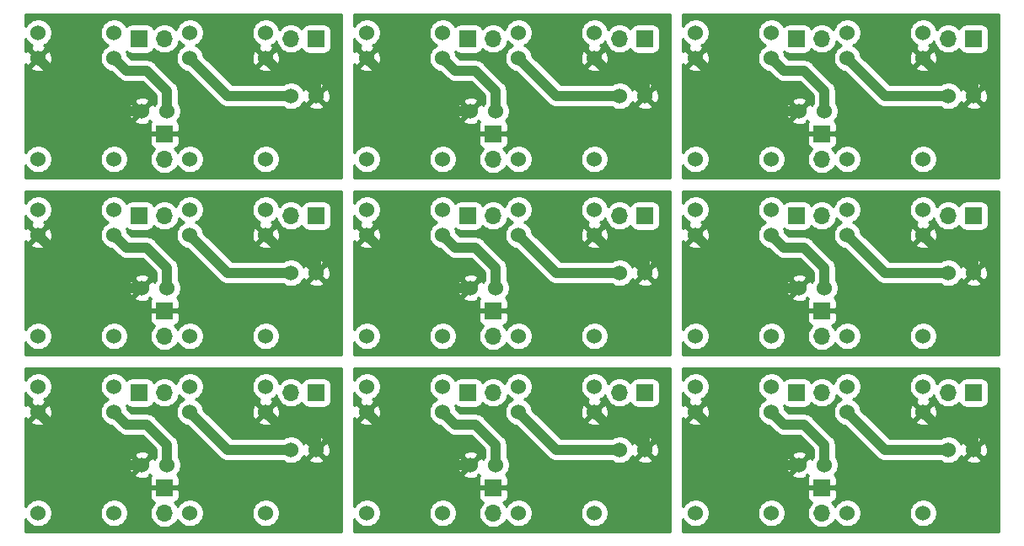
<source format=gbl>
G04 #@! TF.GenerationSoftware,KiCad,Pcbnew,(5.1.6)-1*
G04 #@! TF.CreationDate,2020-06-03T08:18:39+09:00*
G04 #@! TF.ProjectId,XOR___,584f5262-d851-42e6-9b69-6361645f7063,rev?*
G04 #@! TF.SameCoordinates,Original*
G04 #@! TF.FileFunction,Copper,L2,Bot*
G04 #@! TF.FilePolarity,Positive*
%FSLAX46Y46*%
G04 Gerber Fmt 4.6, Leading zero omitted, Abs format (unit mm)*
G04 Created by KiCad (PCBNEW (5.1.6)-1) date 2020-06-03 08:18:39*
%MOMM*%
%LPD*%
G01*
G04 APERTURE LIST*
G04 #@! TA.AperFunction,ComponentPad*
%ADD10C,1.524000*%
G04 #@! TD*
G04 #@! TA.AperFunction,ComponentPad*
%ADD11R,1.700000X1.700000*%
G04 #@! TD*
G04 #@! TA.AperFunction,ComponentPad*
%ADD12O,1.700000X1.700000*%
G04 #@! TD*
G04 #@! TA.AperFunction,Conductor*
%ADD13C,1.000000*%
G04 #@! TD*
G04 #@! TA.AperFunction,Conductor*
%ADD14C,0.254000*%
G04 #@! TD*
G04 APERTURE END LIST*
D10*
X139700000Y-86360000D03*
X147320000Y-86360000D03*
X147320000Y-88900000D03*
X139700000Y-88900000D03*
X139700000Y-99060000D03*
X147320000Y-99060000D03*
X106680000Y-86360000D03*
X114300000Y-86360000D03*
X114300000Y-88900000D03*
X106680000Y-88900000D03*
X106680000Y-99060000D03*
X114300000Y-99060000D03*
X73660000Y-86360000D03*
X81280000Y-86360000D03*
X81280000Y-88900000D03*
X73660000Y-88900000D03*
X73660000Y-99060000D03*
X81280000Y-99060000D03*
X139700000Y-68580000D03*
X147320000Y-68580000D03*
X147320000Y-71120000D03*
X139700000Y-71120000D03*
X139700000Y-81280000D03*
X147320000Y-81280000D03*
X106680000Y-68580000D03*
X114300000Y-68580000D03*
X114300000Y-71120000D03*
X106680000Y-71120000D03*
X106680000Y-81280000D03*
X114300000Y-81280000D03*
X73660000Y-68580000D03*
X81280000Y-68580000D03*
X81280000Y-71120000D03*
X73660000Y-71120000D03*
X73660000Y-81280000D03*
X81280000Y-81280000D03*
X139700000Y-50800000D03*
X147320000Y-50800000D03*
X147320000Y-53340000D03*
X139700000Y-53340000D03*
X139700000Y-63500000D03*
X147320000Y-63500000D03*
X106680000Y-50800000D03*
X114300000Y-50800000D03*
X114300000Y-53340000D03*
X106680000Y-53340000D03*
X106680000Y-63500000D03*
X114300000Y-63500000D03*
X162560000Y-99060000D03*
X154940000Y-99060000D03*
X154940000Y-88900000D03*
X162560000Y-88900000D03*
X162560000Y-86360000D03*
X154940000Y-86360000D03*
X129540000Y-99060000D03*
X121920000Y-99060000D03*
X121920000Y-88900000D03*
X129540000Y-88900000D03*
X129540000Y-86360000D03*
X121920000Y-86360000D03*
X96520000Y-99060000D03*
X88900000Y-99060000D03*
X88900000Y-88900000D03*
X96520000Y-88900000D03*
X96520000Y-86360000D03*
X88900000Y-86360000D03*
X162560000Y-81280000D03*
X154940000Y-81280000D03*
X154940000Y-71120000D03*
X162560000Y-71120000D03*
X162560000Y-68580000D03*
X154940000Y-68580000D03*
X129540000Y-81280000D03*
X121920000Y-81280000D03*
X121920000Y-71120000D03*
X129540000Y-71120000D03*
X129540000Y-68580000D03*
X121920000Y-68580000D03*
X96520000Y-81280000D03*
X88900000Y-81280000D03*
X88900000Y-71120000D03*
X96520000Y-71120000D03*
X96520000Y-68580000D03*
X88900000Y-68580000D03*
X162560000Y-63500000D03*
X154940000Y-63500000D03*
X154940000Y-53340000D03*
X162560000Y-53340000D03*
X162560000Y-50800000D03*
X154940000Y-50800000D03*
X129540000Y-63500000D03*
X121920000Y-63500000D03*
X121920000Y-53340000D03*
X129540000Y-53340000D03*
X129540000Y-50800000D03*
X121920000Y-50800000D03*
X165100000Y-92710000D03*
X167640000Y-92710000D03*
X132080000Y-92710000D03*
X134620000Y-92710000D03*
X99060000Y-92710000D03*
X101600000Y-92710000D03*
X165100000Y-74930000D03*
X167640000Y-74930000D03*
X132080000Y-74930000D03*
X134620000Y-74930000D03*
X99060000Y-74930000D03*
X101600000Y-74930000D03*
X165100000Y-57150000D03*
X167640000Y-57150000D03*
X132080000Y-57150000D03*
X134620000Y-57150000D03*
D11*
X167640000Y-86960000D03*
D12*
X165100000Y-86960000D03*
D11*
X134620000Y-86960000D03*
D12*
X132080000Y-86960000D03*
D11*
X101600000Y-86960000D03*
D12*
X99060000Y-86960000D03*
D11*
X167640000Y-69180000D03*
D12*
X165100000Y-69180000D03*
D11*
X134620000Y-69180000D03*
D12*
X132080000Y-69180000D03*
D11*
X101600000Y-69180000D03*
D12*
X99060000Y-69180000D03*
D11*
X167640000Y-51400000D03*
D12*
X165100000Y-51400000D03*
D11*
X134620000Y-51400000D03*
D12*
X132080000Y-51400000D03*
X152400000Y-99060000D03*
D11*
X152400000Y-96520000D03*
D12*
X119380000Y-99060000D03*
D11*
X119380000Y-96520000D03*
D12*
X86360000Y-99060000D03*
D11*
X86360000Y-96520000D03*
D12*
X152400000Y-81280000D03*
D11*
X152400000Y-78740000D03*
D12*
X119380000Y-81280000D03*
D11*
X119380000Y-78740000D03*
D12*
X86360000Y-81280000D03*
D11*
X86360000Y-78740000D03*
D12*
X152400000Y-63500000D03*
D11*
X152400000Y-60960000D03*
D12*
X119380000Y-63500000D03*
D11*
X119380000Y-60960000D03*
D10*
X152654000Y-94234000D03*
X150114000Y-94234000D03*
X119634000Y-94234000D03*
X117094000Y-94234000D03*
X86614000Y-94234000D03*
X84074000Y-94234000D03*
X152654000Y-76454000D03*
X150114000Y-76454000D03*
X119634000Y-76454000D03*
X117094000Y-76454000D03*
X86614000Y-76454000D03*
X84074000Y-76454000D03*
X152654000Y-58674000D03*
X150114000Y-58674000D03*
X119634000Y-58674000D03*
X117094000Y-58674000D03*
D12*
X152400000Y-86960000D03*
D11*
X149860000Y-86960000D03*
D12*
X119380000Y-86960000D03*
D11*
X116840000Y-86960000D03*
D12*
X86360000Y-86960000D03*
D11*
X83820000Y-86960000D03*
D12*
X152400000Y-69180000D03*
D11*
X149860000Y-69180000D03*
D12*
X119380000Y-69180000D03*
D11*
X116840000Y-69180000D03*
D12*
X86360000Y-69180000D03*
D11*
X83820000Y-69180000D03*
D12*
X152400000Y-51400000D03*
D11*
X149860000Y-51400000D03*
D12*
X119380000Y-51400000D03*
D11*
X116840000Y-51400000D03*
D10*
X84074000Y-58674000D03*
X86614000Y-58674000D03*
X101600000Y-57150000D03*
X99060000Y-57150000D03*
D11*
X83820000Y-51400000D03*
D12*
X86360000Y-51400000D03*
D11*
X86360000Y-60960000D03*
D12*
X86360000Y-63500000D03*
X99060000Y-51400000D03*
D11*
X101600000Y-51400000D03*
D10*
X81280000Y-63500000D03*
X73660000Y-63500000D03*
X73660000Y-53340000D03*
X81280000Y-53340000D03*
X81280000Y-50800000D03*
X73660000Y-50800000D03*
X88900000Y-50800000D03*
X96520000Y-50800000D03*
X96520000Y-53340000D03*
X88900000Y-53340000D03*
X88900000Y-63500000D03*
X96520000Y-63500000D03*
D13*
X101600000Y-57150000D02*
X101600000Y-55880000D01*
X101600000Y-55880000D02*
X100076000Y-54356000D01*
X97536000Y-54356000D02*
X96520000Y-53340000D01*
X100076000Y-54356000D02*
X97536000Y-54356000D01*
X78994000Y-58674000D02*
X73660000Y-53340000D01*
X84074000Y-58674000D02*
X78994000Y-58674000D01*
X134620000Y-55880000D02*
X133096000Y-54356000D01*
X167640000Y-55880000D02*
X166116000Y-54356000D01*
X101600000Y-73660000D02*
X100076000Y-72136000D01*
X134620000Y-73660000D02*
X133096000Y-72136000D01*
X167640000Y-73660000D02*
X166116000Y-72136000D01*
X101600000Y-91440000D02*
X100076000Y-89916000D01*
X134620000Y-91440000D02*
X133096000Y-89916000D01*
X167640000Y-91440000D02*
X166116000Y-89916000D01*
X117094000Y-58674000D02*
X112014000Y-58674000D01*
X150114000Y-58674000D02*
X145034000Y-58674000D01*
X84074000Y-76454000D02*
X78994000Y-76454000D01*
X117094000Y-76454000D02*
X112014000Y-76454000D01*
X150114000Y-76454000D02*
X145034000Y-76454000D01*
X84074000Y-94234000D02*
X78994000Y-94234000D01*
X117094000Y-94234000D02*
X112014000Y-94234000D01*
X150114000Y-94234000D02*
X145034000Y-94234000D01*
X112014000Y-58674000D02*
X106680000Y-53340000D01*
X145034000Y-58674000D02*
X139700000Y-53340000D01*
X78994000Y-76454000D02*
X73660000Y-71120000D01*
X112014000Y-76454000D02*
X106680000Y-71120000D01*
X145034000Y-76454000D02*
X139700000Y-71120000D01*
X78994000Y-94234000D02*
X73660000Y-88900000D01*
X112014000Y-94234000D02*
X106680000Y-88900000D01*
X145034000Y-94234000D02*
X139700000Y-88900000D01*
X130556000Y-54356000D02*
X129540000Y-53340000D01*
X163576000Y-54356000D02*
X162560000Y-53340000D01*
X97536000Y-72136000D02*
X96520000Y-71120000D01*
X130556000Y-72136000D02*
X129540000Y-71120000D01*
X163576000Y-72136000D02*
X162560000Y-71120000D01*
X97536000Y-89916000D02*
X96520000Y-88900000D01*
X130556000Y-89916000D02*
X129540000Y-88900000D01*
X163576000Y-89916000D02*
X162560000Y-88900000D01*
X133096000Y-54356000D02*
X130556000Y-54356000D01*
X166116000Y-54356000D02*
X163576000Y-54356000D01*
X100076000Y-72136000D02*
X97536000Y-72136000D01*
X133096000Y-72136000D02*
X130556000Y-72136000D01*
X166116000Y-72136000D02*
X163576000Y-72136000D01*
X100076000Y-89916000D02*
X97536000Y-89916000D01*
X133096000Y-89916000D02*
X130556000Y-89916000D01*
X166116000Y-89916000D02*
X163576000Y-89916000D01*
X134620000Y-57150000D02*
X134620000Y-55880000D01*
X167640000Y-57150000D02*
X167640000Y-55880000D01*
X101600000Y-74930000D02*
X101600000Y-73660000D01*
X134620000Y-74930000D02*
X134620000Y-73660000D01*
X167640000Y-74930000D02*
X167640000Y-73660000D01*
X101600000Y-92710000D02*
X101600000Y-91440000D01*
X134620000Y-92710000D02*
X134620000Y-91440000D01*
X167640000Y-92710000D02*
X167640000Y-91440000D01*
X86614000Y-58674000D02*
X86614000Y-56642000D01*
X86614000Y-56642000D02*
X84582000Y-54610000D01*
X82550000Y-54610000D02*
X81280000Y-53340000D01*
X84582000Y-54610000D02*
X82550000Y-54610000D01*
X119634000Y-56642000D02*
X117602000Y-54610000D01*
X152654000Y-56642000D02*
X150622000Y-54610000D01*
X86614000Y-74422000D02*
X84582000Y-72390000D01*
X119634000Y-74422000D02*
X117602000Y-72390000D01*
X152654000Y-74422000D02*
X150622000Y-72390000D01*
X86614000Y-92202000D02*
X84582000Y-90170000D01*
X119634000Y-92202000D02*
X117602000Y-90170000D01*
X152654000Y-92202000D02*
X150622000Y-90170000D01*
X115570000Y-54610000D02*
X114300000Y-53340000D01*
X148590000Y-54610000D02*
X147320000Y-53340000D01*
X82550000Y-72390000D02*
X81280000Y-71120000D01*
X115570000Y-72390000D02*
X114300000Y-71120000D01*
X148590000Y-72390000D02*
X147320000Y-71120000D01*
X82550000Y-90170000D02*
X81280000Y-88900000D01*
X115570000Y-90170000D02*
X114300000Y-88900000D01*
X148590000Y-90170000D02*
X147320000Y-88900000D01*
X119634000Y-58674000D02*
X119634000Y-56642000D01*
X152654000Y-58674000D02*
X152654000Y-56642000D01*
X86614000Y-76454000D02*
X86614000Y-74422000D01*
X119634000Y-76454000D02*
X119634000Y-74422000D01*
X152654000Y-76454000D02*
X152654000Y-74422000D01*
X86614000Y-94234000D02*
X86614000Y-92202000D01*
X119634000Y-94234000D02*
X119634000Y-92202000D01*
X152654000Y-94234000D02*
X152654000Y-92202000D01*
X117602000Y-54610000D02*
X115570000Y-54610000D01*
X150622000Y-54610000D02*
X148590000Y-54610000D01*
X84582000Y-72390000D02*
X82550000Y-72390000D01*
X117602000Y-72390000D02*
X115570000Y-72390000D01*
X150622000Y-72390000D02*
X148590000Y-72390000D01*
X84582000Y-90170000D02*
X82550000Y-90170000D01*
X117602000Y-90170000D02*
X115570000Y-90170000D01*
X150622000Y-90170000D02*
X148590000Y-90170000D01*
X92710000Y-57150000D02*
X88900000Y-53340000D01*
X99060000Y-57150000D02*
X92710000Y-57150000D01*
X132080000Y-57150000D02*
X125730000Y-57150000D01*
X165100000Y-57150000D02*
X158750000Y-57150000D01*
X99060000Y-74930000D02*
X92710000Y-74930000D01*
X132080000Y-74930000D02*
X125730000Y-74930000D01*
X165100000Y-74930000D02*
X158750000Y-74930000D01*
X99060000Y-92710000D02*
X92710000Y-92710000D01*
X132080000Y-92710000D02*
X125730000Y-92710000D01*
X165100000Y-92710000D02*
X158750000Y-92710000D01*
X125730000Y-57150000D02*
X121920000Y-53340000D01*
X158750000Y-57150000D02*
X154940000Y-53340000D01*
X92710000Y-74930000D02*
X88900000Y-71120000D01*
X125730000Y-74930000D02*
X121920000Y-71120000D01*
X158750000Y-74930000D02*
X154940000Y-71120000D01*
X92710000Y-92710000D02*
X88900000Y-88900000D01*
X125730000Y-92710000D02*
X121920000Y-88900000D01*
X158750000Y-92710000D02*
X154940000Y-88900000D01*
D14*
G36*
X104115001Y-65380000D02*
G01*
X72415000Y-65380000D01*
X72415000Y-64144840D01*
X72421995Y-64161727D01*
X72574880Y-64390535D01*
X72769465Y-64585120D01*
X72998273Y-64738005D01*
X73252510Y-64843314D01*
X73522408Y-64897000D01*
X73797592Y-64897000D01*
X74067490Y-64843314D01*
X74321727Y-64738005D01*
X74550535Y-64585120D01*
X74745120Y-64390535D01*
X74898005Y-64161727D01*
X75003314Y-63907490D01*
X75057000Y-63637592D01*
X75057000Y-63362408D01*
X79883000Y-63362408D01*
X79883000Y-63637592D01*
X79936686Y-63907490D01*
X80041995Y-64161727D01*
X80194880Y-64390535D01*
X80389465Y-64585120D01*
X80618273Y-64738005D01*
X80872510Y-64843314D01*
X81142408Y-64897000D01*
X81417592Y-64897000D01*
X81687490Y-64843314D01*
X81941727Y-64738005D01*
X82170535Y-64585120D01*
X82365120Y-64390535D01*
X82518005Y-64161727D01*
X82623314Y-63907490D01*
X82677000Y-63637592D01*
X82677000Y-63362408D01*
X82623314Y-63092510D01*
X82518005Y-62838273D01*
X82365120Y-62609465D01*
X82170535Y-62414880D01*
X81941727Y-62261995D01*
X81687490Y-62156686D01*
X81417592Y-62103000D01*
X81142408Y-62103000D01*
X80872510Y-62156686D01*
X80618273Y-62261995D01*
X80389465Y-62414880D01*
X80194880Y-62609465D01*
X80041995Y-62838273D01*
X79936686Y-63092510D01*
X79883000Y-63362408D01*
X75057000Y-63362408D01*
X75003314Y-63092510D01*
X74898005Y-62838273D01*
X74745120Y-62609465D01*
X74550535Y-62414880D01*
X74321727Y-62261995D01*
X74067490Y-62156686D01*
X73797592Y-62103000D01*
X73522408Y-62103000D01*
X73252510Y-62156686D01*
X72998273Y-62261995D01*
X72769465Y-62414880D01*
X72574880Y-62609465D01*
X72421995Y-62838273D01*
X72415000Y-62855160D01*
X72415000Y-61810000D01*
X84871928Y-61810000D01*
X84884188Y-61934482D01*
X84920498Y-62054180D01*
X84979463Y-62164494D01*
X85058815Y-62261185D01*
X85155506Y-62340537D01*
X85265820Y-62399502D01*
X85338380Y-62421513D01*
X85206525Y-62553368D01*
X85044010Y-62796589D01*
X84932068Y-63066842D01*
X84875000Y-63353740D01*
X84875000Y-63646260D01*
X84932068Y-63933158D01*
X85044010Y-64203411D01*
X85206525Y-64446632D01*
X85413368Y-64653475D01*
X85656589Y-64815990D01*
X85926842Y-64927932D01*
X86213740Y-64985000D01*
X86506260Y-64985000D01*
X86793158Y-64927932D01*
X87063411Y-64815990D01*
X87306632Y-64653475D01*
X87513475Y-64446632D01*
X87675990Y-64203411D01*
X87681293Y-64190608D01*
X87814880Y-64390535D01*
X88009465Y-64585120D01*
X88238273Y-64738005D01*
X88492510Y-64843314D01*
X88762408Y-64897000D01*
X89037592Y-64897000D01*
X89307490Y-64843314D01*
X89561727Y-64738005D01*
X89790535Y-64585120D01*
X89985120Y-64390535D01*
X90138005Y-64161727D01*
X90243314Y-63907490D01*
X90297000Y-63637592D01*
X90297000Y-63362408D01*
X95123000Y-63362408D01*
X95123000Y-63637592D01*
X95176686Y-63907490D01*
X95281995Y-64161727D01*
X95434880Y-64390535D01*
X95629465Y-64585120D01*
X95858273Y-64738005D01*
X96112510Y-64843314D01*
X96382408Y-64897000D01*
X96657592Y-64897000D01*
X96927490Y-64843314D01*
X97181727Y-64738005D01*
X97410535Y-64585120D01*
X97605120Y-64390535D01*
X97758005Y-64161727D01*
X97863314Y-63907490D01*
X97917000Y-63637592D01*
X97917000Y-63362408D01*
X97863314Y-63092510D01*
X97758005Y-62838273D01*
X97605120Y-62609465D01*
X97410535Y-62414880D01*
X97181727Y-62261995D01*
X96927490Y-62156686D01*
X96657592Y-62103000D01*
X96382408Y-62103000D01*
X96112510Y-62156686D01*
X95858273Y-62261995D01*
X95629465Y-62414880D01*
X95434880Y-62609465D01*
X95281995Y-62838273D01*
X95176686Y-63092510D01*
X95123000Y-63362408D01*
X90297000Y-63362408D01*
X90243314Y-63092510D01*
X90138005Y-62838273D01*
X89985120Y-62609465D01*
X89790535Y-62414880D01*
X89561727Y-62261995D01*
X89307490Y-62156686D01*
X89037592Y-62103000D01*
X88762408Y-62103000D01*
X88492510Y-62156686D01*
X88238273Y-62261995D01*
X88009465Y-62414880D01*
X87814880Y-62609465D01*
X87681293Y-62809392D01*
X87675990Y-62796589D01*
X87513475Y-62553368D01*
X87381620Y-62421513D01*
X87454180Y-62399502D01*
X87564494Y-62340537D01*
X87661185Y-62261185D01*
X87740537Y-62164494D01*
X87799502Y-62054180D01*
X87835812Y-61934482D01*
X87848072Y-61810000D01*
X87845000Y-61245750D01*
X87686250Y-61087000D01*
X86487000Y-61087000D01*
X86487000Y-61107000D01*
X86233000Y-61107000D01*
X86233000Y-61087000D01*
X85033750Y-61087000D01*
X84875000Y-61245750D01*
X84871928Y-61810000D01*
X72415000Y-61810000D01*
X72415000Y-58746017D01*
X82672090Y-58746017D01*
X82713078Y-59018133D01*
X82806364Y-59277023D01*
X82868344Y-59392980D01*
X83108435Y-59459960D01*
X83894395Y-58674000D01*
X83108435Y-57888040D01*
X82868344Y-57955020D01*
X82751244Y-58204048D01*
X82684977Y-58471135D01*
X82672090Y-58746017D01*
X72415000Y-58746017D01*
X72415000Y-57708435D01*
X83288040Y-57708435D01*
X84074000Y-58494395D01*
X84859960Y-57708435D01*
X84792980Y-57468344D01*
X84543952Y-57351244D01*
X84276865Y-57284977D01*
X84001983Y-57272090D01*
X83729867Y-57313078D01*
X83470977Y-57406364D01*
X83355020Y-57468344D01*
X83288040Y-57708435D01*
X72415000Y-57708435D01*
X72415000Y-54305565D01*
X72874040Y-54305565D01*
X72941020Y-54545656D01*
X73190048Y-54662756D01*
X73457135Y-54729023D01*
X73732017Y-54741910D01*
X74004133Y-54700922D01*
X74263023Y-54607636D01*
X74378980Y-54545656D01*
X74445960Y-54305565D01*
X73660000Y-53519605D01*
X72874040Y-54305565D01*
X72415000Y-54305565D01*
X72415000Y-53985372D01*
X72454344Y-54058980D01*
X72694435Y-54125960D01*
X73480395Y-53340000D01*
X73839605Y-53340000D01*
X74625565Y-54125960D01*
X74865656Y-54058980D01*
X74982756Y-53809952D01*
X75049023Y-53542865D01*
X75061910Y-53267983D01*
X75020922Y-52995867D01*
X74927636Y-52736977D01*
X74865656Y-52621020D01*
X74625565Y-52554040D01*
X73839605Y-53340000D01*
X73480395Y-53340000D01*
X72694435Y-52554040D01*
X72454344Y-52621020D01*
X72415000Y-52704690D01*
X72415000Y-51444840D01*
X72421995Y-51461727D01*
X72574880Y-51690535D01*
X72769465Y-51885120D01*
X72998273Y-52038005D01*
X73069943Y-52067692D01*
X73056977Y-52072364D01*
X72941020Y-52134344D01*
X72874040Y-52374435D01*
X73660000Y-53160395D01*
X74445960Y-52374435D01*
X74378980Y-52134344D01*
X74243240Y-52070515D01*
X74321727Y-52038005D01*
X74550535Y-51885120D01*
X74745120Y-51690535D01*
X74898005Y-51461727D01*
X75003314Y-51207490D01*
X75057000Y-50937592D01*
X75057000Y-50662408D01*
X79883000Y-50662408D01*
X79883000Y-50937592D01*
X79936686Y-51207490D01*
X80041995Y-51461727D01*
X80194880Y-51690535D01*
X80389465Y-51885120D01*
X80618273Y-52038005D01*
X80695515Y-52070000D01*
X80618273Y-52101995D01*
X80389465Y-52254880D01*
X80194880Y-52449465D01*
X80041995Y-52678273D01*
X79936686Y-52932510D01*
X79883000Y-53202408D01*
X79883000Y-53477592D01*
X79936686Y-53747490D01*
X80041995Y-54001727D01*
X80194880Y-54230535D01*
X80389465Y-54425120D01*
X80618273Y-54578005D01*
X80872510Y-54683314D01*
X81054353Y-54719485D01*
X81708008Y-55373140D01*
X81743551Y-55416449D01*
X81916377Y-55558284D01*
X82113553Y-55663676D01*
X82277705Y-55713471D01*
X82327500Y-55728577D01*
X82348493Y-55730644D01*
X82494248Y-55745000D01*
X82494255Y-55745000D01*
X82549999Y-55750490D01*
X82605743Y-55745000D01*
X84111869Y-55745000D01*
X85479001Y-57112133D01*
X85479000Y-57858115D01*
X85375995Y-58012273D01*
X85346308Y-58083943D01*
X85341636Y-58070977D01*
X85279656Y-57955020D01*
X85039565Y-57888040D01*
X84253605Y-58674000D01*
X84267748Y-58688143D01*
X84088143Y-58867748D01*
X84074000Y-58853605D01*
X83288040Y-59639565D01*
X83355020Y-59879656D01*
X83604048Y-59996756D01*
X83871135Y-60063023D01*
X84146017Y-60075910D01*
X84418133Y-60034922D01*
X84677023Y-59941636D01*
X84792980Y-59879656D01*
X84859959Y-59639567D01*
X84976369Y-59755977D01*
X84991467Y-59740879D01*
X84979463Y-59755506D01*
X84920498Y-59865820D01*
X84884188Y-59985518D01*
X84871928Y-60110000D01*
X84875000Y-60674250D01*
X85033750Y-60833000D01*
X86233000Y-60833000D01*
X86233000Y-60813000D01*
X86487000Y-60813000D01*
X86487000Y-60833000D01*
X87686250Y-60833000D01*
X87845000Y-60674250D01*
X87848072Y-60110000D01*
X87835812Y-59985518D01*
X87799502Y-59865820D01*
X87740537Y-59755506D01*
X87661185Y-59658815D01*
X87630238Y-59633417D01*
X87699120Y-59564535D01*
X87852005Y-59335727D01*
X87957314Y-59081490D01*
X88011000Y-58811592D01*
X88011000Y-58536408D01*
X87957314Y-58266510D01*
X87852005Y-58012273D01*
X87749000Y-57858116D01*
X87749000Y-56697751D01*
X87754491Y-56642000D01*
X87732577Y-56419501D01*
X87667676Y-56205553D01*
X87592485Y-56064880D01*
X87562284Y-56008377D01*
X87420449Y-55835551D01*
X87377141Y-55800009D01*
X85423996Y-53846865D01*
X85388449Y-53803551D01*
X85215623Y-53661716D01*
X85018447Y-53556324D01*
X84804499Y-53491423D01*
X84637752Y-53475000D01*
X84637751Y-53475000D01*
X84582000Y-53469509D01*
X84526249Y-53475000D01*
X83020132Y-53475000D01*
X82659485Y-53114353D01*
X82623314Y-52932510D01*
X82531966Y-52711978D01*
X82615506Y-52780537D01*
X82725820Y-52839502D01*
X82845518Y-52875812D01*
X82970000Y-52888072D01*
X84670000Y-52888072D01*
X84794482Y-52875812D01*
X84914180Y-52839502D01*
X85024494Y-52780537D01*
X85121185Y-52701185D01*
X85200537Y-52604494D01*
X85259502Y-52494180D01*
X85281513Y-52421620D01*
X85413368Y-52553475D01*
X85656589Y-52715990D01*
X85926842Y-52827932D01*
X86213740Y-52885000D01*
X86506260Y-52885000D01*
X86793158Y-52827932D01*
X87063411Y-52715990D01*
X87306632Y-52553475D01*
X87513475Y-52346632D01*
X87675990Y-52103411D01*
X87787932Y-51833158D01*
X87816066Y-51691721D01*
X88009465Y-51885120D01*
X88238273Y-52038005D01*
X88315515Y-52070000D01*
X88238273Y-52101995D01*
X88009465Y-52254880D01*
X87814880Y-52449465D01*
X87661995Y-52678273D01*
X87556686Y-52932510D01*
X87503000Y-53202408D01*
X87503000Y-53477592D01*
X87556686Y-53747490D01*
X87661995Y-54001727D01*
X87814880Y-54230535D01*
X88009465Y-54425120D01*
X88238273Y-54578005D01*
X88492510Y-54683314D01*
X88674354Y-54719485D01*
X91868013Y-57913146D01*
X91903551Y-57956449D01*
X91946854Y-57991987D01*
X91946856Y-57991989D01*
X92076377Y-58098284D01*
X92273553Y-58203676D01*
X92487501Y-58268577D01*
X92710000Y-58290491D01*
X92765752Y-58285000D01*
X98244116Y-58285000D01*
X98398273Y-58388005D01*
X98652510Y-58493314D01*
X98922408Y-58547000D01*
X99197592Y-58547000D01*
X99467490Y-58493314D01*
X99721727Y-58388005D01*
X99950535Y-58235120D01*
X100070090Y-58115565D01*
X100814040Y-58115565D01*
X100881020Y-58355656D01*
X101130048Y-58472756D01*
X101397135Y-58539023D01*
X101672017Y-58551910D01*
X101944133Y-58510922D01*
X102203023Y-58417636D01*
X102318980Y-58355656D01*
X102385960Y-58115565D01*
X101600000Y-57329605D01*
X100814040Y-58115565D01*
X100070090Y-58115565D01*
X100145120Y-58040535D01*
X100298005Y-57811727D01*
X100327692Y-57740057D01*
X100332364Y-57753023D01*
X100394344Y-57868980D01*
X100634435Y-57935960D01*
X101420395Y-57150000D01*
X101779605Y-57150000D01*
X102565565Y-57935960D01*
X102805656Y-57868980D01*
X102922756Y-57619952D01*
X102989023Y-57352865D01*
X103001910Y-57077983D01*
X102960922Y-56805867D01*
X102867636Y-56546977D01*
X102805656Y-56431020D01*
X102565565Y-56364040D01*
X101779605Y-57150000D01*
X101420395Y-57150000D01*
X100634435Y-56364040D01*
X100394344Y-56431020D01*
X100330515Y-56566760D01*
X100298005Y-56488273D01*
X100145120Y-56259465D01*
X100070090Y-56184435D01*
X100814040Y-56184435D01*
X101600000Y-56970395D01*
X102385960Y-56184435D01*
X102318980Y-55944344D01*
X102069952Y-55827244D01*
X101802865Y-55760977D01*
X101527983Y-55748090D01*
X101255867Y-55789078D01*
X100996977Y-55882364D01*
X100881020Y-55944344D01*
X100814040Y-56184435D01*
X100070090Y-56184435D01*
X99950535Y-56064880D01*
X99721727Y-55911995D01*
X99467490Y-55806686D01*
X99197592Y-55753000D01*
X98922408Y-55753000D01*
X98652510Y-55806686D01*
X98398273Y-55911995D01*
X98244116Y-56015000D01*
X93180133Y-56015000D01*
X91470698Y-54305565D01*
X95734040Y-54305565D01*
X95801020Y-54545656D01*
X96050048Y-54662756D01*
X96317135Y-54729023D01*
X96592017Y-54741910D01*
X96864133Y-54700922D01*
X97123023Y-54607636D01*
X97238980Y-54545656D01*
X97305960Y-54305565D01*
X96520000Y-53519605D01*
X95734040Y-54305565D01*
X91470698Y-54305565D01*
X90577149Y-53412017D01*
X95118090Y-53412017D01*
X95159078Y-53684133D01*
X95252364Y-53943023D01*
X95314344Y-54058980D01*
X95554435Y-54125960D01*
X96340395Y-53340000D01*
X96699605Y-53340000D01*
X97485565Y-54125960D01*
X97725656Y-54058980D01*
X97842756Y-53809952D01*
X97909023Y-53542865D01*
X97921910Y-53267983D01*
X97880922Y-52995867D01*
X97787636Y-52736977D01*
X97725656Y-52621020D01*
X97485565Y-52554040D01*
X96699605Y-53340000D01*
X96340395Y-53340000D01*
X95554435Y-52554040D01*
X95314344Y-52621020D01*
X95197244Y-52870048D01*
X95130977Y-53137135D01*
X95118090Y-53412017D01*
X90577149Y-53412017D01*
X90279485Y-53114354D01*
X90243314Y-52932510D01*
X90138005Y-52678273D01*
X89985120Y-52449465D01*
X89790535Y-52254880D01*
X89561727Y-52101995D01*
X89484485Y-52070000D01*
X89561727Y-52038005D01*
X89790535Y-51885120D01*
X89985120Y-51690535D01*
X90138005Y-51461727D01*
X90243314Y-51207490D01*
X90297000Y-50937592D01*
X90297000Y-50662408D01*
X95123000Y-50662408D01*
X95123000Y-50937592D01*
X95176686Y-51207490D01*
X95281995Y-51461727D01*
X95434880Y-51690535D01*
X95629465Y-51885120D01*
X95858273Y-52038005D01*
X95929943Y-52067692D01*
X95916977Y-52072364D01*
X95801020Y-52134344D01*
X95734040Y-52374435D01*
X96520000Y-53160395D01*
X97305960Y-52374435D01*
X97238980Y-52134344D01*
X97103240Y-52070515D01*
X97181727Y-52038005D01*
X97410535Y-51885120D01*
X97603934Y-51691721D01*
X97632068Y-51833158D01*
X97744010Y-52103411D01*
X97906525Y-52346632D01*
X98113368Y-52553475D01*
X98356589Y-52715990D01*
X98626842Y-52827932D01*
X98913740Y-52885000D01*
X99206260Y-52885000D01*
X99493158Y-52827932D01*
X99763411Y-52715990D01*
X100006632Y-52553475D01*
X100138487Y-52421620D01*
X100160498Y-52494180D01*
X100219463Y-52604494D01*
X100298815Y-52701185D01*
X100395506Y-52780537D01*
X100505820Y-52839502D01*
X100625518Y-52875812D01*
X100750000Y-52888072D01*
X102450000Y-52888072D01*
X102574482Y-52875812D01*
X102694180Y-52839502D01*
X102804494Y-52780537D01*
X102901185Y-52701185D01*
X102980537Y-52604494D01*
X103039502Y-52494180D01*
X103075812Y-52374482D01*
X103088072Y-52250000D01*
X103088072Y-50550000D01*
X103075812Y-50425518D01*
X103039502Y-50305820D01*
X102980537Y-50195506D01*
X102901185Y-50098815D01*
X102804494Y-50019463D01*
X102694180Y-49960498D01*
X102574482Y-49924188D01*
X102450000Y-49911928D01*
X100750000Y-49911928D01*
X100625518Y-49924188D01*
X100505820Y-49960498D01*
X100395506Y-50019463D01*
X100298815Y-50098815D01*
X100219463Y-50195506D01*
X100160498Y-50305820D01*
X100138487Y-50378380D01*
X100006632Y-50246525D01*
X99763411Y-50084010D01*
X99493158Y-49972068D01*
X99206260Y-49915000D01*
X98913740Y-49915000D01*
X98626842Y-49972068D01*
X98356589Y-50084010D01*
X98113368Y-50246525D01*
X97906525Y-50453368D01*
X97882555Y-50489242D01*
X97863314Y-50392510D01*
X97758005Y-50138273D01*
X97605120Y-49909465D01*
X97410535Y-49714880D01*
X97181727Y-49561995D01*
X96927490Y-49456686D01*
X96657592Y-49403000D01*
X96382408Y-49403000D01*
X96112510Y-49456686D01*
X95858273Y-49561995D01*
X95629465Y-49714880D01*
X95434880Y-49909465D01*
X95281995Y-50138273D01*
X95176686Y-50392510D01*
X95123000Y-50662408D01*
X90297000Y-50662408D01*
X90243314Y-50392510D01*
X90138005Y-50138273D01*
X89985120Y-49909465D01*
X89790535Y-49714880D01*
X89561727Y-49561995D01*
X89307490Y-49456686D01*
X89037592Y-49403000D01*
X88762408Y-49403000D01*
X88492510Y-49456686D01*
X88238273Y-49561995D01*
X88009465Y-49714880D01*
X87814880Y-49909465D01*
X87661995Y-50138273D01*
X87556686Y-50392510D01*
X87537445Y-50489242D01*
X87513475Y-50453368D01*
X87306632Y-50246525D01*
X87063411Y-50084010D01*
X86793158Y-49972068D01*
X86506260Y-49915000D01*
X86213740Y-49915000D01*
X85926842Y-49972068D01*
X85656589Y-50084010D01*
X85413368Y-50246525D01*
X85281513Y-50378380D01*
X85259502Y-50305820D01*
X85200537Y-50195506D01*
X85121185Y-50098815D01*
X85024494Y-50019463D01*
X84914180Y-49960498D01*
X84794482Y-49924188D01*
X84670000Y-49911928D01*
X82970000Y-49911928D01*
X82845518Y-49924188D01*
X82725820Y-49960498D01*
X82615506Y-50019463D01*
X82518815Y-50098815D01*
X82503836Y-50117067D01*
X82365120Y-49909465D01*
X82170535Y-49714880D01*
X81941727Y-49561995D01*
X81687490Y-49456686D01*
X81417592Y-49403000D01*
X81142408Y-49403000D01*
X80872510Y-49456686D01*
X80618273Y-49561995D01*
X80389465Y-49714880D01*
X80194880Y-49909465D01*
X80041995Y-50138273D01*
X79936686Y-50392510D01*
X79883000Y-50662408D01*
X75057000Y-50662408D01*
X75003314Y-50392510D01*
X74898005Y-50138273D01*
X74745120Y-49909465D01*
X74550535Y-49714880D01*
X74321727Y-49561995D01*
X74067490Y-49456686D01*
X73797592Y-49403000D01*
X73522408Y-49403000D01*
X73252510Y-49456686D01*
X72998273Y-49561995D01*
X72769465Y-49714880D01*
X72574880Y-49909465D01*
X72421995Y-50138273D01*
X72415000Y-50155160D01*
X72415000Y-48920000D01*
X104115000Y-48920000D01*
X104115001Y-65380000D01*
G37*
X104115001Y-65380000D02*
X72415000Y-65380000D01*
X72415000Y-64144840D01*
X72421995Y-64161727D01*
X72574880Y-64390535D01*
X72769465Y-64585120D01*
X72998273Y-64738005D01*
X73252510Y-64843314D01*
X73522408Y-64897000D01*
X73797592Y-64897000D01*
X74067490Y-64843314D01*
X74321727Y-64738005D01*
X74550535Y-64585120D01*
X74745120Y-64390535D01*
X74898005Y-64161727D01*
X75003314Y-63907490D01*
X75057000Y-63637592D01*
X75057000Y-63362408D01*
X79883000Y-63362408D01*
X79883000Y-63637592D01*
X79936686Y-63907490D01*
X80041995Y-64161727D01*
X80194880Y-64390535D01*
X80389465Y-64585120D01*
X80618273Y-64738005D01*
X80872510Y-64843314D01*
X81142408Y-64897000D01*
X81417592Y-64897000D01*
X81687490Y-64843314D01*
X81941727Y-64738005D01*
X82170535Y-64585120D01*
X82365120Y-64390535D01*
X82518005Y-64161727D01*
X82623314Y-63907490D01*
X82677000Y-63637592D01*
X82677000Y-63362408D01*
X82623314Y-63092510D01*
X82518005Y-62838273D01*
X82365120Y-62609465D01*
X82170535Y-62414880D01*
X81941727Y-62261995D01*
X81687490Y-62156686D01*
X81417592Y-62103000D01*
X81142408Y-62103000D01*
X80872510Y-62156686D01*
X80618273Y-62261995D01*
X80389465Y-62414880D01*
X80194880Y-62609465D01*
X80041995Y-62838273D01*
X79936686Y-63092510D01*
X79883000Y-63362408D01*
X75057000Y-63362408D01*
X75003314Y-63092510D01*
X74898005Y-62838273D01*
X74745120Y-62609465D01*
X74550535Y-62414880D01*
X74321727Y-62261995D01*
X74067490Y-62156686D01*
X73797592Y-62103000D01*
X73522408Y-62103000D01*
X73252510Y-62156686D01*
X72998273Y-62261995D01*
X72769465Y-62414880D01*
X72574880Y-62609465D01*
X72421995Y-62838273D01*
X72415000Y-62855160D01*
X72415000Y-61810000D01*
X84871928Y-61810000D01*
X84884188Y-61934482D01*
X84920498Y-62054180D01*
X84979463Y-62164494D01*
X85058815Y-62261185D01*
X85155506Y-62340537D01*
X85265820Y-62399502D01*
X85338380Y-62421513D01*
X85206525Y-62553368D01*
X85044010Y-62796589D01*
X84932068Y-63066842D01*
X84875000Y-63353740D01*
X84875000Y-63646260D01*
X84932068Y-63933158D01*
X85044010Y-64203411D01*
X85206525Y-64446632D01*
X85413368Y-64653475D01*
X85656589Y-64815990D01*
X85926842Y-64927932D01*
X86213740Y-64985000D01*
X86506260Y-64985000D01*
X86793158Y-64927932D01*
X87063411Y-64815990D01*
X87306632Y-64653475D01*
X87513475Y-64446632D01*
X87675990Y-64203411D01*
X87681293Y-64190608D01*
X87814880Y-64390535D01*
X88009465Y-64585120D01*
X88238273Y-64738005D01*
X88492510Y-64843314D01*
X88762408Y-64897000D01*
X89037592Y-64897000D01*
X89307490Y-64843314D01*
X89561727Y-64738005D01*
X89790535Y-64585120D01*
X89985120Y-64390535D01*
X90138005Y-64161727D01*
X90243314Y-63907490D01*
X90297000Y-63637592D01*
X90297000Y-63362408D01*
X95123000Y-63362408D01*
X95123000Y-63637592D01*
X95176686Y-63907490D01*
X95281995Y-64161727D01*
X95434880Y-64390535D01*
X95629465Y-64585120D01*
X95858273Y-64738005D01*
X96112510Y-64843314D01*
X96382408Y-64897000D01*
X96657592Y-64897000D01*
X96927490Y-64843314D01*
X97181727Y-64738005D01*
X97410535Y-64585120D01*
X97605120Y-64390535D01*
X97758005Y-64161727D01*
X97863314Y-63907490D01*
X97917000Y-63637592D01*
X97917000Y-63362408D01*
X97863314Y-63092510D01*
X97758005Y-62838273D01*
X97605120Y-62609465D01*
X97410535Y-62414880D01*
X97181727Y-62261995D01*
X96927490Y-62156686D01*
X96657592Y-62103000D01*
X96382408Y-62103000D01*
X96112510Y-62156686D01*
X95858273Y-62261995D01*
X95629465Y-62414880D01*
X95434880Y-62609465D01*
X95281995Y-62838273D01*
X95176686Y-63092510D01*
X95123000Y-63362408D01*
X90297000Y-63362408D01*
X90243314Y-63092510D01*
X90138005Y-62838273D01*
X89985120Y-62609465D01*
X89790535Y-62414880D01*
X89561727Y-62261995D01*
X89307490Y-62156686D01*
X89037592Y-62103000D01*
X88762408Y-62103000D01*
X88492510Y-62156686D01*
X88238273Y-62261995D01*
X88009465Y-62414880D01*
X87814880Y-62609465D01*
X87681293Y-62809392D01*
X87675990Y-62796589D01*
X87513475Y-62553368D01*
X87381620Y-62421513D01*
X87454180Y-62399502D01*
X87564494Y-62340537D01*
X87661185Y-62261185D01*
X87740537Y-62164494D01*
X87799502Y-62054180D01*
X87835812Y-61934482D01*
X87848072Y-61810000D01*
X87845000Y-61245750D01*
X87686250Y-61087000D01*
X86487000Y-61087000D01*
X86487000Y-61107000D01*
X86233000Y-61107000D01*
X86233000Y-61087000D01*
X85033750Y-61087000D01*
X84875000Y-61245750D01*
X84871928Y-61810000D01*
X72415000Y-61810000D01*
X72415000Y-58746017D01*
X82672090Y-58746017D01*
X82713078Y-59018133D01*
X82806364Y-59277023D01*
X82868344Y-59392980D01*
X83108435Y-59459960D01*
X83894395Y-58674000D01*
X83108435Y-57888040D01*
X82868344Y-57955020D01*
X82751244Y-58204048D01*
X82684977Y-58471135D01*
X82672090Y-58746017D01*
X72415000Y-58746017D01*
X72415000Y-57708435D01*
X83288040Y-57708435D01*
X84074000Y-58494395D01*
X84859960Y-57708435D01*
X84792980Y-57468344D01*
X84543952Y-57351244D01*
X84276865Y-57284977D01*
X84001983Y-57272090D01*
X83729867Y-57313078D01*
X83470977Y-57406364D01*
X83355020Y-57468344D01*
X83288040Y-57708435D01*
X72415000Y-57708435D01*
X72415000Y-54305565D01*
X72874040Y-54305565D01*
X72941020Y-54545656D01*
X73190048Y-54662756D01*
X73457135Y-54729023D01*
X73732017Y-54741910D01*
X74004133Y-54700922D01*
X74263023Y-54607636D01*
X74378980Y-54545656D01*
X74445960Y-54305565D01*
X73660000Y-53519605D01*
X72874040Y-54305565D01*
X72415000Y-54305565D01*
X72415000Y-53985372D01*
X72454344Y-54058980D01*
X72694435Y-54125960D01*
X73480395Y-53340000D01*
X73839605Y-53340000D01*
X74625565Y-54125960D01*
X74865656Y-54058980D01*
X74982756Y-53809952D01*
X75049023Y-53542865D01*
X75061910Y-53267983D01*
X75020922Y-52995867D01*
X74927636Y-52736977D01*
X74865656Y-52621020D01*
X74625565Y-52554040D01*
X73839605Y-53340000D01*
X73480395Y-53340000D01*
X72694435Y-52554040D01*
X72454344Y-52621020D01*
X72415000Y-52704690D01*
X72415000Y-51444840D01*
X72421995Y-51461727D01*
X72574880Y-51690535D01*
X72769465Y-51885120D01*
X72998273Y-52038005D01*
X73069943Y-52067692D01*
X73056977Y-52072364D01*
X72941020Y-52134344D01*
X72874040Y-52374435D01*
X73660000Y-53160395D01*
X74445960Y-52374435D01*
X74378980Y-52134344D01*
X74243240Y-52070515D01*
X74321727Y-52038005D01*
X74550535Y-51885120D01*
X74745120Y-51690535D01*
X74898005Y-51461727D01*
X75003314Y-51207490D01*
X75057000Y-50937592D01*
X75057000Y-50662408D01*
X79883000Y-50662408D01*
X79883000Y-50937592D01*
X79936686Y-51207490D01*
X80041995Y-51461727D01*
X80194880Y-51690535D01*
X80389465Y-51885120D01*
X80618273Y-52038005D01*
X80695515Y-52070000D01*
X80618273Y-52101995D01*
X80389465Y-52254880D01*
X80194880Y-52449465D01*
X80041995Y-52678273D01*
X79936686Y-52932510D01*
X79883000Y-53202408D01*
X79883000Y-53477592D01*
X79936686Y-53747490D01*
X80041995Y-54001727D01*
X80194880Y-54230535D01*
X80389465Y-54425120D01*
X80618273Y-54578005D01*
X80872510Y-54683314D01*
X81054353Y-54719485D01*
X81708008Y-55373140D01*
X81743551Y-55416449D01*
X81916377Y-55558284D01*
X82113553Y-55663676D01*
X82277705Y-55713471D01*
X82327500Y-55728577D01*
X82348493Y-55730644D01*
X82494248Y-55745000D01*
X82494255Y-55745000D01*
X82549999Y-55750490D01*
X82605743Y-55745000D01*
X84111869Y-55745000D01*
X85479001Y-57112133D01*
X85479000Y-57858115D01*
X85375995Y-58012273D01*
X85346308Y-58083943D01*
X85341636Y-58070977D01*
X85279656Y-57955020D01*
X85039565Y-57888040D01*
X84253605Y-58674000D01*
X84267748Y-58688143D01*
X84088143Y-58867748D01*
X84074000Y-58853605D01*
X83288040Y-59639565D01*
X83355020Y-59879656D01*
X83604048Y-59996756D01*
X83871135Y-60063023D01*
X84146017Y-60075910D01*
X84418133Y-60034922D01*
X84677023Y-59941636D01*
X84792980Y-59879656D01*
X84859959Y-59639567D01*
X84976369Y-59755977D01*
X84991467Y-59740879D01*
X84979463Y-59755506D01*
X84920498Y-59865820D01*
X84884188Y-59985518D01*
X84871928Y-60110000D01*
X84875000Y-60674250D01*
X85033750Y-60833000D01*
X86233000Y-60833000D01*
X86233000Y-60813000D01*
X86487000Y-60813000D01*
X86487000Y-60833000D01*
X87686250Y-60833000D01*
X87845000Y-60674250D01*
X87848072Y-60110000D01*
X87835812Y-59985518D01*
X87799502Y-59865820D01*
X87740537Y-59755506D01*
X87661185Y-59658815D01*
X87630238Y-59633417D01*
X87699120Y-59564535D01*
X87852005Y-59335727D01*
X87957314Y-59081490D01*
X88011000Y-58811592D01*
X88011000Y-58536408D01*
X87957314Y-58266510D01*
X87852005Y-58012273D01*
X87749000Y-57858116D01*
X87749000Y-56697751D01*
X87754491Y-56642000D01*
X87732577Y-56419501D01*
X87667676Y-56205553D01*
X87592485Y-56064880D01*
X87562284Y-56008377D01*
X87420449Y-55835551D01*
X87377141Y-55800009D01*
X85423996Y-53846865D01*
X85388449Y-53803551D01*
X85215623Y-53661716D01*
X85018447Y-53556324D01*
X84804499Y-53491423D01*
X84637752Y-53475000D01*
X84637751Y-53475000D01*
X84582000Y-53469509D01*
X84526249Y-53475000D01*
X83020132Y-53475000D01*
X82659485Y-53114353D01*
X82623314Y-52932510D01*
X82531966Y-52711978D01*
X82615506Y-52780537D01*
X82725820Y-52839502D01*
X82845518Y-52875812D01*
X82970000Y-52888072D01*
X84670000Y-52888072D01*
X84794482Y-52875812D01*
X84914180Y-52839502D01*
X85024494Y-52780537D01*
X85121185Y-52701185D01*
X85200537Y-52604494D01*
X85259502Y-52494180D01*
X85281513Y-52421620D01*
X85413368Y-52553475D01*
X85656589Y-52715990D01*
X85926842Y-52827932D01*
X86213740Y-52885000D01*
X86506260Y-52885000D01*
X86793158Y-52827932D01*
X87063411Y-52715990D01*
X87306632Y-52553475D01*
X87513475Y-52346632D01*
X87675990Y-52103411D01*
X87787932Y-51833158D01*
X87816066Y-51691721D01*
X88009465Y-51885120D01*
X88238273Y-52038005D01*
X88315515Y-52070000D01*
X88238273Y-52101995D01*
X88009465Y-52254880D01*
X87814880Y-52449465D01*
X87661995Y-52678273D01*
X87556686Y-52932510D01*
X87503000Y-53202408D01*
X87503000Y-53477592D01*
X87556686Y-53747490D01*
X87661995Y-54001727D01*
X87814880Y-54230535D01*
X88009465Y-54425120D01*
X88238273Y-54578005D01*
X88492510Y-54683314D01*
X88674354Y-54719485D01*
X91868013Y-57913146D01*
X91903551Y-57956449D01*
X91946854Y-57991987D01*
X91946856Y-57991989D01*
X92076377Y-58098284D01*
X92273553Y-58203676D01*
X92487501Y-58268577D01*
X92710000Y-58290491D01*
X92765752Y-58285000D01*
X98244116Y-58285000D01*
X98398273Y-58388005D01*
X98652510Y-58493314D01*
X98922408Y-58547000D01*
X99197592Y-58547000D01*
X99467490Y-58493314D01*
X99721727Y-58388005D01*
X99950535Y-58235120D01*
X100070090Y-58115565D01*
X100814040Y-58115565D01*
X100881020Y-58355656D01*
X101130048Y-58472756D01*
X101397135Y-58539023D01*
X101672017Y-58551910D01*
X101944133Y-58510922D01*
X102203023Y-58417636D01*
X102318980Y-58355656D01*
X102385960Y-58115565D01*
X101600000Y-57329605D01*
X100814040Y-58115565D01*
X100070090Y-58115565D01*
X100145120Y-58040535D01*
X100298005Y-57811727D01*
X100327692Y-57740057D01*
X100332364Y-57753023D01*
X100394344Y-57868980D01*
X100634435Y-57935960D01*
X101420395Y-57150000D01*
X101779605Y-57150000D01*
X102565565Y-57935960D01*
X102805656Y-57868980D01*
X102922756Y-57619952D01*
X102989023Y-57352865D01*
X103001910Y-57077983D01*
X102960922Y-56805867D01*
X102867636Y-56546977D01*
X102805656Y-56431020D01*
X102565565Y-56364040D01*
X101779605Y-57150000D01*
X101420395Y-57150000D01*
X100634435Y-56364040D01*
X100394344Y-56431020D01*
X100330515Y-56566760D01*
X100298005Y-56488273D01*
X100145120Y-56259465D01*
X100070090Y-56184435D01*
X100814040Y-56184435D01*
X101600000Y-56970395D01*
X102385960Y-56184435D01*
X102318980Y-55944344D01*
X102069952Y-55827244D01*
X101802865Y-55760977D01*
X101527983Y-55748090D01*
X101255867Y-55789078D01*
X100996977Y-55882364D01*
X100881020Y-55944344D01*
X100814040Y-56184435D01*
X100070090Y-56184435D01*
X99950535Y-56064880D01*
X99721727Y-55911995D01*
X99467490Y-55806686D01*
X99197592Y-55753000D01*
X98922408Y-55753000D01*
X98652510Y-55806686D01*
X98398273Y-55911995D01*
X98244116Y-56015000D01*
X93180133Y-56015000D01*
X91470698Y-54305565D01*
X95734040Y-54305565D01*
X95801020Y-54545656D01*
X96050048Y-54662756D01*
X96317135Y-54729023D01*
X96592017Y-54741910D01*
X96864133Y-54700922D01*
X97123023Y-54607636D01*
X97238980Y-54545656D01*
X97305960Y-54305565D01*
X96520000Y-53519605D01*
X95734040Y-54305565D01*
X91470698Y-54305565D01*
X90577149Y-53412017D01*
X95118090Y-53412017D01*
X95159078Y-53684133D01*
X95252364Y-53943023D01*
X95314344Y-54058980D01*
X95554435Y-54125960D01*
X96340395Y-53340000D01*
X96699605Y-53340000D01*
X97485565Y-54125960D01*
X97725656Y-54058980D01*
X97842756Y-53809952D01*
X97909023Y-53542865D01*
X97921910Y-53267983D01*
X97880922Y-52995867D01*
X97787636Y-52736977D01*
X97725656Y-52621020D01*
X97485565Y-52554040D01*
X96699605Y-53340000D01*
X96340395Y-53340000D01*
X95554435Y-52554040D01*
X95314344Y-52621020D01*
X95197244Y-52870048D01*
X95130977Y-53137135D01*
X95118090Y-53412017D01*
X90577149Y-53412017D01*
X90279485Y-53114354D01*
X90243314Y-52932510D01*
X90138005Y-52678273D01*
X89985120Y-52449465D01*
X89790535Y-52254880D01*
X89561727Y-52101995D01*
X89484485Y-52070000D01*
X89561727Y-52038005D01*
X89790535Y-51885120D01*
X89985120Y-51690535D01*
X90138005Y-51461727D01*
X90243314Y-51207490D01*
X90297000Y-50937592D01*
X90297000Y-50662408D01*
X95123000Y-50662408D01*
X95123000Y-50937592D01*
X95176686Y-51207490D01*
X95281995Y-51461727D01*
X95434880Y-51690535D01*
X95629465Y-51885120D01*
X95858273Y-52038005D01*
X95929943Y-52067692D01*
X95916977Y-52072364D01*
X95801020Y-52134344D01*
X95734040Y-52374435D01*
X96520000Y-53160395D01*
X97305960Y-52374435D01*
X97238980Y-52134344D01*
X97103240Y-52070515D01*
X97181727Y-52038005D01*
X97410535Y-51885120D01*
X97603934Y-51691721D01*
X97632068Y-51833158D01*
X97744010Y-52103411D01*
X97906525Y-52346632D01*
X98113368Y-52553475D01*
X98356589Y-52715990D01*
X98626842Y-52827932D01*
X98913740Y-52885000D01*
X99206260Y-52885000D01*
X99493158Y-52827932D01*
X99763411Y-52715990D01*
X100006632Y-52553475D01*
X100138487Y-52421620D01*
X100160498Y-52494180D01*
X100219463Y-52604494D01*
X100298815Y-52701185D01*
X100395506Y-52780537D01*
X100505820Y-52839502D01*
X100625518Y-52875812D01*
X100750000Y-52888072D01*
X102450000Y-52888072D01*
X102574482Y-52875812D01*
X102694180Y-52839502D01*
X102804494Y-52780537D01*
X102901185Y-52701185D01*
X102980537Y-52604494D01*
X103039502Y-52494180D01*
X103075812Y-52374482D01*
X103088072Y-52250000D01*
X103088072Y-50550000D01*
X103075812Y-50425518D01*
X103039502Y-50305820D01*
X102980537Y-50195506D01*
X102901185Y-50098815D01*
X102804494Y-50019463D01*
X102694180Y-49960498D01*
X102574482Y-49924188D01*
X102450000Y-49911928D01*
X100750000Y-49911928D01*
X100625518Y-49924188D01*
X100505820Y-49960498D01*
X100395506Y-50019463D01*
X100298815Y-50098815D01*
X100219463Y-50195506D01*
X100160498Y-50305820D01*
X100138487Y-50378380D01*
X100006632Y-50246525D01*
X99763411Y-50084010D01*
X99493158Y-49972068D01*
X99206260Y-49915000D01*
X98913740Y-49915000D01*
X98626842Y-49972068D01*
X98356589Y-50084010D01*
X98113368Y-50246525D01*
X97906525Y-50453368D01*
X97882555Y-50489242D01*
X97863314Y-50392510D01*
X97758005Y-50138273D01*
X97605120Y-49909465D01*
X97410535Y-49714880D01*
X97181727Y-49561995D01*
X96927490Y-49456686D01*
X96657592Y-49403000D01*
X96382408Y-49403000D01*
X96112510Y-49456686D01*
X95858273Y-49561995D01*
X95629465Y-49714880D01*
X95434880Y-49909465D01*
X95281995Y-50138273D01*
X95176686Y-50392510D01*
X95123000Y-50662408D01*
X90297000Y-50662408D01*
X90243314Y-50392510D01*
X90138005Y-50138273D01*
X89985120Y-49909465D01*
X89790535Y-49714880D01*
X89561727Y-49561995D01*
X89307490Y-49456686D01*
X89037592Y-49403000D01*
X88762408Y-49403000D01*
X88492510Y-49456686D01*
X88238273Y-49561995D01*
X88009465Y-49714880D01*
X87814880Y-49909465D01*
X87661995Y-50138273D01*
X87556686Y-50392510D01*
X87537445Y-50489242D01*
X87513475Y-50453368D01*
X87306632Y-50246525D01*
X87063411Y-50084010D01*
X86793158Y-49972068D01*
X86506260Y-49915000D01*
X86213740Y-49915000D01*
X85926842Y-49972068D01*
X85656589Y-50084010D01*
X85413368Y-50246525D01*
X85281513Y-50378380D01*
X85259502Y-50305820D01*
X85200537Y-50195506D01*
X85121185Y-50098815D01*
X85024494Y-50019463D01*
X84914180Y-49960498D01*
X84794482Y-49924188D01*
X84670000Y-49911928D01*
X82970000Y-49911928D01*
X82845518Y-49924188D01*
X82725820Y-49960498D01*
X82615506Y-50019463D01*
X82518815Y-50098815D01*
X82503836Y-50117067D01*
X82365120Y-49909465D01*
X82170535Y-49714880D01*
X81941727Y-49561995D01*
X81687490Y-49456686D01*
X81417592Y-49403000D01*
X81142408Y-49403000D01*
X80872510Y-49456686D01*
X80618273Y-49561995D01*
X80389465Y-49714880D01*
X80194880Y-49909465D01*
X80041995Y-50138273D01*
X79936686Y-50392510D01*
X79883000Y-50662408D01*
X75057000Y-50662408D01*
X75003314Y-50392510D01*
X74898005Y-50138273D01*
X74745120Y-49909465D01*
X74550535Y-49714880D01*
X74321727Y-49561995D01*
X74067490Y-49456686D01*
X73797592Y-49403000D01*
X73522408Y-49403000D01*
X73252510Y-49456686D01*
X72998273Y-49561995D01*
X72769465Y-49714880D01*
X72574880Y-49909465D01*
X72421995Y-50138273D01*
X72415000Y-50155160D01*
X72415000Y-48920000D01*
X104115000Y-48920000D01*
X104115001Y-65380000D01*
G36*
X137135001Y-65380000D02*
G01*
X105435000Y-65380000D01*
X105435000Y-64144840D01*
X105441995Y-64161727D01*
X105594880Y-64390535D01*
X105789465Y-64585120D01*
X106018273Y-64738005D01*
X106272510Y-64843314D01*
X106542408Y-64897000D01*
X106817592Y-64897000D01*
X107087490Y-64843314D01*
X107341727Y-64738005D01*
X107570535Y-64585120D01*
X107765120Y-64390535D01*
X107918005Y-64161727D01*
X108023314Y-63907490D01*
X108077000Y-63637592D01*
X108077000Y-63362408D01*
X112903000Y-63362408D01*
X112903000Y-63637592D01*
X112956686Y-63907490D01*
X113061995Y-64161727D01*
X113214880Y-64390535D01*
X113409465Y-64585120D01*
X113638273Y-64738005D01*
X113892510Y-64843314D01*
X114162408Y-64897000D01*
X114437592Y-64897000D01*
X114707490Y-64843314D01*
X114961727Y-64738005D01*
X115190535Y-64585120D01*
X115385120Y-64390535D01*
X115538005Y-64161727D01*
X115643314Y-63907490D01*
X115697000Y-63637592D01*
X115697000Y-63362408D01*
X115643314Y-63092510D01*
X115538005Y-62838273D01*
X115385120Y-62609465D01*
X115190535Y-62414880D01*
X114961727Y-62261995D01*
X114707490Y-62156686D01*
X114437592Y-62103000D01*
X114162408Y-62103000D01*
X113892510Y-62156686D01*
X113638273Y-62261995D01*
X113409465Y-62414880D01*
X113214880Y-62609465D01*
X113061995Y-62838273D01*
X112956686Y-63092510D01*
X112903000Y-63362408D01*
X108077000Y-63362408D01*
X108023314Y-63092510D01*
X107918005Y-62838273D01*
X107765120Y-62609465D01*
X107570535Y-62414880D01*
X107341727Y-62261995D01*
X107087490Y-62156686D01*
X106817592Y-62103000D01*
X106542408Y-62103000D01*
X106272510Y-62156686D01*
X106018273Y-62261995D01*
X105789465Y-62414880D01*
X105594880Y-62609465D01*
X105441995Y-62838273D01*
X105435000Y-62855160D01*
X105435000Y-61810000D01*
X117891928Y-61810000D01*
X117904188Y-61934482D01*
X117940498Y-62054180D01*
X117999463Y-62164494D01*
X118078815Y-62261185D01*
X118175506Y-62340537D01*
X118285820Y-62399502D01*
X118358380Y-62421513D01*
X118226525Y-62553368D01*
X118064010Y-62796589D01*
X117952068Y-63066842D01*
X117895000Y-63353740D01*
X117895000Y-63646260D01*
X117952068Y-63933158D01*
X118064010Y-64203411D01*
X118226525Y-64446632D01*
X118433368Y-64653475D01*
X118676589Y-64815990D01*
X118946842Y-64927932D01*
X119233740Y-64985000D01*
X119526260Y-64985000D01*
X119813158Y-64927932D01*
X120083411Y-64815990D01*
X120326632Y-64653475D01*
X120533475Y-64446632D01*
X120695990Y-64203411D01*
X120701293Y-64190608D01*
X120834880Y-64390535D01*
X121029465Y-64585120D01*
X121258273Y-64738005D01*
X121512510Y-64843314D01*
X121782408Y-64897000D01*
X122057592Y-64897000D01*
X122327490Y-64843314D01*
X122581727Y-64738005D01*
X122810535Y-64585120D01*
X123005120Y-64390535D01*
X123158005Y-64161727D01*
X123263314Y-63907490D01*
X123317000Y-63637592D01*
X123317000Y-63362408D01*
X128143000Y-63362408D01*
X128143000Y-63637592D01*
X128196686Y-63907490D01*
X128301995Y-64161727D01*
X128454880Y-64390535D01*
X128649465Y-64585120D01*
X128878273Y-64738005D01*
X129132510Y-64843314D01*
X129402408Y-64897000D01*
X129677592Y-64897000D01*
X129947490Y-64843314D01*
X130201727Y-64738005D01*
X130430535Y-64585120D01*
X130625120Y-64390535D01*
X130778005Y-64161727D01*
X130883314Y-63907490D01*
X130937000Y-63637592D01*
X130937000Y-63362408D01*
X130883314Y-63092510D01*
X130778005Y-62838273D01*
X130625120Y-62609465D01*
X130430535Y-62414880D01*
X130201727Y-62261995D01*
X129947490Y-62156686D01*
X129677592Y-62103000D01*
X129402408Y-62103000D01*
X129132510Y-62156686D01*
X128878273Y-62261995D01*
X128649465Y-62414880D01*
X128454880Y-62609465D01*
X128301995Y-62838273D01*
X128196686Y-63092510D01*
X128143000Y-63362408D01*
X123317000Y-63362408D01*
X123263314Y-63092510D01*
X123158005Y-62838273D01*
X123005120Y-62609465D01*
X122810535Y-62414880D01*
X122581727Y-62261995D01*
X122327490Y-62156686D01*
X122057592Y-62103000D01*
X121782408Y-62103000D01*
X121512510Y-62156686D01*
X121258273Y-62261995D01*
X121029465Y-62414880D01*
X120834880Y-62609465D01*
X120701293Y-62809392D01*
X120695990Y-62796589D01*
X120533475Y-62553368D01*
X120401620Y-62421513D01*
X120474180Y-62399502D01*
X120584494Y-62340537D01*
X120681185Y-62261185D01*
X120760537Y-62164494D01*
X120819502Y-62054180D01*
X120855812Y-61934482D01*
X120868072Y-61810000D01*
X120865000Y-61245750D01*
X120706250Y-61087000D01*
X119507000Y-61087000D01*
X119507000Y-61107000D01*
X119253000Y-61107000D01*
X119253000Y-61087000D01*
X118053750Y-61087000D01*
X117895000Y-61245750D01*
X117891928Y-61810000D01*
X105435000Y-61810000D01*
X105435000Y-58746017D01*
X115692090Y-58746017D01*
X115733078Y-59018133D01*
X115826364Y-59277023D01*
X115888344Y-59392980D01*
X116128435Y-59459960D01*
X116914395Y-58674000D01*
X116128435Y-57888040D01*
X115888344Y-57955020D01*
X115771244Y-58204048D01*
X115704977Y-58471135D01*
X115692090Y-58746017D01*
X105435000Y-58746017D01*
X105435000Y-57708435D01*
X116308040Y-57708435D01*
X117094000Y-58494395D01*
X117879960Y-57708435D01*
X117812980Y-57468344D01*
X117563952Y-57351244D01*
X117296865Y-57284977D01*
X117021983Y-57272090D01*
X116749867Y-57313078D01*
X116490977Y-57406364D01*
X116375020Y-57468344D01*
X116308040Y-57708435D01*
X105435000Y-57708435D01*
X105435000Y-54305565D01*
X105894040Y-54305565D01*
X105961020Y-54545656D01*
X106210048Y-54662756D01*
X106477135Y-54729023D01*
X106752017Y-54741910D01*
X107024133Y-54700922D01*
X107283023Y-54607636D01*
X107398980Y-54545656D01*
X107465960Y-54305565D01*
X106680000Y-53519605D01*
X105894040Y-54305565D01*
X105435000Y-54305565D01*
X105435000Y-53985372D01*
X105474344Y-54058980D01*
X105714435Y-54125960D01*
X106500395Y-53340000D01*
X106859605Y-53340000D01*
X107645565Y-54125960D01*
X107885656Y-54058980D01*
X108002756Y-53809952D01*
X108069023Y-53542865D01*
X108081910Y-53267983D01*
X108040922Y-52995867D01*
X107947636Y-52736977D01*
X107885656Y-52621020D01*
X107645565Y-52554040D01*
X106859605Y-53340000D01*
X106500395Y-53340000D01*
X105714435Y-52554040D01*
X105474344Y-52621020D01*
X105435000Y-52704690D01*
X105435000Y-51444840D01*
X105441995Y-51461727D01*
X105594880Y-51690535D01*
X105789465Y-51885120D01*
X106018273Y-52038005D01*
X106089943Y-52067692D01*
X106076977Y-52072364D01*
X105961020Y-52134344D01*
X105894040Y-52374435D01*
X106680000Y-53160395D01*
X107465960Y-52374435D01*
X107398980Y-52134344D01*
X107263240Y-52070515D01*
X107341727Y-52038005D01*
X107570535Y-51885120D01*
X107765120Y-51690535D01*
X107918005Y-51461727D01*
X108023314Y-51207490D01*
X108077000Y-50937592D01*
X108077000Y-50662408D01*
X112903000Y-50662408D01*
X112903000Y-50937592D01*
X112956686Y-51207490D01*
X113061995Y-51461727D01*
X113214880Y-51690535D01*
X113409465Y-51885120D01*
X113638273Y-52038005D01*
X113715515Y-52070000D01*
X113638273Y-52101995D01*
X113409465Y-52254880D01*
X113214880Y-52449465D01*
X113061995Y-52678273D01*
X112956686Y-52932510D01*
X112903000Y-53202408D01*
X112903000Y-53477592D01*
X112956686Y-53747490D01*
X113061995Y-54001727D01*
X113214880Y-54230535D01*
X113409465Y-54425120D01*
X113638273Y-54578005D01*
X113892510Y-54683314D01*
X114074353Y-54719485D01*
X114728008Y-55373140D01*
X114763551Y-55416449D01*
X114936377Y-55558284D01*
X115133553Y-55663676D01*
X115297705Y-55713471D01*
X115347500Y-55728577D01*
X115368493Y-55730644D01*
X115514248Y-55745000D01*
X115514255Y-55745000D01*
X115569999Y-55750490D01*
X115625743Y-55745000D01*
X117131869Y-55745000D01*
X118499001Y-57112133D01*
X118499000Y-57858115D01*
X118395995Y-58012273D01*
X118366308Y-58083943D01*
X118361636Y-58070977D01*
X118299656Y-57955020D01*
X118059565Y-57888040D01*
X117273605Y-58674000D01*
X117287748Y-58688143D01*
X117108143Y-58867748D01*
X117094000Y-58853605D01*
X116308040Y-59639565D01*
X116375020Y-59879656D01*
X116624048Y-59996756D01*
X116891135Y-60063023D01*
X117166017Y-60075910D01*
X117438133Y-60034922D01*
X117697023Y-59941636D01*
X117812980Y-59879656D01*
X117879959Y-59639567D01*
X117996369Y-59755977D01*
X118011467Y-59740879D01*
X117999463Y-59755506D01*
X117940498Y-59865820D01*
X117904188Y-59985518D01*
X117891928Y-60110000D01*
X117895000Y-60674250D01*
X118053750Y-60833000D01*
X119253000Y-60833000D01*
X119253000Y-60813000D01*
X119507000Y-60813000D01*
X119507000Y-60833000D01*
X120706250Y-60833000D01*
X120865000Y-60674250D01*
X120868072Y-60110000D01*
X120855812Y-59985518D01*
X120819502Y-59865820D01*
X120760537Y-59755506D01*
X120681185Y-59658815D01*
X120650238Y-59633417D01*
X120719120Y-59564535D01*
X120872005Y-59335727D01*
X120977314Y-59081490D01*
X121031000Y-58811592D01*
X121031000Y-58536408D01*
X120977314Y-58266510D01*
X120872005Y-58012273D01*
X120769000Y-57858116D01*
X120769000Y-56697751D01*
X120774491Y-56642000D01*
X120752577Y-56419501D01*
X120687676Y-56205553D01*
X120612485Y-56064880D01*
X120582284Y-56008377D01*
X120440449Y-55835551D01*
X120397141Y-55800009D01*
X118443996Y-53846865D01*
X118408449Y-53803551D01*
X118235623Y-53661716D01*
X118038447Y-53556324D01*
X117824499Y-53491423D01*
X117657752Y-53475000D01*
X117657751Y-53475000D01*
X117602000Y-53469509D01*
X117546249Y-53475000D01*
X116040132Y-53475000D01*
X115679485Y-53114353D01*
X115643314Y-52932510D01*
X115551966Y-52711978D01*
X115635506Y-52780537D01*
X115745820Y-52839502D01*
X115865518Y-52875812D01*
X115990000Y-52888072D01*
X117690000Y-52888072D01*
X117814482Y-52875812D01*
X117934180Y-52839502D01*
X118044494Y-52780537D01*
X118141185Y-52701185D01*
X118220537Y-52604494D01*
X118279502Y-52494180D01*
X118301513Y-52421620D01*
X118433368Y-52553475D01*
X118676589Y-52715990D01*
X118946842Y-52827932D01*
X119233740Y-52885000D01*
X119526260Y-52885000D01*
X119813158Y-52827932D01*
X120083411Y-52715990D01*
X120326632Y-52553475D01*
X120533475Y-52346632D01*
X120695990Y-52103411D01*
X120807932Y-51833158D01*
X120836066Y-51691721D01*
X121029465Y-51885120D01*
X121258273Y-52038005D01*
X121335515Y-52070000D01*
X121258273Y-52101995D01*
X121029465Y-52254880D01*
X120834880Y-52449465D01*
X120681995Y-52678273D01*
X120576686Y-52932510D01*
X120523000Y-53202408D01*
X120523000Y-53477592D01*
X120576686Y-53747490D01*
X120681995Y-54001727D01*
X120834880Y-54230535D01*
X121029465Y-54425120D01*
X121258273Y-54578005D01*
X121512510Y-54683314D01*
X121694354Y-54719485D01*
X124888013Y-57913146D01*
X124923551Y-57956449D01*
X124966854Y-57991987D01*
X124966856Y-57991989D01*
X125096377Y-58098284D01*
X125293553Y-58203676D01*
X125507501Y-58268577D01*
X125730000Y-58290491D01*
X125785752Y-58285000D01*
X131264116Y-58285000D01*
X131418273Y-58388005D01*
X131672510Y-58493314D01*
X131942408Y-58547000D01*
X132217592Y-58547000D01*
X132487490Y-58493314D01*
X132741727Y-58388005D01*
X132970535Y-58235120D01*
X133090090Y-58115565D01*
X133834040Y-58115565D01*
X133901020Y-58355656D01*
X134150048Y-58472756D01*
X134417135Y-58539023D01*
X134692017Y-58551910D01*
X134964133Y-58510922D01*
X135223023Y-58417636D01*
X135338980Y-58355656D01*
X135405960Y-58115565D01*
X134620000Y-57329605D01*
X133834040Y-58115565D01*
X133090090Y-58115565D01*
X133165120Y-58040535D01*
X133318005Y-57811727D01*
X133347692Y-57740057D01*
X133352364Y-57753023D01*
X133414344Y-57868980D01*
X133654435Y-57935960D01*
X134440395Y-57150000D01*
X134799605Y-57150000D01*
X135585565Y-57935960D01*
X135825656Y-57868980D01*
X135942756Y-57619952D01*
X136009023Y-57352865D01*
X136021910Y-57077983D01*
X135980922Y-56805867D01*
X135887636Y-56546977D01*
X135825656Y-56431020D01*
X135585565Y-56364040D01*
X134799605Y-57150000D01*
X134440395Y-57150000D01*
X133654435Y-56364040D01*
X133414344Y-56431020D01*
X133350515Y-56566760D01*
X133318005Y-56488273D01*
X133165120Y-56259465D01*
X133090090Y-56184435D01*
X133834040Y-56184435D01*
X134620000Y-56970395D01*
X135405960Y-56184435D01*
X135338980Y-55944344D01*
X135089952Y-55827244D01*
X134822865Y-55760977D01*
X134547983Y-55748090D01*
X134275867Y-55789078D01*
X134016977Y-55882364D01*
X133901020Y-55944344D01*
X133834040Y-56184435D01*
X133090090Y-56184435D01*
X132970535Y-56064880D01*
X132741727Y-55911995D01*
X132487490Y-55806686D01*
X132217592Y-55753000D01*
X131942408Y-55753000D01*
X131672510Y-55806686D01*
X131418273Y-55911995D01*
X131264116Y-56015000D01*
X126200133Y-56015000D01*
X124490698Y-54305565D01*
X128754040Y-54305565D01*
X128821020Y-54545656D01*
X129070048Y-54662756D01*
X129337135Y-54729023D01*
X129612017Y-54741910D01*
X129884133Y-54700922D01*
X130143023Y-54607636D01*
X130258980Y-54545656D01*
X130325960Y-54305565D01*
X129540000Y-53519605D01*
X128754040Y-54305565D01*
X124490698Y-54305565D01*
X123597149Y-53412017D01*
X128138090Y-53412017D01*
X128179078Y-53684133D01*
X128272364Y-53943023D01*
X128334344Y-54058980D01*
X128574435Y-54125960D01*
X129360395Y-53340000D01*
X129719605Y-53340000D01*
X130505565Y-54125960D01*
X130745656Y-54058980D01*
X130862756Y-53809952D01*
X130929023Y-53542865D01*
X130941910Y-53267983D01*
X130900922Y-52995867D01*
X130807636Y-52736977D01*
X130745656Y-52621020D01*
X130505565Y-52554040D01*
X129719605Y-53340000D01*
X129360395Y-53340000D01*
X128574435Y-52554040D01*
X128334344Y-52621020D01*
X128217244Y-52870048D01*
X128150977Y-53137135D01*
X128138090Y-53412017D01*
X123597149Y-53412017D01*
X123299485Y-53114354D01*
X123263314Y-52932510D01*
X123158005Y-52678273D01*
X123005120Y-52449465D01*
X122810535Y-52254880D01*
X122581727Y-52101995D01*
X122504485Y-52070000D01*
X122581727Y-52038005D01*
X122810535Y-51885120D01*
X123005120Y-51690535D01*
X123158005Y-51461727D01*
X123263314Y-51207490D01*
X123317000Y-50937592D01*
X123317000Y-50662408D01*
X128143000Y-50662408D01*
X128143000Y-50937592D01*
X128196686Y-51207490D01*
X128301995Y-51461727D01*
X128454880Y-51690535D01*
X128649465Y-51885120D01*
X128878273Y-52038005D01*
X128949943Y-52067692D01*
X128936977Y-52072364D01*
X128821020Y-52134344D01*
X128754040Y-52374435D01*
X129540000Y-53160395D01*
X130325960Y-52374435D01*
X130258980Y-52134344D01*
X130123240Y-52070515D01*
X130201727Y-52038005D01*
X130430535Y-51885120D01*
X130623934Y-51691721D01*
X130652068Y-51833158D01*
X130764010Y-52103411D01*
X130926525Y-52346632D01*
X131133368Y-52553475D01*
X131376589Y-52715990D01*
X131646842Y-52827932D01*
X131933740Y-52885000D01*
X132226260Y-52885000D01*
X132513158Y-52827932D01*
X132783411Y-52715990D01*
X133026632Y-52553475D01*
X133158487Y-52421620D01*
X133180498Y-52494180D01*
X133239463Y-52604494D01*
X133318815Y-52701185D01*
X133415506Y-52780537D01*
X133525820Y-52839502D01*
X133645518Y-52875812D01*
X133770000Y-52888072D01*
X135470000Y-52888072D01*
X135594482Y-52875812D01*
X135714180Y-52839502D01*
X135824494Y-52780537D01*
X135921185Y-52701185D01*
X136000537Y-52604494D01*
X136059502Y-52494180D01*
X136095812Y-52374482D01*
X136108072Y-52250000D01*
X136108072Y-50550000D01*
X136095812Y-50425518D01*
X136059502Y-50305820D01*
X136000537Y-50195506D01*
X135921185Y-50098815D01*
X135824494Y-50019463D01*
X135714180Y-49960498D01*
X135594482Y-49924188D01*
X135470000Y-49911928D01*
X133770000Y-49911928D01*
X133645518Y-49924188D01*
X133525820Y-49960498D01*
X133415506Y-50019463D01*
X133318815Y-50098815D01*
X133239463Y-50195506D01*
X133180498Y-50305820D01*
X133158487Y-50378380D01*
X133026632Y-50246525D01*
X132783411Y-50084010D01*
X132513158Y-49972068D01*
X132226260Y-49915000D01*
X131933740Y-49915000D01*
X131646842Y-49972068D01*
X131376589Y-50084010D01*
X131133368Y-50246525D01*
X130926525Y-50453368D01*
X130902555Y-50489242D01*
X130883314Y-50392510D01*
X130778005Y-50138273D01*
X130625120Y-49909465D01*
X130430535Y-49714880D01*
X130201727Y-49561995D01*
X129947490Y-49456686D01*
X129677592Y-49403000D01*
X129402408Y-49403000D01*
X129132510Y-49456686D01*
X128878273Y-49561995D01*
X128649465Y-49714880D01*
X128454880Y-49909465D01*
X128301995Y-50138273D01*
X128196686Y-50392510D01*
X128143000Y-50662408D01*
X123317000Y-50662408D01*
X123263314Y-50392510D01*
X123158005Y-50138273D01*
X123005120Y-49909465D01*
X122810535Y-49714880D01*
X122581727Y-49561995D01*
X122327490Y-49456686D01*
X122057592Y-49403000D01*
X121782408Y-49403000D01*
X121512510Y-49456686D01*
X121258273Y-49561995D01*
X121029465Y-49714880D01*
X120834880Y-49909465D01*
X120681995Y-50138273D01*
X120576686Y-50392510D01*
X120557445Y-50489242D01*
X120533475Y-50453368D01*
X120326632Y-50246525D01*
X120083411Y-50084010D01*
X119813158Y-49972068D01*
X119526260Y-49915000D01*
X119233740Y-49915000D01*
X118946842Y-49972068D01*
X118676589Y-50084010D01*
X118433368Y-50246525D01*
X118301513Y-50378380D01*
X118279502Y-50305820D01*
X118220537Y-50195506D01*
X118141185Y-50098815D01*
X118044494Y-50019463D01*
X117934180Y-49960498D01*
X117814482Y-49924188D01*
X117690000Y-49911928D01*
X115990000Y-49911928D01*
X115865518Y-49924188D01*
X115745820Y-49960498D01*
X115635506Y-50019463D01*
X115538815Y-50098815D01*
X115523836Y-50117067D01*
X115385120Y-49909465D01*
X115190535Y-49714880D01*
X114961727Y-49561995D01*
X114707490Y-49456686D01*
X114437592Y-49403000D01*
X114162408Y-49403000D01*
X113892510Y-49456686D01*
X113638273Y-49561995D01*
X113409465Y-49714880D01*
X113214880Y-49909465D01*
X113061995Y-50138273D01*
X112956686Y-50392510D01*
X112903000Y-50662408D01*
X108077000Y-50662408D01*
X108023314Y-50392510D01*
X107918005Y-50138273D01*
X107765120Y-49909465D01*
X107570535Y-49714880D01*
X107341727Y-49561995D01*
X107087490Y-49456686D01*
X106817592Y-49403000D01*
X106542408Y-49403000D01*
X106272510Y-49456686D01*
X106018273Y-49561995D01*
X105789465Y-49714880D01*
X105594880Y-49909465D01*
X105441995Y-50138273D01*
X105435000Y-50155160D01*
X105435000Y-48920000D01*
X137135000Y-48920000D01*
X137135001Y-65380000D01*
G37*
X137135001Y-65380000D02*
X105435000Y-65380000D01*
X105435000Y-64144840D01*
X105441995Y-64161727D01*
X105594880Y-64390535D01*
X105789465Y-64585120D01*
X106018273Y-64738005D01*
X106272510Y-64843314D01*
X106542408Y-64897000D01*
X106817592Y-64897000D01*
X107087490Y-64843314D01*
X107341727Y-64738005D01*
X107570535Y-64585120D01*
X107765120Y-64390535D01*
X107918005Y-64161727D01*
X108023314Y-63907490D01*
X108077000Y-63637592D01*
X108077000Y-63362408D01*
X112903000Y-63362408D01*
X112903000Y-63637592D01*
X112956686Y-63907490D01*
X113061995Y-64161727D01*
X113214880Y-64390535D01*
X113409465Y-64585120D01*
X113638273Y-64738005D01*
X113892510Y-64843314D01*
X114162408Y-64897000D01*
X114437592Y-64897000D01*
X114707490Y-64843314D01*
X114961727Y-64738005D01*
X115190535Y-64585120D01*
X115385120Y-64390535D01*
X115538005Y-64161727D01*
X115643314Y-63907490D01*
X115697000Y-63637592D01*
X115697000Y-63362408D01*
X115643314Y-63092510D01*
X115538005Y-62838273D01*
X115385120Y-62609465D01*
X115190535Y-62414880D01*
X114961727Y-62261995D01*
X114707490Y-62156686D01*
X114437592Y-62103000D01*
X114162408Y-62103000D01*
X113892510Y-62156686D01*
X113638273Y-62261995D01*
X113409465Y-62414880D01*
X113214880Y-62609465D01*
X113061995Y-62838273D01*
X112956686Y-63092510D01*
X112903000Y-63362408D01*
X108077000Y-63362408D01*
X108023314Y-63092510D01*
X107918005Y-62838273D01*
X107765120Y-62609465D01*
X107570535Y-62414880D01*
X107341727Y-62261995D01*
X107087490Y-62156686D01*
X106817592Y-62103000D01*
X106542408Y-62103000D01*
X106272510Y-62156686D01*
X106018273Y-62261995D01*
X105789465Y-62414880D01*
X105594880Y-62609465D01*
X105441995Y-62838273D01*
X105435000Y-62855160D01*
X105435000Y-61810000D01*
X117891928Y-61810000D01*
X117904188Y-61934482D01*
X117940498Y-62054180D01*
X117999463Y-62164494D01*
X118078815Y-62261185D01*
X118175506Y-62340537D01*
X118285820Y-62399502D01*
X118358380Y-62421513D01*
X118226525Y-62553368D01*
X118064010Y-62796589D01*
X117952068Y-63066842D01*
X117895000Y-63353740D01*
X117895000Y-63646260D01*
X117952068Y-63933158D01*
X118064010Y-64203411D01*
X118226525Y-64446632D01*
X118433368Y-64653475D01*
X118676589Y-64815990D01*
X118946842Y-64927932D01*
X119233740Y-64985000D01*
X119526260Y-64985000D01*
X119813158Y-64927932D01*
X120083411Y-64815990D01*
X120326632Y-64653475D01*
X120533475Y-64446632D01*
X120695990Y-64203411D01*
X120701293Y-64190608D01*
X120834880Y-64390535D01*
X121029465Y-64585120D01*
X121258273Y-64738005D01*
X121512510Y-64843314D01*
X121782408Y-64897000D01*
X122057592Y-64897000D01*
X122327490Y-64843314D01*
X122581727Y-64738005D01*
X122810535Y-64585120D01*
X123005120Y-64390535D01*
X123158005Y-64161727D01*
X123263314Y-63907490D01*
X123317000Y-63637592D01*
X123317000Y-63362408D01*
X128143000Y-63362408D01*
X128143000Y-63637592D01*
X128196686Y-63907490D01*
X128301995Y-64161727D01*
X128454880Y-64390535D01*
X128649465Y-64585120D01*
X128878273Y-64738005D01*
X129132510Y-64843314D01*
X129402408Y-64897000D01*
X129677592Y-64897000D01*
X129947490Y-64843314D01*
X130201727Y-64738005D01*
X130430535Y-64585120D01*
X130625120Y-64390535D01*
X130778005Y-64161727D01*
X130883314Y-63907490D01*
X130937000Y-63637592D01*
X130937000Y-63362408D01*
X130883314Y-63092510D01*
X130778005Y-62838273D01*
X130625120Y-62609465D01*
X130430535Y-62414880D01*
X130201727Y-62261995D01*
X129947490Y-62156686D01*
X129677592Y-62103000D01*
X129402408Y-62103000D01*
X129132510Y-62156686D01*
X128878273Y-62261995D01*
X128649465Y-62414880D01*
X128454880Y-62609465D01*
X128301995Y-62838273D01*
X128196686Y-63092510D01*
X128143000Y-63362408D01*
X123317000Y-63362408D01*
X123263314Y-63092510D01*
X123158005Y-62838273D01*
X123005120Y-62609465D01*
X122810535Y-62414880D01*
X122581727Y-62261995D01*
X122327490Y-62156686D01*
X122057592Y-62103000D01*
X121782408Y-62103000D01*
X121512510Y-62156686D01*
X121258273Y-62261995D01*
X121029465Y-62414880D01*
X120834880Y-62609465D01*
X120701293Y-62809392D01*
X120695990Y-62796589D01*
X120533475Y-62553368D01*
X120401620Y-62421513D01*
X120474180Y-62399502D01*
X120584494Y-62340537D01*
X120681185Y-62261185D01*
X120760537Y-62164494D01*
X120819502Y-62054180D01*
X120855812Y-61934482D01*
X120868072Y-61810000D01*
X120865000Y-61245750D01*
X120706250Y-61087000D01*
X119507000Y-61087000D01*
X119507000Y-61107000D01*
X119253000Y-61107000D01*
X119253000Y-61087000D01*
X118053750Y-61087000D01*
X117895000Y-61245750D01*
X117891928Y-61810000D01*
X105435000Y-61810000D01*
X105435000Y-58746017D01*
X115692090Y-58746017D01*
X115733078Y-59018133D01*
X115826364Y-59277023D01*
X115888344Y-59392980D01*
X116128435Y-59459960D01*
X116914395Y-58674000D01*
X116128435Y-57888040D01*
X115888344Y-57955020D01*
X115771244Y-58204048D01*
X115704977Y-58471135D01*
X115692090Y-58746017D01*
X105435000Y-58746017D01*
X105435000Y-57708435D01*
X116308040Y-57708435D01*
X117094000Y-58494395D01*
X117879960Y-57708435D01*
X117812980Y-57468344D01*
X117563952Y-57351244D01*
X117296865Y-57284977D01*
X117021983Y-57272090D01*
X116749867Y-57313078D01*
X116490977Y-57406364D01*
X116375020Y-57468344D01*
X116308040Y-57708435D01*
X105435000Y-57708435D01*
X105435000Y-54305565D01*
X105894040Y-54305565D01*
X105961020Y-54545656D01*
X106210048Y-54662756D01*
X106477135Y-54729023D01*
X106752017Y-54741910D01*
X107024133Y-54700922D01*
X107283023Y-54607636D01*
X107398980Y-54545656D01*
X107465960Y-54305565D01*
X106680000Y-53519605D01*
X105894040Y-54305565D01*
X105435000Y-54305565D01*
X105435000Y-53985372D01*
X105474344Y-54058980D01*
X105714435Y-54125960D01*
X106500395Y-53340000D01*
X106859605Y-53340000D01*
X107645565Y-54125960D01*
X107885656Y-54058980D01*
X108002756Y-53809952D01*
X108069023Y-53542865D01*
X108081910Y-53267983D01*
X108040922Y-52995867D01*
X107947636Y-52736977D01*
X107885656Y-52621020D01*
X107645565Y-52554040D01*
X106859605Y-53340000D01*
X106500395Y-53340000D01*
X105714435Y-52554040D01*
X105474344Y-52621020D01*
X105435000Y-52704690D01*
X105435000Y-51444840D01*
X105441995Y-51461727D01*
X105594880Y-51690535D01*
X105789465Y-51885120D01*
X106018273Y-52038005D01*
X106089943Y-52067692D01*
X106076977Y-52072364D01*
X105961020Y-52134344D01*
X105894040Y-52374435D01*
X106680000Y-53160395D01*
X107465960Y-52374435D01*
X107398980Y-52134344D01*
X107263240Y-52070515D01*
X107341727Y-52038005D01*
X107570535Y-51885120D01*
X107765120Y-51690535D01*
X107918005Y-51461727D01*
X108023314Y-51207490D01*
X108077000Y-50937592D01*
X108077000Y-50662408D01*
X112903000Y-50662408D01*
X112903000Y-50937592D01*
X112956686Y-51207490D01*
X113061995Y-51461727D01*
X113214880Y-51690535D01*
X113409465Y-51885120D01*
X113638273Y-52038005D01*
X113715515Y-52070000D01*
X113638273Y-52101995D01*
X113409465Y-52254880D01*
X113214880Y-52449465D01*
X113061995Y-52678273D01*
X112956686Y-52932510D01*
X112903000Y-53202408D01*
X112903000Y-53477592D01*
X112956686Y-53747490D01*
X113061995Y-54001727D01*
X113214880Y-54230535D01*
X113409465Y-54425120D01*
X113638273Y-54578005D01*
X113892510Y-54683314D01*
X114074353Y-54719485D01*
X114728008Y-55373140D01*
X114763551Y-55416449D01*
X114936377Y-55558284D01*
X115133553Y-55663676D01*
X115297705Y-55713471D01*
X115347500Y-55728577D01*
X115368493Y-55730644D01*
X115514248Y-55745000D01*
X115514255Y-55745000D01*
X115569999Y-55750490D01*
X115625743Y-55745000D01*
X117131869Y-55745000D01*
X118499001Y-57112133D01*
X118499000Y-57858115D01*
X118395995Y-58012273D01*
X118366308Y-58083943D01*
X118361636Y-58070977D01*
X118299656Y-57955020D01*
X118059565Y-57888040D01*
X117273605Y-58674000D01*
X117287748Y-58688143D01*
X117108143Y-58867748D01*
X117094000Y-58853605D01*
X116308040Y-59639565D01*
X116375020Y-59879656D01*
X116624048Y-59996756D01*
X116891135Y-60063023D01*
X117166017Y-60075910D01*
X117438133Y-60034922D01*
X117697023Y-59941636D01*
X117812980Y-59879656D01*
X117879959Y-59639567D01*
X117996369Y-59755977D01*
X118011467Y-59740879D01*
X117999463Y-59755506D01*
X117940498Y-59865820D01*
X117904188Y-59985518D01*
X117891928Y-60110000D01*
X117895000Y-60674250D01*
X118053750Y-60833000D01*
X119253000Y-60833000D01*
X119253000Y-60813000D01*
X119507000Y-60813000D01*
X119507000Y-60833000D01*
X120706250Y-60833000D01*
X120865000Y-60674250D01*
X120868072Y-60110000D01*
X120855812Y-59985518D01*
X120819502Y-59865820D01*
X120760537Y-59755506D01*
X120681185Y-59658815D01*
X120650238Y-59633417D01*
X120719120Y-59564535D01*
X120872005Y-59335727D01*
X120977314Y-59081490D01*
X121031000Y-58811592D01*
X121031000Y-58536408D01*
X120977314Y-58266510D01*
X120872005Y-58012273D01*
X120769000Y-57858116D01*
X120769000Y-56697751D01*
X120774491Y-56642000D01*
X120752577Y-56419501D01*
X120687676Y-56205553D01*
X120612485Y-56064880D01*
X120582284Y-56008377D01*
X120440449Y-55835551D01*
X120397141Y-55800009D01*
X118443996Y-53846865D01*
X118408449Y-53803551D01*
X118235623Y-53661716D01*
X118038447Y-53556324D01*
X117824499Y-53491423D01*
X117657752Y-53475000D01*
X117657751Y-53475000D01*
X117602000Y-53469509D01*
X117546249Y-53475000D01*
X116040132Y-53475000D01*
X115679485Y-53114353D01*
X115643314Y-52932510D01*
X115551966Y-52711978D01*
X115635506Y-52780537D01*
X115745820Y-52839502D01*
X115865518Y-52875812D01*
X115990000Y-52888072D01*
X117690000Y-52888072D01*
X117814482Y-52875812D01*
X117934180Y-52839502D01*
X118044494Y-52780537D01*
X118141185Y-52701185D01*
X118220537Y-52604494D01*
X118279502Y-52494180D01*
X118301513Y-52421620D01*
X118433368Y-52553475D01*
X118676589Y-52715990D01*
X118946842Y-52827932D01*
X119233740Y-52885000D01*
X119526260Y-52885000D01*
X119813158Y-52827932D01*
X120083411Y-52715990D01*
X120326632Y-52553475D01*
X120533475Y-52346632D01*
X120695990Y-52103411D01*
X120807932Y-51833158D01*
X120836066Y-51691721D01*
X121029465Y-51885120D01*
X121258273Y-52038005D01*
X121335515Y-52070000D01*
X121258273Y-52101995D01*
X121029465Y-52254880D01*
X120834880Y-52449465D01*
X120681995Y-52678273D01*
X120576686Y-52932510D01*
X120523000Y-53202408D01*
X120523000Y-53477592D01*
X120576686Y-53747490D01*
X120681995Y-54001727D01*
X120834880Y-54230535D01*
X121029465Y-54425120D01*
X121258273Y-54578005D01*
X121512510Y-54683314D01*
X121694354Y-54719485D01*
X124888013Y-57913146D01*
X124923551Y-57956449D01*
X124966854Y-57991987D01*
X124966856Y-57991989D01*
X125096377Y-58098284D01*
X125293553Y-58203676D01*
X125507501Y-58268577D01*
X125730000Y-58290491D01*
X125785752Y-58285000D01*
X131264116Y-58285000D01*
X131418273Y-58388005D01*
X131672510Y-58493314D01*
X131942408Y-58547000D01*
X132217592Y-58547000D01*
X132487490Y-58493314D01*
X132741727Y-58388005D01*
X132970535Y-58235120D01*
X133090090Y-58115565D01*
X133834040Y-58115565D01*
X133901020Y-58355656D01*
X134150048Y-58472756D01*
X134417135Y-58539023D01*
X134692017Y-58551910D01*
X134964133Y-58510922D01*
X135223023Y-58417636D01*
X135338980Y-58355656D01*
X135405960Y-58115565D01*
X134620000Y-57329605D01*
X133834040Y-58115565D01*
X133090090Y-58115565D01*
X133165120Y-58040535D01*
X133318005Y-57811727D01*
X133347692Y-57740057D01*
X133352364Y-57753023D01*
X133414344Y-57868980D01*
X133654435Y-57935960D01*
X134440395Y-57150000D01*
X134799605Y-57150000D01*
X135585565Y-57935960D01*
X135825656Y-57868980D01*
X135942756Y-57619952D01*
X136009023Y-57352865D01*
X136021910Y-57077983D01*
X135980922Y-56805867D01*
X135887636Y-56546977D01*
X135825656Y-56431020D01*
X135585565Y-56364040D01*
X134799605Y-57150000D01*
X134440395Y-57150000D01*
X133654435Y-56364040D01*
X133414344Y-56431020D01*
X133350515Y-56566760D01*
X133318005Y-56488273D01*
X133165120Y-56259465D01*
X133090090Y-56184435D01*
X133834040Y-56184435D01*
X134620000Y-56970395D01*
X135405960Y-56184435D01*
X135338980Y-55944344D01*
X135089952Y-55827244D01*
X134822865Y-55760977D01*
X134547983Y-55748090D01*
X134275867Y-55789078D01*
X134016977Y-55882364D01*
X133901020Y-55944344D01*
X133834040Y-56184435D01*
X133090090Y-56184435D01*
X132970535Y-56064880D01*
X132741727Y-55911995D01*
X132487490Y-55806686D01*
X132217592Y-55753000D01*
X131942408Y-55753000D01*
X131672510Y-55806686D01*
X131418273Y-55911995D01*
X131264116Y-56015000D01*
X126200133Y-56015000D01*
X124490698Y-54305565D01*
X128754040Y-54305565D01*
X128821020Y-54545656D01*
X129070048Y-54662756D01*
X129337135Y-54729023D01*
X129612017Y-54741910D01*
X129884133Y-54700922D01*
X130143023Y-54607636D01*
X130258980Y-54545656D01*
X130325960Y-54305565D01*
X129540000Y-53519605D01*
X128754040Y-54305565D01*
X124490698Y-54305565D01*
X123597149Y-53412017D01*
X128138090Y-53412017D01*
X128179078Y-53684133D01*
X128272364Y-53943023D01*
X128334344Y-54058980D01*
X128574435Y-54125960D01*
X129360395Y-53340000D01*
X129719605Y-53340000D01*
X130505565Y-54125960D01*
X130745656Y-54058980D01*
X130862756Y-53809952D01*
X130929023Y-53542865D01*
X130941910Y-53267983D01*
X130900922Y-52995867D01*
X130807636Y-52736977D01*
X130745656Y-52621020D01*
X130505565Y-52554040D01*
X129719605Y-53340000D01*
X129360395Y-53340000D01*
X128574435Y-52554040D01*
X128334344Y-52621020D01*
X128217244Y-52870048D01*
X128150977Y-53137135D01*
X128138090Y-53412017D01*
X123597149Y-53412017D01*
X123299485Y-53114354D01*
X123263314Y-52932510D01*
X123158005Y-52678273D01*
X123005120Y-52449465D01*
X122810535Y-52254880D01*
X122581727Y-52101995D01*
X122504485Y-52070000D01*
X122581727Y-52038005D01*
X122810535Y-51885120D01*
X123005120Y-51690535D01*
X123158005Y-51461727D01*
X123263314Y-51207490D01*
X123317000Y-50937592D01*
X123317000Y-50662408D01*
X128143000Y-50662408D01*
X128143000Y-50937592D01*
X128196686Y-51207490D01*
X128301995Y-51461727D01*
X128454880Y-51690535D01*
X128649465Y-51885120D01*
X128878273Y-52038005D01*
X128949943Y-52067692D01*
X128936977Y-52072364D01*
X128821020Y-52134344D01*
X128754040Y-52374435D01*
X129540000Y-53160395D01*
X130325960Y-52374435D01*
X130258980Y-52134344D01*
X130123240Y-52070515D01*
X130201727Y-52038005D01*
X130430535Y-51885120D01*
X130623934Y-51691721D01*
X130652068Y-51833158D01*
X130764010Y-52103411D01*
X130926525Y-52346632D01*
X131133368Y-52553475D01*
X131376589Y-52715990D01*
X131646842Y-52827932D01*
X131933740Y-52885000D01*
X132226260Y-52885000D01*
X132513158Y-52827932D01*
X132783411Y-52715990D01*
X133026632Y-52553475D01*
X133158487Y-52421620D01*
X133180498Y-52494180D01*
X133239463Y-52604494D01*
X133318815Y-52701185D01*
X133415506Y-52780537D01*
X133525820Y-52839502D01*
X133645518Y-52875812D01*
X133770000Y-52888072D01*
X135470000Y-52888072D01*
X135594482Y-52875812D01*
X135714180Y-52839502D01*
X135824494Y-52780537D01*
X135921185Y-52701185D01*
X136000537Y-52604494D01*
X136059502Y-52494180D01*
X136095812Y-52374482D01*
X136108072Y-52250000D01*
X136108072Y-50550000D01*
X136095812Y-50425518D01*
X136059502Y-50305820D01*
X136000537Y-50195506D01*
X135921185Y-50098815D01*
X135824494Y-50019463D01*
X135714180Y-49960498D01*
X135594482Y-49924188D01*
X135470000Y-49911928D01*
X133770000Y-49911928D01*
X133645518Y-49924188D01*
X133525820Y-49960498D01*
X133415506Y-50019463D01*
X133318815Y-50098815D01*
X133239463Y-50195506D01*
X133180498Y-50305820D01*
X133158487Y-50378380D01*
X133026632Y-50246525D01*
X132783411Y-50084010D01*
X132513158Y-49972068D01*
X132226260Y-49915000D01*
X131933740Y-49915000D01*
X131646842Y-49972068D01*
X131376589Y-50084010D01*
X131133368Y-50246525D01*
X130926525Y-50453368D01*
X130902555Y-50489242D01*
X130883314Y-50392510D01*
X130778005Y-50138273D01*
X130625120Y-49909465D01*
X130430535Y-49714880D01*
X130201727Y-49561995D01*
X129947490Y-49456686D01*
X129677592Y-49403000D01*
X129402408Y-49403000D01*
X129132510Y-49456686D01*
X128878273Y-49561995D01*
X128649465Y-49714880D01*
X128454880Y-49909465D01*
X128301995Y-50138273D01*
X128196686Y-50392510D01*
X128143000Y-50662408D01*
X123317000Y-50662408D01*
X123263314Y-50392510D01*
X123158005Y-50138273D01*
X123005120Y-49909465D01*
X122810535Y-49714880D01*
X122581727Y-49561995D01*
X122327490Y-49456686D01*
X122057592Y-49403000D01*
X121782408Y-49403000D01*
X121512510Y-49456686D01*
X121258273Y-49561995D01*
X121029465Y-49714880D01*
X120834880Y-49909465D01*
X120681995Y-50138273D01*
X120576686Y-50392510D01*
X120557445Y-50489242D01*
X120533475Y-50453368D01*
X120326632Y-50246525D01*
X120083411Y-50084010D01*
X119813158Y-49972068D01*
X119526260Y-49915000D01*
X119233740Y-49915000D01*
X118946842Y-49972068D01*
X118676589Y-50084010D01*
X118433368Y-50246525D01*
X118301513Y-50378380D01*
X118279502Y-50305820D01*
X118220537Y-50195506D01*
X118141185Y-50098815D01*
X118044494Y-50019463D01*
X117934180Y-49960498D01*
X117814482Y-49924188D01*
X117690000Y-49911928D01*
X115990000Y-49911928D01*
X115865518Y-49924188D01*
X115745820Y-49960498D01*
X115635506Y-50019463D01*
X115538815Y-50098815D01*
X115523836Y-50117067D01*
X115385120Y-49909465D01*
X115190535Y-49714880D01*
X114961727Y-49561995D01*
X114707490Y-49456686D01*
X114437592Y-49403000D01*
X114162408Y-49403000D01*
X113892510Y-49456686D01*
X113638273Y-49561995D01*
X113409465Y-49714880D01*
X113214880Y-49909465D01*
X113061995Y-50138273D01*
X112956686Y-50392510D01*
X112903000Y-50662408D01*
X108077000Y-50662408D01*
X108023314Y-50392510D01*
X107918005Y-50138273D01*
X107765120Y-49909465D01*
X107570535Y-49714880D01*
X107341727Y-49561995D01*
X107087490Y-49456686D01*
X106817592Y-49403000D01*
X106542408Y-49403000D01*
X106272510Y-49456686D01*
X106018273Y-49561995D01*
X105789465Y-49714880D01*
X105594880Y-49909465D01*
X105441995Y-50138273D01*
X105435000Y-50155160D01*
X105435000Y-48920000D01*
X137135000Y-48920000D01*
X137135001Y-65380000D01*
G36*
X170155001Y-65380000D02*
G01*
X138455000Y-65380000D01*
X138455000Y-64144840D01*
X138461995Y-64161727D01*
X138614880Y-64390535D01*
X138809465Y-64585120D01*
X139038273Y-64738005D01*
X139292510Y-64843314D01*
X139562408Y-64897000D01*
X139837592Y-64897000D01*
X140107490Y-64843314D01*
X140361727Y-64738005D01*
X140590535Y-64585120D01*
X140785120Y-64390535D01*
X140938005Y-64161727D01*
X141043314Y-63907490D01*
X141097000Y-63637592D01*
X141097000Y-63362408D01*
X145923000Y-63362408D01*
X145923000Y-63637592D01*
X145976686Y-63907490D01*
X146081995Y-64161727D01*
X146234880Y-64390535D01*
X146429465Y-64585120D01*
X146658273Y-64738005D01*
X146912510Y-64843314D01*
X147182408Y-64897000D01*
X147457592Y-64897000D01*
X147727490Y-64843314D01*
X147981727Y-64738005D01*
X148210535Y-64585120D01*
X148405120Y-64390535D01*
X148558005Y-64161727D01*
X148663314Y-63907490D01*
X148717000Y-63637592D01*
X148717000Y-63362408D01*
X148663314Y-63092510D01*
X148558005Y-62838273D01*
X148405120Y-62609465D01*
X148210535Y-62414880D01*
X147981727Y-62261995D01*
X147727490Y-62156686D01*
X147457592Y-62103000D01*
X147182408Y-62103000D01*
X146912510Y-62156686D01*
X146658273Y-62261995D01*
X146429465Y-62414880D01*
X146234880Y-62609465D01*
X146081995Y-62838273D01*
X145976686Y-63092510D01*
X145923000Y-63362408D01*
X141097000Y-63362408D01*
X141043314Y-63092510D01*
X140938005Y-62838273D01*
X140785120Y-62609465D01*
X140590535Y-62414880D01*
X140361727Y-62261995D01*
X140107490Y-62156686D01*
X139837592Y-62103000D01*
X139562408Y-62103000D01*
X139292510Y-62156686D01*
X139038273Y-62261995D01*
X138809465Y-62414880D01*
X138614880Y-62609465D01*
X138461995Y-62838273D01*
X138455000Y-62855160D01*
X138455000Y-61810000D01*
X150911928Y-61810000D01*
X150924188Y-61934482D01*
X150960498Y-62054180D01*
X151019463Y-62164494D01*
X151098815Y-62261185D01*
X151195506Y-62340537D01*
X151305820Y-62399502D01*
X151378380Y-62421513D01*
X151246525Y-62553368D01*
X151084010Y-62796589D01*
X150972068Y-63066842D01*
X150915000Y-63353740D01*
X150915000Y-63646260D01*
X150972068Y-63933158D01*
X151084010Y-64203411D01*
X151246525Y-64446632D01*
X151453368Y-64653475D01*
X151696589Y-64815990D01*
X151966842Y-64927932D01*
X152253740Y-64985000D01*
X152546260Y-64985000D01*
X152833158Y-64927932D01*
X153103411Y-64815990D01*
X153346632Y-64653475D01*
X153553475Y-64446632D01*
X153715990Y-64203411D01*
X153721293Y-64190608D01*
X153854880Y-64390535D01*
X154049465Y-64585120D01*
X154278273Y-64738005D01*
X154532510Y-64843314D01*
X154802408Y-64897000D01*
X155077592Y-64897000D01*
X155347490Y-64843314D01*
X155601727Y-64738005D01*
X155830535Y-64585120D01*
X156025120Y-64390535D01*
X156178005Y-64161727D01*
X156283314Y-63907490D01*
X156337000Y-63637592D01*
X156337000Y-63362408D01*
X161163000Y-63362408D01*
X161163000Y-63637592D01*
X161216686Y-63907490D01*
X161321995Y-64161727D01*
X161474880Y-64390535D01*
X161669465Y-64585120D01*
X161898273Y-64738005D01*
X162152510Y-64843314D01*
X162422408Y-64897000D01*
X162697592Y-64897000D01*
X162967490Y-64843314D01*
X163221727Y-64738005D01*
X163450535Y-64585120D01*
X163645120Y-64390535D01*
X163798005Y-64161727D01*
X163903314Y-63907490D01*
X163957000Y-63637592D01*
X163957000Y-63362408D01*
X163903314Y-63092510D01*
X163798005Y-62838273D01*
X163645120Y-62609465D01*
X163450535Y-62414880D01*
X163221727Y-62261995D01*
X162967490Y-62156686D01*
X162697592Y-62103000D01*
X162422408Y-62103000D01*
X162152510Y-62156686D01*
X161898273Y-62261995D01*
X161669465Y-62414880D01*
X161474880Y-62609465D01*
X161321995Y-62838273D01*
X161216686Y-63092510D01*
X161163000Y-63362408D01*
X156337000Y-63362408D01*
X156283314Y-63092510D01*
X156178005Y-62838273D01*
X156025120Y-62609465D01*
X155830535Y-62414880D01*
X155601727Y-62261995D01*
X155347490Y-62156686D01*
X155077592Y-62103000D01*
X154802408Y-62103000D01*
X154532510Y-62156686D01*
X154278273Y-62261995D01*
X154049465Y-62414880D01*
X153854880Y-62609465D01*
X153721293Y-62809392D01*
X153715990Y-62796589D01*
X153553475Y-62553368D01*
X153421620Y-62421513D01*
X153494180Y-62399502D01*
X153604494Y-62340537D01*
X153701185Y-62261185D01*
X153780537Y-62164494D01*
X153839502Y-62054180D01*
X153875812Y-61934482D01*
X153888072Y-61810000D01*
X153885000Y-61245750D01*
X153726250Y-61087000D01*
X152527000Y-61087000D01*
X152527000Y-61107000D01*
X152273000Y-61107000D01*
X152273000Y-61087000D01*
X151073750Y-61087000D01*
X150915000Y-61245750D01*
X150911928Y-61810000D01*
X138455000Y-61810000D01*
X138455000Y-58746017D01*
X148712090Y-58746017D01*
X148753078Y-59018133D01*
X148846364Y-59277023D01*
X148908344Y-59392980D01*
X149148435Y-59459960D01*
X149934395Y-58674000D01*
X149148435Y-57888040D01*
X148908344Y-57955020D01*
X148791244Y-58204048D01*
X148724977Y-58471135D01*
X148712090Y-58746017D01*
X138455000Y-58746017D01*
X138455000Y-57708435D01*
X149328040Y-57708435D01*
X150114000Y-58494395D01*
X150899960Y-57708435D01*
X150832980Y-57468344D01*
X150583952Y-57351244D01*
X150316865Y-57284977D01*
X150041983Y-57272090D01*
X149769867Y-57313078D01*
X149510977Y-57406364D01*
X149395020Y-57468344D01*
X149328040Y-57708435D01*
X138455000Y-57708435D01*
X138455000Y-54305565D01*
X138914040Y-54305565D01*
X138981020Y-54545656D01*
X139230048Y-54662756D01*
X139497135Y-54729023D01*
X139772017Y-54741910D01*
X140044133Y-54700922D01*
X140303023Y-54607636D01*
X140418980Y-54545656D01*
X140485960Y-54305565D01*
X139700000Y-53519605D01*
X138914040Y-54305565D01*
X138455000Y-54305565D01*
X138455000Y-53985372D01*
X138494344Y-54058980D01*
X138734435Y-54125960D01*
X139520395Y-53340000D01*
X139879605Y-53340000D01*
X140665565Y-54125960D01*
X140905656Y-54058980D01*
X141022756Y-53809952D01*
X141089023Y-53542865D01*
X141101910Y-53267983D01*
X141060922Y-52995867D01*
X140967636Y-52736977D01*
X140905656Y-52621020D01*
X140665565Y-52554040D01*
X139879605Y-53340000D01*
X139520395Y-53340000D01*
X138734435Y-52554040D01*
X138494344Y-52621020D01*
X138455000Y-52704690D01*
X138455000Y-51444840D01*
X138461995Y-51461727D01*
X138614880Y-51690535D01*
X138809465Y-51885120D01*
X139038273Y-52038005D01*
X139109943Y-52067692D01*
X139096977Y-52072364D01*
X138981020Y-52134344D01*
X138914040Y-52374435D01*
X139700000Y-53160395D01*
X140485960Y-52374435D01*
X140418980Y-52134344D01*
X140283240Y-52070515D01*
X140361727Y-52038005D01*
X140590535Y-51885120D01*
X140785120Y-51690535D01*
X140938005Y-51461727D01*
X141043314Y-51207490D01*
X141097000Y-50937592D01*
X141097000Y-50662408D01*
X145923000Y-50662408D01*
X145923000Y-50937592D01*
X145976686Y-51207490D01*
X146081995Y-51461727D01*
X146234880Y-51690535D01*
X146429465Y-51885120D01*
X146658273Y-52038005D01*
X146735515Y-52070000D01*
X146658273Y-52101995D01*
X146429465Y-52254880D01*
X146234880Y-52449465D01*
X146081995Y-52678273D01*
X145976686Y-52932510D01*
X145923000Y-53202408D01*
X145923000Y-53477592D01*
X145976686Y-53747490D01*
X146081995Y-54001727D01*
X146234880Y-54230535D01*
X146429465Y-54425120D01*
X146658273Y-54578005D01*
X146912510Y-54683314D01*
X147094353Y-54719485D01*
X147748008Y-55373140D01*
X147783551Y-55416449D01*
X147956377Y-55558284D01*
X148153553Y-55663676D01*
X148317705Y-55713471D01*
X148367500Y-55728577D01*
X148388493Y-55730644D01*
X148534248Y-55745000D01*
X148534255Y-55745000D01*
X148589999Y-55750490D01*
X148645743Y-55745000D01*
X150151869Y-55745000D01*
X151519001Y-57112133D01*
X151519000Y-57858115D01*
X151415995Y-58012273D01*
X151386308Y-58083943D01*
X151381636Y-58070977D01*
X151319656Y-57955020D01*
X151079565Y-57888040D01*
X150293605Y-58674000D01*
X150307748Y-58688143D01*
X150128143Y-58867748D01*
X150114000Y-58853605D01*
X149328040Y-59639565D01*
X149395020Y-59879656D01*
X149644048Y-59996756D01*
X149911135Y-60063023D01*
X150186017Y-60075910D01*
X150458133Y-60034922D01*
X150717023Y-59941636D01*
X150832980Y-59879656D01*
X150899959Y-59639567D01*
X151016369Y-59755977D01*
X151031467Y-59740879D01*
X151019463Y-59755506D01*
X150960498Y-59865820D01*
X150924188Y-59985518D01*
X150911928Y-60110000D01*
X150915000Y-60674250D01*
X151073750Y-60833000D01*
X152273000Y-60833000D01*
X152273000Y-60813000D01*
X152527000Y-60813000D01*
X152527000Y-60833000D01*
X153726250Y-60833000D01*
X153885000Y-60674250D01*
X153888072Y-60110000D01*
X153875812Y-59985518D01*
X153839502Y-59865820D01*
X153780537Y-59755506D01*
X153701185Y-59658815D01*
X153670238Y-59633417D01*
X153739120Y-59564535D01*
X153892005Y-59335727D01*
X153997314Y-59081490D01*
X154051000Y-58811592D01*
X154051000Y-58536408D01*
X153997314Y-58266510D01*
X153892005Y-58012273D01*
X153789000Y-57858116D01*
X153789000Y-56697751D01*
X153794491Y-56642000D01*
X153772577Y-56419501D01*
X153707676Y-56205553D01*
X153632485Y-56064880D01*
X153602284Y-56008377D01*
X153460449Y-55835551D01*
X153417141Y-55800009D01*
X151463996Y-53846865D01*
X151428449Y-53803551D01*
X151255623Y-53661716D01*
X151058447Y-53556324D01*
X150844499Y-53491423D01*
X150677752Y-53475000D01*
X150677751Y-53475000D01*
X150622000Y-53469509D01*
X150566249Y-53475000D01*
X149060132Y-53475000D01*
X148699485Y-53114353D01*
X148663314Y-52932510D01*
X148571966Y-52711978D01*
X148655506Y-52780537D01*
X148765820Y-52839502D01*
X148885518Y-52875812D01*
X149010000Y-52888072D01*
X150710000Y-52888072D01*
X150834482Y-52875812D01*
X150954180Y-52839502D01*
X151064494Y-52780537D01*
X151161185Y-52701185D01*
X151240537Y-52604494D01*
X151299502Y-52494180D01*
X151321513Y-52421620D01*
X151453368Y-52553475D01*
X151696589Y-52715990D01*
X151966842Y-52827932D01*
X152253740Y-52885000D01*
X152546260Y-52885000D01*
X152833158Y-52827932D01*
X153103411Y-52715990D01*
X153346632Y-52553475D01*
X153553475Y-52346632D01*
X153715990Y-52103411D01*
X153827932Y-51833158D01*
X153856066Y-51691721D01*
X154049465Y-51885120D01*
X154278273Y-52038005D01*
X154355515Y-52070000D01*
X154278273Y-52101995D01*
X154049465Y-52254880D01*
X153854880Y-52449465D01*
X153701995Y-52678273D01*
X153596686Y-52932510D01*
X153543000Y-53202408D01*
X153543000Y-53477592D01*
X153596686Y-53747490D01*
X153701995Y-54001727D01*
X153854880Y-54230535D01*
X154049465Y-54425120D01*
X154278273Y-54578005D01*
X154532510Y-54683314D01*
X154714354Y-54719485D01*
X157908013Y-57913146D01*
X157943551Y-57956449D01*
X157986854Y-57991987D01*
X157986856Y-57991989D01*
X158116377Y-58098284D01*
X158313553Y-58203676D01*
X158527501Y-58268577D01*
X158750000Y-58290491D01*
X158805752Y-58285000D01*
X164284116Y-58285000D01*
X164438273Y-58388005D01*
X164692510Y-58493314D01*
X164962408Y-58547000D01*
X165237592Y-58547000D01*
X165507490Y-58493314D01*
X165761727Y-58388005D01*
X165990535Y-58235120D01*
X166110090Y-58115565D01*
X166854040Y-58115565D01*
X166921020Y-58355656D01*
X167170048Y-58472756D01*
X167437135Y-58539023D01*
X167712017Y-58551910D01*
X167984133Y-58510922D01*
X168243023Y-58417636D01*
X168358980Y-58355656D01*
X168425960Y-58115565D01*
X167640000Y-57329605D01*
X166854040Y-58115565D01*
X166110090Y-58115565D01*
X166185120Y-58040535D01*
X166338005Y-57811727D01*
X166367692Y-57740057D01*
X166372364Y-57753023D01*
X166434344Y-57868980D01*
X166674435Y-57935960D01*
X167460395Y-57150000D01*
X167819605Y-57150000D01*
X168605565Y-57935960D01*
X168845656Y-57868980D01*
X168962756Y-57619952D01*
X169029023Y-57352865D01*
X169041910Y-57077983D01*
X169000922Y-56805867D01*
X168907636Y-56546977D01*
X168845656Y-56431020D01*
X168605565Y-56364040D01*
X167819605Y-57150000D01*
X167460395Y-57150000D01*
X166674435Y-56364040D01*
X166434344Y-56431020D01*
X166370515Y-56566760D01*
X166338005Y-56488273D01*
X166185120Y-56259465D01*
X166110090Y-56184435D01*
X166854040Y-56184435D01*
X167640000Y-56970395D01*
X168425960Y-56184435D01*
X168358980Y-55944344D01*
X168109952Y-55827244D01*
X167842865Y-55760977D01*
X167567983Y-55748090D01*
X167295867Y-55789078D01*
X167036977Y-55882364D01*
X166921020Y-55944344D01*
X166854040Y-56184435D01*
X166110090Y-56184435D01*
X165990535Y-56064880D01*
X165761727Y-55911995D01*
X165507490Y-55806686D01*
X165237592Y-55753000D01*
X164962408Y-55753000D01*
X164692510Y-55806686D01*
X164438273Y-55911995D01*
X164284116Y-56015000D01*
X159220133Y-56015000D01*
X157510698Y-54305565D01*
X161774040Y-54305565D01*
X161841020Y-54545656D01*
X162090048Y-54662756D01*
X162357135Y-54729023D01*
X162632017Y-54741910D01*
X162904133Y-54700922D01*
X163163023Y-54607636D01*
X163278980Y-54545656D01*
X163345960Y-54305565D01*
X162560000Y-53519605D01*
X161774040Y-54305565D01*
X157510698Y-54305565D01*
X156617149Y-53412017D01*
X161158090Y-53412017D01*
X161199078Y-53684133D01*
X161292364Y-53943023D01*
X161354344Y-54058980D01*
X161594435Y-54125960D01*
X162380395Y-53340000D01*
X162739605Y-53340000D01*
X163525565Y-54125960D01*
X163765656Y-54058980D01*
X163882756Y-53809952D01*
X163949023Y-53542865D01*
X163961910Y-53267983D01*
X163920922Y-52995867D01*
X163827636Y-52736977D01*
X163765656Y-52621020D01*
X163525565Y-52554040D01*
X162739605Y-53340000D01*
X162380395Y-53340000D01*
X161594435Y-52554040D01*
X161354344Y-52621020D01*
X161237244Y-52870048D01*
X161170977Y-53137135D01*
X161158090Y-53412017D01*
X156617149Y-53412017D01*
X156319485Y-53114354D01*
X156283314Y-52932510D01*
X156178005Y-52678273D01*
X156025120Y-52449465D01*
X155830535Y-52254880D01*
X155601727Y-52101995D01*
X155524485Y-52070000D01*
X155601727Y-52038005D01*
X155830535Y-51885120D01*
X156025120Y-51690535D01*
X156178005Y-51461727D01*
X156283314Y-51207490D01*
X156337000Y-50937592D01*
X156337000Y-50662408D01*
X161163000Y-50662408D01*
X161163000Y-50937592D01*
X161216686Y-51207490D01*
X161321995Y-51461727D01*
X161474880Y-51690535D01*
X161669465Y-51885120D01*
X161898273Y-52038005D01*
X161969943Y-52067692D01*
X161956977Y-52072364D01*
X161841020Y-52134344D01*
X161774040Y-52374435D01*
X162560000Y-53160395D01*
X163345960Y-52374435D01*
X163278980Y-52134344D01*
X163143240Y-52070515D01*
X163221727Y-52038005D01*
X163450535Y-51885120D01*
X163643934Y-51691721D01*
X163672068Y-51833158D01*
X163784010Y-52103411D01*
X163946525Y-52346632D01*
X164153368Y-52553475D01*
X164396589Y-52715990D01*
X164666842Y-52827932D01*
X164953740Y-52885000D01*
X165246260Y-52885000D01*
X165533158Y-52827932D01*
X165803411Y-52715990D01*
X166046632Y-52553475D01*
X166178487Y-52421620D01*
X166200498Y-52494180D01*
X166259463Y-52604494D01*
X166338815Y-52701185D01*
X166435506Y-52780537D01*
X166545820Y-52839502D01*
X166665518Y-52875812D01*
X166790000Y-52888072D01*
X168490000Y-52888072D01*
X168614482Y-52875812D01*
X168734180Y-52839502D01*
X168844494Y-52780537D01*
X168941185Y-52701185D01*
X169020537Y-52604494D01*
X169079502Y-52494180D01*
X169115812Y-52374482D01*
X169128072Y-52250000D01*
X169128072Y-50550000D01*
X169115812Y-50425518D01*
X169079502Y-50305820D01*
X169020537Y-50195506D01*
X168941185Y-50098815D01*
X168844494Y-50019463D01*
X168734180Y-49960498D01*
X168614482Y-49924188D01*
X168490000Y-49911928D01*
X166790000Y-49911928D01*
X166665518Y-49924188D01*
X166545820Y-49960498D01*
X166435506Y-50019463D01*
X166338815Y-50098815D01*
X166259463Y-50195506D01*
X166200498Y-50305820D01*
X166178487Y-50378380D01*
X166046632Y-50246525D01*
X165803411Y-50084010D01*
X165533158Y-49972068D01*
X165246260Y-49915000D01*
X164953740Y-49915000D01*
X164666842Y-49972068D01*
X164396589Y-50084010D01*
X164153368Y-50246525D01*
X163946525Y-50453368D01*
X163922555Y-50489242D01*
X163903314Y-50392510D01*
X163798005Y-50138273D01*
X163645120Y-49909465D01*
X163450535Y-49714880D01*
X163221727Y-49561995D01*
X162967490Y-49456686D01*
X162697592Y-49403000D01*
X162422408Y-49403000D01*
X162152510Y-49456686D01*
X161898273Y-49561995D01*
X161669465Y-49714880D01*
X161474880Y-49909465D01*
X161321995Y-50138273D01*
X161216686Y-50392510D01*
X161163000Y-50662408D01*
X156337000Y-50662408D01*
X156283314Y-50392510D01*
X156178005Y-50138273D01*
X156025120Y-49909465D01*
X155830535Y-49714880D01*
X155601727Y-49561995D01*
X155347490Y-49456686D01*
X155077592Y-49403000D01*
X154802408Y-49403000D01*
X154532510Y-49456686D01*
X154278273Y-49561995D01*
X154049465Y-49714880D01*
X153854880Y-49909465D01*
X153701995Y-50138273D01*
X153596686Y-50392510D01*
X153577445Y-50489242D01*
X153553475Y-50453368D01*
X153346632Y-50246525D01*
X153103411Y-50084010D01*
X152833158Y-49972068D01*
X152546260Y-49915000D01*
X152253740Y-49915000D01*
X151966842Y-49972068D01*
X151696589Y-50084010D01*
X151453368Y-50246525D01*
X151321513Y-50378380D01*
X151299502Y-50305820D01*
X151240537Y-50195506D01*
X151161185Y-50098815D01*
X151064494Y-50019463D01*
X150954180Y-49960498D01*
X150834482Y-49924188D01*
X150710000Y-49911928D01*
X149010000Y-49911928D01*
X148885518Y-49924188D01*
X148765820Y-49960498D01*
X148655506Y-50019463D01*
X148558815Y-50098815D01*
X148543836Y-50117067D01*
X148405120Y-49909465D01*
X148210535Y-49714880D01*
X147981727Y-49561995D01*
X147727490Y-49456686D01*
X147457592Y-49403000D01*
X147182408Y-49403000D01*
X146912510Y-49456686D01*
X146658273Y-49561995D01*
X146429465Y-49714880D01*
X146234880Y-49909465D01*
X146081995Y-50138273D01*
X145976686Y-50392510D01*
X145923000Y-50662408D01*
X141097000Y-50662408D01*
X141043314Y-50392510D01*
X140938005Y-50138273D01*
X140785120Y-49909465D01*
X140590535Y-49714880D01*
X140361727Y-49561995D01*
X140107490Y-49456686D01*
X139837592Y-49403000D01*
X139562408Y-49403000D01*
X139292510Y-49456686D01*
X139038273Y-49561995D01*
X138809465Y-49714880D01*
X138614880Y-49909465D01*
X138461995Y-50138273D01*
X138455000Y-50155160D01*
X138455000Y-48920000D01*
X170155000Y-48920000D01*
X170155001Y-65380000D01*
G37*
X170155001Y-65380000D02*
X138455000Y-65380000D01*
X138455000Y-64144840D01*
X138461995Y-64161727D01*
X138614880Y-64390535D01*
X138809465Y-64585120D01*
X139038273Y-64738005D01*
X139292510Y-64843314D01*
X139562408Y-64897000D01*
X139837592Y-64897000D01*
X140107490Y-64843314D01*
X140361727Y-64738005D01*
X140590535Y-64585120D01*
X140785120Y-64390535D01*
X140938005Y-64161727D01*
X141043314Y-63907490D01*
X141097000Y-63637592D01*
X141097000Y-63362408D01*
X145923000Y-63362408D01*
X145923000Y-63637592D01*
X145976686Y-63907490D01*
X146081995Y-64161727D01*
X146234880Y-64390535D01*
X146429465Y-64585120D01*
X146658273Y-64738005D01*
X146912510Y-64843314D01*
X147182408Y-64897000D01*
X147457592Y-64897000D01*
X147727490Y-64843314D01*
X147981727Y-64738005D01*
X148210535Y-64585120D01*
X148405120Y-64390535D01*
X148558005Y-64161727D01*
X148663314Y-63907490D01*
X148717000Y-63637592D01*
X148717000Y-63362408D01*
X148663314Y-63092510D01*
X148558005Y-62838273D01*
X148405120Y-62609465D01*
X148210535Y-62414880D01*
X147981727Y-62261995D01*
X147727490Y-62156686D01*
X147457592Y-62103000D01*
X147182408Y-62103000D01*
X146912510Y-62156686D01*
X146658273Y-62261995D01*
X146429465Y-62414880D01*
X146234880Y-62609465D01*
X146081995Y-62838273D01*
X145976686Y-63092510D01*
X145923000Y-63362408D01*
X141097000Y-63362408D01*
X141043314Y-63092510D01*
X140938005Y-62838273D01*
X140785120Y-62609465D01*
X140590535Y-62414880D01*
X140361727Y-62261995D01*
X140107490Y-62156686D01*
X139837592Y-62103000D01*
X139562408Y-62103000D01*
X139292510Y-62156686D01*
X139038273Y-62261995D01*
X138809465Y-62414880D01*
X138614880Y-62609465D01*
X138461995Y-62838273D01*
X138455000Y-62855160D01*
X138455000Y-61810000D01*
X150911928Y-61810000D01*
X150924188Y-61934482D01*
X150960498Y-62054180D01*
X151019463Y-62164494D01*
X151098815Y-62261185D01*
X151195506Y-62340537D01*
X151305820Y-62399502D01*
X151378380Y-62421513D01*
X151246525Y-62553368D01*
X151084010Y-62796589D01*
X150972068Y-63066842D01*
X150915000Y-63353740D01*
X150915000Y-63646260D01*
X150972068Y-63933158D01*
X151084010Y-64203411D01*
X151246525Y-64446632D01*
X151453368Y-64653475D01*
X151696589Y-64815990D01*
X151966842Y-64927932D01*
X152253740Y-64985000D01*
X152546260Y-64985000D01*
X152833158Y-64927932D01*
X153103411Y-64815990D01*
X153346632Y-64653475D01*
X153553475Y-64446632D01*
X153715990Y-64203411D01*
X153721293Y-64190608D01*
X153854880Y-64390535D01*
X154049465Y-64585120D01*
X154278273Y-64738005D01*
X154532510Y-64843314D01*
X154802408Y-64897000D01*
X155077592Y-64897000D01*
X155347490Y-64843314D01*
X155601727Y-64738005D01*
X155830535Y-64585120D01*
X156025120Y-64390535D01*
X156178005Y-64161727D01*
X156283314Y-63907490D01*
X156337000Y-63637592D01*
X156337000Y-63362408D01*
X161163000Y-63362408D01*
X161163000Y-63637592D01*
X161216686Y-63907490D01*
X161321995Y-64161727D01*
X161474880Y-64390535D01*
X161669465Y-64585120D01*
X161898273Y-64738005D01*
X162152510Y-64843314D01*
X162422408Y-64897000D01*
X162697592Y-64897000D01*
X162967490Y-64843314D01*
X163221727Y-64738005D01*
X163450535Y-64585120D01*
X163645120Y-64390535D01*
X163798005Y-64161727D01*
X163903314Y-63907490D01*
X163957000Y-63637592D01*
X163957000Y-63362408D01*
X163903314Y-63092510D01*
X163798005Y-62838273D01*
X163645120Y-62609465D01*
X163450535Y-62414880D01*
X163221727Y-62261995D01*
X162967490Y-62156686D01*
X162697592Y-62103000D01*
X162422408Y-62103000D01*
X162152510Y-62156686D01*
X161898273Y-62261995D01*
X161669465Y-62414880D01*
X161474880Y-62609465D01*
X161321995Y-62838273D01*
X161216686Y-63092510D01*
X161163000Y-63362408D01*
X156337000Y-63362408D01*
X156283314Y-63092510D01*
X156178005Y-62838273D01*
X156025120Y-62609465D01*
X155830535Y-62414880D01*
X155601727Y-62261995D01*
X155347490Y-62156686D01*
X155077592Y-62103000D01*
X154802408Y-62103000D01*
X154532510Y-62156686D01*
X154278273Y-62261995D01*
X154049465Y-62414880D01*
X153854880Y-62609465D01*
X153721293Y-62809392D01*
X153715990Y-62796589D01*
X153553475Y-62553368D01*
X153421620Y-62421513D01*
X153494180Y-62399502D01*
X153604494Y-62340537D01*
X153701185Y-62261185D01*
X153780537Y-62164494D01*
X153839502Y-62054180D01*
X153875812Y-61934482D01*
X153888072Y-61810000D01*
X153885000Y-61245750D01*
X153726250Y-61087000D01*
X152527000Y-61087000D01*
X152527000Y-61107000D01*
X152273000Y-61107000D01*
X152273000Y-61087000D01*
X151073750Y-61087000D01*
X150915000Y-61245750D01*
X150911928Y-61810000D01*
X138455000Y-61810000D01*
X138455000Y-58746017D01*
X148712090Y-58746017D01*
X148753078Y-59018133D01*
X148846364Y-59277023D01*
X148908344Y-59392980D01*
X149148435Y-59459960D01*
X149934395Y-58674000D01*
X149148435Y-57888040D01*
X148908344Y-57955020D01*
X148791244Y-58204048D01*
X148724977Y-58471135D01*
X148712090Y-58746017D01*
X138455000Y-58746017D01*
X138455000Y-57708435D01*
X149328040Y-57708435D01*
X150114000Y-58494395D01*
X150899960Y-57708435D01*
X150832980Y-57468344D01*
X150583952Y-57351244D01*
X150316865Y-57284977D01*
X150041983Y-57272090D01*
X149769867Y-57313078D01*
X149510977Y-57406364D01*
X149395020Y-57468344D01*
X149328040Y-57708435D01*
X138455000Y-57708435D01*
X138455000Y-54305565D01*
X138914040Y-54305565D01*
X138981020Y-54545656D01*
X139230048Y-54662756D01*
X139497135Y-54729023D01*
X139772017Y-54741910D01*
X140044133Y-54700922D01*
X140303023Y-54607636D01*
X140418980Y-54545656D01*
X140485960Y-54305565D01*
X139700000Y-53519605D01*
X138914040Y-54305565D01*
X138455000Y-54305565D01*
X138455000Y-53985372D01*
X138494344Y-54058980D01*
X138734435Y-54125960D01*
X139520395Y-53340000D01*
X139879605Y-53340000D01*
X140665565Y-54125960D01*
X140905656Y-54058980D01*
X141022756Y-53809952D01*
X141089023Y-53542865D01*
X141101910Y-53267983D01*
X141060922Y-52995867D01*
X140967636Y-52736977D01*
X140905656Y-52621020D01*
X140665565Y-52554040D01*
X139879605Y-53340000D01*
X139520395Y-53340000D01*
X138734435Y-52554040D01*
X138494344Y-52621020D01*
X138455000Y-52704690D01*
X138455000Y-51444840D01*
X138461995Y-51461727D01*
X138614880Y-51690535D01*
X138809465Y-51885120D01*
X139038273Y-52038005D01*
X139109943Y-52067692D01*
X139096977Y-52072364D01*
X138981020Y-52134344D01*
X138914040Y-52374435D01*
X139700000Y-53160395D01*
X140485960Y-52374435D01*
X140418980Y-52134344D01*
X140283240Y-52070515D01*
X140361727Y-52038005D01*
X140590535Y-51885120D01*
X140785120Y-51690535D01*
X140938005Y-51461727D01*
X141043314Y-51207490D01*
X141097000Y-50937592D01*
X141097000Y-50662408D01*
X145923000Y-50662408D01*
X145923000Y-50937592D01*
X145976686Y-51207490D01*
X146081995Y-51461727D01*
X146234880Y-51690535D01*
X146429465Y-51885120D01*
X146658273Y-52038005D01*
X146735515Y-52070000D01*
X146658273Y-52101995D01*
X146429465Y-52254880D01*
X146234880Y-52449465D01*
X146081995Y-52678273D01*
X145976686Y-52932510D01*
X145923000Y-53202408D01*
X145923000Y-53477592D01*
X145976686Y-53747490D01*
X146081995Y-54001727D01*
X146234880Y-54230535D01*
X146429465Y-54425120D01*
X146658273Y-54578005D01*
X146912510Y-54683314D01*
X147094353Y-54719485D01*
X147748008Y-55373140D01*
X147783551Y-55416449D01*
X147956377Y-55558284D01*
X148153553Y-55663676D01*
X148317705Y-55713471D01*
X148367500Y-55728577D01*
X148388493Y-55730644D01*
X148534248Y-55745000D01*
X148534255Y-55745000D01*
X148589999Y-55750490D01*
X148645743Y-55745000D01*
X150151869Y-55745000D01*
X151519001Y-57112133D01*
X151519000Y-57858115D01*
X151415995Y-58012273D01*
X151386308Y-58083943D01*
X151381636Y-58070977D01*
X151319656Y-57955020D01*
X151079565Y-57888040D01*
X150293605Y-58674000D01*
X150307748Y-58688143D01*
X150128143Y-58867748D01*
X150114000Y-58853605D01*
X149328040Y-59639565D01*
X149395020Y-59879656D01*
X149644048Y-59996756D01*
X149911135Y-60063023D01*
X150186017Y-60075910D01*
X150458133Y-60034922D01*
X150717023Y-59941636D01*
X150832980Y-59879656D01*
X150899959Y-59639567D01*
X151016369Y-59755977D01*
X151031467Y-59740879D01*
X151019463Y-59755506D01*
X150960498Y-59865820D01*
X150924188Y-59985518D01*
X150911928Y-60110000D01*
X150915000Y-60674250D01*
X151073750Y-60833000D01*
X152273000Y-60833000D01*
X152273000Y-60813000D01*
X152527000Y-60813000D01*
X152527000Y-60833000D01*
X153726250Y-60833000D01*
X153885000Y-60674250D01*
X153888072Y-60110000D01*
X153875812Y-59985518D01*
X153839502Y-59865820D01*
X153780537Y-59755506D01*
X153701185Y-59658815D01*
X153670238Y-59633417D01*
X153739120Y-59564535D01*
X153892005Y-59335727D01*
X153997314Y-59081490D01*
X154051000Y-58811592D01*
X154051000Y-58536408D01*
X153997314Y-58266510D01*
X153892005Y-58012273D01*
X153789000Y-57858116D01*
X153789000Y-56697751D01*
X153794491Y-56642000D01*
X153772577Y-56419501D01*
X153707676Y-56205553D01*
X153632485Y-56064880D01*
X153602284Y-56008377D01*
X153460449Y-55835551D01*
X153417141Y-55800009D01*
X151463996Y-53846865D01*
X151428449Y-53803551D01*
X151255623Y-53661716D01*
X151058447Y-53556324D01*
X150844499Y-53491423D01*
X150677752Y-53475000D01*
X150677751Y-53475000D01*
X150622000Y-53469509D01*
X150566249Y-53475000D01*
X149060132Y-53475000D01*
X148699485Y-53114353D01*
X148663314Y-52932510D01*
X148571966Y-52711978D01*
X148655506Y-52780537D01*
X148765820Y-52839502D01*
X148885518Y-52875812D01*
X149010000Y-52888072D01*
X150710000Y-52888072D01*
X150834482Y-52875812D01*
X150954180Y-52839502D01*
X151064494Y-52780537D01*
X151161185Y-52701185D01*
X151240537Y-52604494D01*
X151299502Y-52494180D01*
X151321513Y-52421620D01*
X151453368Y-52553475D01*
X151696589Y-52715990D01*
X151966842Y-52827932D01*
X152253740Y-52885000D01*
X152546260Y-52885000D01*
X152833158Y-52827932D01*
X153103411Y-52715990D01*
X153346632Y-52553475D01*
X153553475Y-52346632D01*
X153715990Y-52103411D01*
X153827932Y-51833158D01*
X153856066Y-51691721D01*
X154049465Y-51885120D01*
X154278273Y-52038005D01*
X154355515Y-52070000D01*
X154278273Y-52101995D01*
X154049465Y-52254880D01*
X153854880Y-52449465D01*
X153701995Y-52678273D01*
X153596686Y-52932510D01*
X153543000Y-53202408D01*
X153543000Y-53477592D01*
X153596686Y-53747490D01*
X153701995Y-54001727D01*
X153854880Y-54230535D01*
X154049465Y-54425120D01*
X154278273Y-54578005D01*
X154532510Y-54683314D01*
X154714354Y-54719485D01*
X157908013Y-57913146D01*
X157943551Y-57956449D01*
X157986854Y-57991987D01*
X157986856Y-57991989D01*
X158116377Y-58098284D01*
X158313553Y-58203676D01*
X158527501Y-58268577D01*
X158750000Y-58290491D01*
X158805752Y-58285000D01*
X164284116Y-58285000D01*
X164438273Y-58388005D01*
X164692510Y-58493314D01*
X164962408Y-58547000D01*
X165237592Y-58547000D01*
X165507490Y-58493314D01*
X165761727Y-58388005D01*
X165990535Y-58235120D01*
X166110090Y-58115565D01*
X166854040Y-58115565D01*
X166921020Y-58355656D01*
X167170048Y-58472756D01*
X167437135Y-58539023D01*
X167712017Y-58551910D01*
X167984133Y-58510922D01*
X168243023Y-58417636D01*
X168358980Y-58355656D01*
X168425960Y-58115565D01*
X167640000Y-57329605D01*
X166854040Y-58115565D01*
X166110090Y-58115565D01*
X166185120Y-58040535D01*
X166338005Y-57811727D01*
X166367692Y-57740057D01*
X166372364Y-57753023D01*
X166434344Y-57868980D01*
X166674435Y-57935960D01*
X167460395Y-57150000D01*
X167819605Y-57150000D01*
X168605565Y-57935960D01*
X168845656Y-57868980D01*
X168962756Y-57619952D01*
X169029023Y-57352865D01*
X169041910Y-57077983D01*
X169000922Y-56805867D01*
X168907636Y-56546977D01*
X168845656Y-56431020D01*
X168605565Y-56364040D01*
X167819605Y-57150000D01*
X167460395Y-57150000D01*
X166674435Y-56364040D01*
X166434344Y-56431020D01*
X166370515Y-56566760D01*
X166338005Y-56488273D01*
X166185120Y-56259465D01*
X166110090Y-56184435D01*
X166854040Y-56184435D01*
X167640000Y-56970395D01*
X168425960Y-56184435D01*
X168358980Y-55944344D01*
X168109952Y-55827244D01*
X167842865Y-55760977D01*
X167567983Y-55748090D01*
X167295867Y-55789078D01*
X167036977Y-55882364D01*
X166921020Y-55944344D01*
X166854040Y-56184435D01*
X166110090Y-56184435D01*
X165990535Y-56064880D01*
X165761727Y-55911995D01*
X165507490Y-55806686D01*
X165237592Y-55753000D01*
X164962408Y-55753000D01*
X164692510Y-55806686D01*
X164438273Y-55911995D01*
X164284116Y-56015000D01*
X159220133Y-56015000D01*
X157510698Y-54305565D01*
X161774040Y-54305565D01*
X161841020Y-54545656D01*
X162090048Y-54662756D01*
X162357135Y-54729023D01*
X162632017Y-54741910D01*
X162904133Y-54700922D01*
X163163023Y-54607636D01*
X163278980Y-54545656D01*
X163345960Y-54305565D01*
X162560000Y-53519605D01*
X161774040Y-54305565D01*
X157510698Y-54305565D01*
X156617149Y-53412017D01*
X161158090Y-53412017D01*
X161199078Y-53684133D01*
X161292364Y-53943023D01*
X161354344Y-54058980D01*
X161594435Y-54125960D01*
X162380395Y-53340000D01*
X162739605Y-53340000D01*
X163525565Y-54125960D01*
X163765656Y-54058980D01*
X163882756Y-53809952D01*
X163949023Y-53542865D01*
X163961910Y-53267983D01*
X163920922Y-52995867D01*
X163827636Y-52736977D01*
X163765656Y-52621020D01*
X163525565Y-52554040D01*
X162739605Y-53340000D01*
X162380395Y-53340000D01*
X161594435Y-52554040D01*
X161354344Y-52621020D01*
X161237244Y-52870048D01*
X161170977Y-53137135D01*
X161158090Y-53412017D01*
X156617149Y-53412017D01*
X156319485Y-53114354D01*
X156283314Y-52932510D01*
X156178005Y-52678273D01*
X156025120Y-52449465D01*
X155830535Y-52254880D01*
X155601727Y-52101995D01*
X155524485Y-52070000D01*
X155601727Y-52038005D01*
X155830535Y-51885120D01*
X156025120Y-51690535D01*
X156178005Y-51461727D01*
X156283314Y-51207490D01*
X156337000Y-50937592D01*
X156337000Y-50662408D01*
X161163000Y-50662408D01*
X161163000Y-50937592D01*
X161216686Y-51207490D01*
X161321995Y-51461727D01*
X161474880Y-51690535D01*
X161669465Y-51885120D01*
X161898273Y-52038005D01*
X161969943Y-52067692D01*
X161956977Y-52072364D01*
X161841020Y-52134344D01*
X161774040Y-52374435D01*
X162560000Y-53160395D01*
X163345960Y-52374435D01*
X163278980Y-52134344D01*
X163143240Y-52070515D01*
X163221727Y-52038005D01*
X163450535Y-51885120D01*
X163643934Y-51691721D01*
X163672068Y-51833158D01*
X163784010Y-52103411D01*
X163946525Y-52346632D01*
X164153368Y-52553475D01*
X164396589Y-52715990D01*
X164666842Y-52827932D01*
X164953740Y-52885000D01*
X165246260Y-52885000D01*
X165533158Y-52827932D01*
X165803411Y-52715990D01*
X166046632Y-52553475D01*
X166178487Y-52421620D01*
X166200498Y-52494180D01*
X166259463Y-52604494D01*
X166338815Y-52701185D01*
X166435506Y-52780537D01*
X166545820Y-52839502D01*
X166665518Y-52875812D01*
X166790000Y-52888072D01*
X168490000Y-52888072D01*
X168614482Y-52875812D01*
X168734180Y-52839502D01*
X168844494Y-52780537D01*
X168941185Y-52701185D01*
X169020537Y-52604494D01*
X169079502Y-52494180D01*
X169115812Y-52374482D01*
X169128072Y-52250000D01*
X169128072Y-50550000D01*
X169115812Y-50425518D01*
X169079502Y-50305820D01*
X169020537Y-50195506D01*
X168941185Y-50098815D01*
X168844494Y-50019463D01*
X168734180Y-49960498D01*
X168614482Y-49924188D01*
X168490000Y-49911928D01*
X166790000Y-49911928D01*
X166665518Y-49924188D01*
X166545820Y-49960498D01*
X166435506Y-50019463D01*
X166338815Y-50098815D01*
X166259463Y-50195506D01*
X166200498Y-50305820D01*
X166178487Y-50378380D01*
X166046632Y-50246525D01*
X165803411Y-50084010D01*
X165533158Y-49972068D01*
X165246260Y-49915000D01*
X164953740Y-49915000D01*
X164666842Y-49972068D01*
X164396589Y-50084010D01*
X164153368Y-50246525D01*
X163946525Y-50453368D01*
X163922555Y-50489242D01*
X163903314Y-50392510D01*
X163798005Y-50138273D01*
X163645120Y-49909465D01*
X163450535Y-49714880D01*
X163221727Y-49561995D01*
X162967490Y-49456686D01*
X162697592Y-49403000D01*
X162422408Y-49403000D01*
X162152510Y-49456686D01*
X161898273Y-49561995D01*
X161669465Y-49714880D01*
X161474880Y-49909465D01*
X161321995Y-50138273D01*
X161216686Y-50392510D01*
X161163000Y-50662408D01*
X156337000Y-50662408D01*
X156283314Y-50392510D01*
X156178005Y-50138273D01*
X156025120Y-49909465D01*
X155830535Y-49714880D01*
X155601727Y-49561995D01*
X155347490Y-49456686D01*
X155077592Y-49403000D01*
X154802408Y-49403000D01*
X154532510Y-49456686D01*
X154278273Y-49561995D01*
X154049465Y-49714880D01*
X153854880Y-49909465D01*
X153701995Y-50138273D01*
X153596686Y-50392510D01*
X153577445Y-50489242D01*
X153553475Y-50453368D01*
X153346632Y-50246525D01*
X153103411Y-50084010D01*
X152833158Y-49972068D01*
X152546260Y-49915000D01*
X152253740Y-49915000D01*
X151966842Y-49972068D01*
X151696589Y-50084010D01*
X151453368Y-50246525D01*
X151321513Y-50378380D01*
X151299502Y-50305820D01*
X151240537Y-50195506D01*
X151161185Y-50098815D01*
X151064494Y-50019463D01*
X150954180Y-49960498D01*
X150834482Y-49924188D01*
X150710000Y-49911928D01*
X149010000Y-49911928D01*
X148885518Y-49924188D01*
X148765820Y-49960498D01*
X148655506Y-50019463D01*
X148558815Y-50098815D01*
X148543836Y-50117067D01*
X148405120Y-49909465D01*
X148210535Y-49714880D01*
X147981727Y-49561995D01*
X147727490Y-49456686D01*
X147457592Y-49403000D01*
X147182408Y-49403000D01*
X146912510Y-49456686D01*
X146658273Y-49561995D01*
X146429465Y-49714880D01*
X146234880Y-49909465D01*
X146081995Y-50138273D01*
X145976686Y-50392510D01*
X145923000Y-50662408D01*
X141097000Y-50662408D01*
X141043314Y-50392510D01*
X140938005Y-50138273D01*
X140785120Y-49909465D01*
X140590535Y-49714880D01*
X140361727Y-49561995D01*
X140107490Y-49456686D01*
X139837592Y-49403000D01*
X139562408Y-49403000D01*
X139292510Y-49456686D01*
X139038273Y-49561995D01*
X138809465Y-49714880D01*
X138614880Y-49909465D01*
X138461995Y-50138273D01*
X138455000Y-50155160D01*
X138455000Y-48920000D01*
X170155000Y-48920000D01*
X170155001Y-65380000D01*
G36*
X104115001Y-83160000D02*
G01*
X72415000Y-83160000D01*
X72415000Y-81924840D01*
X72421995Y-81941727D01*
X72574880Y-82170535D01*
X72769465Y-82365120D01*
X72998273Y-82518005D01*
X73252510Y-82623314D01*
X73522408Y-82677000D01*
X73797592Y-82677000D01*
X74067490Y-82623314D01*
X74321727Y-82518005D01*
X74550535Y-82365120D01*
X74745120Y-82170535D01*
X74898005Y-81941727D01*
X75003314Y-81687490D01*
X75057000Y-81417592D01*
X75057000Y-81142408D01*
X79883000Y-81142408D01*
X79883000Y-81417592D01*
X79936686Y-81687490D01*
X80041995Y-81941727D01*
X80194880Y-82170535D01*
X80389465Y-82365120D01*
X80618273Y-82518005D01*
X80872510Y-82623314D01*
X81142408Y-82677000D01*
X81417592Y-82677000D01*
X81687490Y-82623314D01*
X81941727Y-82518005D01*
X82170535Y-82365120D01*
X82365120Y-82170535D01*
X82518005Y-81941727D01*
X82623314Y-81687490D01*
X82677000Y-81417592D01*
X82677000Y-81142408D01*
X82623314Y-80872510D01*
X82518005Y-80618273D01*
X82365120Y-80389465D01*
X82170535Y-80194880D01*
X81941727Y-80041995D01*
X81687490Y-79936686D01*
X81417592Y-79883000D01*
X81142408Y-79883000D01*
X80872510Y-79936686D01*
X80618273Y-80041995D01*
X80389465Y-80194880D01*
X80194880Y-80389465D01*
X80041995Y-80618273D01*
X79936686Y-80872510D01*
X79883000Y-81142408D01*
X75057000Y-81142408D01*
X75003314Y-80872510D01*
X74898005Y-80618273D01*
X74745120Y-80389465D01*
X74550535Y-80194880D01*
X74321727Y-80041995D01*
X74067490Y-79936686D01*
X73797592Y-79883000D01*
X73522408Y-79883000D01*
X73252510Y-79936686D01*
X72998273Y-80041995D01*
X72769465Y-80194880D01*
X72574880Y-80389465D01*
X72421995Y-80618273D01*
X72415000Y-80635160D01*
X72415000Y-79590000D01*
X84871928Y-79590000D01*
X84884188Y-79714482D01*
X84920498Y-79834180D01*
X84979463Y-79944494D01*
X85058815Y-80041185D01*
X85155506Y-80120537D01*
X85265820Y-80179502D01*
X85338380Y-80201513D01*
X85206525Y-80333368D01*
X85044010Y-80576589D01*
X84932068Y-80846842D01*
X84875000Y-81133740D01*
X84875000Y-81426260D01*
X84932068Y-81713158D01*
X85044010Y-81983411D01*
X85206525Y-82226632D01*
X85413368Y-82433475D01*
X85656589Y-82595990D01*
X85926842Y-82707932D01*
X86213740Y-82765000D01*
X86506260Y-82765000D01*
X86793158Y-82707932D01*
X87063411Y-82595990D01*
X87306632Y-82433475D01*
X87513475Y-82226632D01*
X87675990Y-81983411D01*
X87681293Y-81970608D01*
X87814880Y-82170535D01*
X88009465Y-82365120D01*
X88238273Y-82518005D01*
X88492510Y-82623314D01*
X88762408Y-82677000D01*
X89037592Y-82677000D01*
X89307490Y-82623314D01*
X89561727Y-82518005D01*
X89790535Y-82365120D01*
X89985120Y-82170535D01*
X90138005Y-81941727D01*
X90243314Y-81687490D01*
X90297000Y-81417592D01*
X90297000Y-81142408D01*
X95123000Y-81142408D01*
X95123000Y-81417592D01*
X95176686Y-81687490D01*
X95281995Y-81941727D01*
X95434880Y-82170535D01*
X95629465Y-82365120D01*
X95858273Y-82518005D01*
X96112510Y-82623314D01*
X96382408Y-82677000D01*
X96657592Y-82677000D01*
X96927490Y-82623314D01*
X97181727Y-82518005D01*
X97410535Y-82365120D01*
X97605120Y-82170535D01*
X97758005Y-81941727D01*
X97863314Y-81687490D01*
X97917000Y-81417592D01*
X97917000Y-81142408D01*
X97863314Y-80872510D01*
X97758005Y-80618273D01*
X97605120Y-80389465D01*
X97410535Y-80194880D01*
X97181727Y-80041995D01*
X96927490Y-79936686D01*
X96657592Y-79883000D01*
X96382408Y-79883000D01*
X96112510Y-79936686D01*
X95858273Y-80041995D01*
X95629465Y-80194880D01*
X95434880Y-80389465D01*
X95281995Y-80618273D01*
X95176686Y-80872510D01*
X95123000Y-81142408D01*
X90297000Y-81142408D01*
X90243314Y-80872510D01*
X90138005Y-80618273D01*
X89985120Y-80389465D01*
X89790535Y-80194880D01*
X89561727Y-80041995D01*
X89307490Y-79936686D01*
X89037592Y-79883000D01*
X88762408Y-79883000D01*
X88492510Y-79936686D01*
X88238273Y-80041995D01*
X88009465Y-80194880D01*
X87814880Y-80389465D01*
X87681293Y-80589392D01*
X87675990Y-80576589D01*
X87513475Y-80333368D01*
X87381620Y-80201513D01*
X87454180Y-80179502D01*
X87564494Y-80120537D01*
X87661185Y-80041185D01*
X87740537Y-79944494D01*
X87799502Y-79834180D01*
X87835812Y-79714482D01*
X87848072Y-79590000D01*
X87845000Y-79025750D01*
X87686250Y-78867000D01*
X86487000Y-78867000D01*
X86487000Y-78887000D01*
X86233000Y-78887000D01*
X86233000Y-78867000D01*
X85033750Y-78867000D01*
X84875000Y-79025750D01*
X84871928Y-79590000D01*
X72415000Y-79590000D01*
X72415000Y-76526017D01*
X82672090Y-76526017D01*
X82713078Y-76798133D01*
X82806364Y-77057023D01*
X82868344Y-77172980D01*
X83108435Y-77239960D01*
X83894395Y-76454000D01*
X83108435Y-75668040D01*
X82868344Y-75735020D01*
X82751244Y-75984048D01*
X82684977Y-76251135D01*
X82672090Y-76526017D01*
X72415000Y-76526017D01*
X72415000Y-75488435D01*
X83288040Y-75488435D01*
X84074000Y-76274395D01*
X84859960Y-75488435D01*
X84792980Y-75248344D01*
X84543952Y-75131244D01*
X84276865Y-75064977D01*
X84001983Y-75052090D01*
X83729867Y-75093078D01*
X83470977Y-75186364D01*
X83355020Y-75248344D01*
X83288040Y-75488435D01*
X72415000Y-75488435D01*
X72415000Y-72085565D01*
X72874040Y-72085565D01*
X72941020Y-72325656D01*
X73190048Y-72442756D01*
X73457135Y-72509023D01*
X73732017Y-72521910D01*
X74004133Y-72480922D01*
X74263023Y-72387636D01*
X74378980Y-72325656D01*
X74445960Y-72085565D01*
X73660000Y-71299605D01*
X72874040Y-72085565D01*
X72415000Y-72085565D01*
X72415000Y-71765372D01*
X72454344Y-71838980D01*
X72694435Y-71905960D01*
X73480395Y-71120000D01*
X73839605Y-71120000D01*
X74625565Y-71905960D01*
X74865656Y-71838980D01*
X74982756Y-71589952D01*
X75049023Y-71322865D01*
X75061910Y-71047983D01*
X75020922Y-70775867D01*
X74927636Y-70516977D01*
X74865656Y-70401020D01*
X74625565Y-70334040D01*
X73839605Y-71120000D01*
X73480395Y-71120000D01*
X72694435Y-70334040D01*
X72454344Y-70401020D01*
X72415000Y-70484690D01*
X72415000Y-69224840D01*
X72421995Y-69241727D01*
X72574880Y-69470535D01*
X72769465Y-69665120D01*
X72998273Y-69818005D01*
X73069943Y-69847692D01*
X73056977Y-69852364D01*
X72941020Y-69914344D01*
X72874040Y-70154435D01*
X73660000Y-70940395D01*
X74445960Y-70154435D01*
X74378980Y-69914344D01*
X74243240Y-69850515D01*
X74321727Y-69818005D01*
X74550535Y-69665120D01*
X74745120Y-69470535D01*
X74898005Y-69241727D01*
X75003314Y-68987490D01*
X75057000Y-68717592D01*
X75057000Y-68442408D01*
X79883000Y-68442408D01*
X79883000Y-68717592D01*
X79936686Y-68987490D01*
X80041995Y-69241727D01*
X80194880Y-69470535D01*
X80389465Y-69665120D01*
X80618273Y-69818005D01*
X80695515Y-69850000D01*
X80618273Y-69881995D01*
X80389465Y-70034880D01*
X80194880Y-70229465D01*
X80041995Y-70458273D01*
X79936686Y-70712510D01*
X79883000Y-70982408D01*
X79883000Y-71257592D01*
X79936686Y-71527490D01*
X80041995Y-71781727D01*
X80194880Y-72010535D01*
X80389465Y-72205120D01*
X80618273Y-72358005D01*
X80872510Y-72463314D01*
X81054353Y-72499485D01*
X81708008Y-73153140D01*
X81743551Y-73196449D01*
X81916377Y-73338284D01*
X82113553Y-73443676D01*
X82277705Y-73493471D01*
X82327500Y-73508577D01*
X82348493Y-73510644D01*
X82494248Y-73525000D01*
X82494255Y-73525000D01*
X82549999Y-73530490D01*
X82605743Y-73525000D01*
X84111869Y-73525000D01*
X85479001Y-74892133D01*
X85479000Y-75638115D01*
X85375995Y-75792273D01*
X85346308Y-75863943D01*
X85341636Y-75850977D01*
X85279656Y-75735020D01*
X85039565Y-75668040D01*
X84253605Y-76454000D01*
X84267748Y-76468143D01*
X84088143Y-76647748D01*
X84074000Y-76633605D01*
X83288040Y-77419565D01*
X83355020Y-77659656D01*
X83604048Y-77776756D01*
X83871135Y-77843023D01*
X84146017Y-77855910D01*
X84418133Y-77814922D01*
X84677023Y-77721636D01*
X84792980Y-77659656D01*
X84859959Y-77419567D01*
X84976369Y-77535977D01*
X84991467Y-77520879D01*
X84979463Y-77535506D01*
X84920498Y-77645820D01*
X84884188Y-77765518D01*
X84871928Y-77890000D01*
X84875000Y-78454250D01*
X85033750Y-78613000D01*
X86233000Y-78613000D01*
X86233000Y-78593000D01*
X86487000Y-78593000D01*
X86487000Y-78613000D01*
X87686250Y-78613000D01*
X87845000Y-78454250D01*
X87848072Y-77890000D01*
X87835812Y-77765518D01*
X87799502Y-77645820D01*
X87740537Y-77535506D01*
X87661185Y-77438815D01*
X87630238Y-77413417D01*
X87699120Y-77344535D01*
X87852005Y-77115727D01*
X87957314Y-76861490D01*
X88011000Y-76591592D01*
X88011000Y-76316408D01*
X87957314Y-76046510D01*
X87852005Y-75792273D01*
X87749000Y-75638116D01*
X87749000Y-74477751D01*
X87754491Y-74422000D01*
X87732577Y-74199501D01*
X87667676Y-73985553D01*
X87592485Y-73844880D01*
X87562284Y-73788377D01*
X87420449Y-73615551D01*
X87377141Y-73580009D01*
X85423996Y-71626865D01*
X85388449Y-71583551D01*
X85215623Y-71441716D01*
X85018447Y-71336324D01*
X84804499Y-71271423D01*
X84637752Y-71255000D01*
X84637751Y-71255000D01*
X84582000Y-71249509D01*
X84526249Y-71255000D01*
X83020132Y-71255000D01*
X82659485Y-70894353D01*
X82623314Y-70712510D01*
X82531966Y-70491978D01*
X82615506Y-70560537D01*
X82725820Y-70619502D01*
X82845518Y-70655812D01*
X82970000Y-70668072D01*
X84670000Y-70668072D01*
X84794482Y-70655812D01*
X84914180Y-70619502D01*
X85024494Y-70560537D01*
X85121185Y-70481185D01*
X85200537Y-70384494D01*
X85259502Y-70274180D01*
X85281513Y-70201620D01*
X85413368Y-70333475D01*
X85656589Y-70495990D01*
X85926842Y-70607932D01*
X86213740Y-70665000D01*
X86506260Y-70665000D01*
X86793158Y-70607932D01*
X87063411Y-70495990D01*
X87306632Y-70333475D01*
X87513475Y-70126632D01*
X87675990Y-69883411D01*
X87787932Y-69613158D01*
X87816066Y-69471721D01*
X88009465Y-69665120D01*
X88238273Y-69818005D01*
X88315515Y-69850000D01*
X88238273Y-69881995D01*
X88009465Y-70034880D01*
X87814880Y-70229465D01*
X87661995Y-70458273D01*
X87556686Y-70712510D01*
X87503000Y-70982408D01*
X87503000Y-71257592D01*
X87556686Y-71527490D01*
X87661995Y-71781727D01*
X87814880Y-72010535D01*
X88009465Y-72205120D01*
X88238273Y-72358005D01*
X88492510Y-72463314D01*
X88674354Y-72499485D01*
X91868013Y-75693146D01*
X91903551Y-75736449D01*
X91946854Y-75771987D01*
X91946856Y-75771989D01*
X92076377Y-75878284D01*
X92273553Y-75983676D01*
X92487501Y-76048577D01*
X92710000Y-76070491D01*
X92765752Y-76065000D01*
X98244116Y-76065000D01*
X98398273Y-76168005D01*
X98652510Y-76273314D01*
X98922408Y-76327000D01*
X99197592Y-76327000D01*
X99467490Y-76273314D01*
X99721727Y-76168005D01*
X99950535Y-76015120D01*
X100070090Y-75895565D01*
X100814040Y-75895565D01*
X100881020Y-76135656D01*
X101130048Y-76252756D01*
X101397135Y-76319023D01*
X101672017Y-76331910D01*
X101944133Y-76290922D01*
X102203023Y-76197636D01*
X102318980Y-76135656D01*
X102385960Y-75895565D01*
X101600000Y-75109605D01*
X100814040Y-75895565D01*
X100070090Y-75895565D01*
X100145120Y-75820535D01*
X100298005Y-75591727D01*
X100327692Y-75520057D01*
X100332364Y-75533023D01*
X100394344Y-75648980D01*
X100634435Y-75715960D01*
X101420395Y-74930000D01*
X101779605Y-74930000D01*
X102565565Y-75715960D01*
X102805656Y-75648980D01*
X102922756Y-75399952D01*
X102989023Y-75132865D01*
X103001910Y-74857983D01*
X102960922Y-74585867D01*
X102867636Y-74326977D01*
X102805656Y-74211020D01*
X102565565Y-74144040D01*
X101779605Y-74930000D01*
X101420395Y-74930000D01*
X100634435Y-74144040D01*
X100394344Y-74211020D01*
X100330515Y-74346760D01*
X100298005Y-74268273D01*
X100145120Y-74039465D01*
X100070090Y-73964435D01*
X100814040Y-73964435D01*
X101600000Y-74750395D01*
X102385960Y-73964435D01*
X102318980Y-73724344D01*
X102069952Y-73607244D01*
X101802865Y-73540977D01*
X101527983Y-73528090D01*
X101255867Y-73569078D01*
X100996977Y-73662364D01*
X100881020Y-73724344D01*
X100814040Y-73964435D01*
X100070090Y-73964435D01*
X99950535Y-73844880D01*
X99721727Y-73691995D01*
X99467490Y-73586686D01*
X99197592Y-73533000D01*
X98922408Y-73533000D01*
X98652510Y-73586686D01*
X98398273Y-73691995D01*
X98244116Y-73795000D01*
X93180133Y-73795000D01*
X91470698Y-72085565D01*
X95734040Y-72085565D01*
X95801020Y-72325656D01*
X96050048Y-72442756D01*
X96317135Y-72509023D01*
X96592017Y-72521910D01*
X96864133Y-72480922D01*
X97123023Y-72387636D01*
X97238980Y-72325656D01*
X97305960Y-72085565D01*
X96520000Y-71299605D01*
X95734040Y-72085565D01*
X91470698Y-72085565D01*
X90577149Y-71192017D01*
X95118090Y-71192017D01*
X95159078Y-71464133D01*
X95252364Y-71723023D01*
X95314344Y-71838980D01*
X95554435Y-71905960D01*
X96340395Y-71120000D01*
X96699605Y-71120000D01*
X97485565Y-71905960D01*
X97725656Y-71838980D01*
X97842756Y-71589952D01*
X97909023Y-71322865D01*
X97921910Y-71047983D01*
X97880922Y-70775867D01*
X97787636Y-70516977D01*
X97725656Y-70401020D01*
X97485565Y-70334040D01*
X96699605Y-71120000D01*
X96340395Y-71120000D01*
X95554435Y-70334040D01*
X95314344Y-70401020D01*
X95197244Y-70650048D01*
X95130977Y-70917135D01*
X95118090Y-71192017D01*
X90577149Y-71192017D01*
X90279485Y-70894354D01*
X90243314Y-70712510D01*
X90138005Y-70458273D01*
X89985120Y-70229465D01*
X89790535Y-70034880D01*
X89561727Y-69881995D01*
X89484485Y-69850000D01*
X89561727Y-69818005D01*
X89790535Y-69665120D01*
X89985120Y-69470535D01*
X90138005Y-69241727D01*
X90243314Y-68987490D01*
X90297000Y-68717592D01*
X90297000Y-68442408D01*
X95123000Y-68442408D01*
X95123000Y-68717592D01*
X95176686Y-68987490D01*
X95281995Y-69241727D01*
X95434880Y-69470535D01*
X95629465Y-69665120D01*
X95858273Y-69818005D01*
X95929943Y-69847692D01*
X95916977Y-69852364D01*
X95801020Y-69914344D01*
X95734040Y-70154435D01*
X96520000Y-70940395D01*
X97305960Y-70154435D01*
X97238980Y-69914344D01*
X97103240Y-69850515D01*
X97181727Y-69818005D01*
X97410535Y-69665120D01*
X97603934Y-69471721D01*
X97632068Y-69613158D01*
X97744010Y-69883411D01*
X97906525Y-70126632D01*
X98113368Y-70333475D01*
X98356589Y-70495990D01*
X98626842Y-70607932D01*
X98913740Y-70665000D01*
X99206260Y-70665000D01*
X99493158Y-70607932D01*
X99763411Y-70495990D01*
X100006632Y-70333475D01*
X100138487Y-70201620D01*
X100160498Y-70274180D01*
X100219463Y-70384494D01*
X100298815Y-70481185D01*
X100395506Y-70560537D01*
X100505820Y-70619502D01*
X100625518Y-70655812D01*
X100750000Y-70668072D01*
X102450000Y-70668072D01*
X102574482Y-70655812D01*
X102694180Y-70619502D01*
X102804494Y-70560537D01*
X102901185Y-70481185D01*
X102980537Y-70384494D01*
X103039502Y-70274180D01*
X103075812Y-70154482D01*
X103088072Y-70030000D01*
X103088072Y-68330000D01*
X103075812Y-68205518D01*
X103039502Y-68085820D01*
X102980537Y-67975506D01*
X102901185Y-67878815D01*
X102804494Y-67799463D01*
X102694180Y-67740498D01*
X102574482Y-67704188D01*
X102450000Y-67691928D01*
X100750000Y-67691928D01*
X100625518Y-67704188D01*
X100505820Y-67740498D01*
X100395506Y-67799463D01*
X100298815Y-67878815D01*
X100219463Y-67975506D01*
X100160498Y-68085820D01*
X100138487Y-68158380D01*
X100006632Y-68026525D01*
X99763411Y-67864010D01*
X99493158Y-67752068D01*
X99206260Y-67695000D01*
X98913740Y-67695000D01*
X98626842Y-67752068D01*
X98356589Y-67864010D01*
X98113368Y-68026525D01*
X97906525Y-68233368D01*
X97882555Y-68269242D01*
X97863314Y-68172510D01*
X97758005Y-67918273D01*
X97605120Y-67689465D01*
X97410535Y-67494880D01*
X97181727Y-67341995D01*
X96927490Y-67236686D01*
X96657592Y-67183000D01*
X96382408Y-67183000D01*
X96112510Y-67236686D01*
X95858273Y-67341995D01*
X95629465Y-67494880D01*
X95434880Y-67689465D01*
X95281995Y-67918273D01*
X95176686Y-68172510D01*
X95123000Y-68442408D01*
X90297000Y-68442408D01*
X90243314Y-68172510D01*
X90138005Y-67918273D01*
X89985120Y-67689465D01*
X89790535Y-67494880D01*
X89561727Y-67341995D01*
X89307490Y-67236686D01*
X89037592Y-67183000D01*
X88762408Y-67183000D01*
X88492510Y-67236686D01*
X88238273Y-67341995D01*
X88009465Y-67494880D01*
X87814880Y-67689465D01*
X87661995Y-67918273D01*
X87556686Y-68172510D01*
X87537445Y-68269242D01*
X87513475Y-68233368D01*
X87306632Y-68026525D01*
X87063411Y-67864010D01*
X86793158Y-67752068D01*
X86506260Y-67695000D01*
X86213740Y-67695000D01*
X85926842Y-67752068D01*
X85656589Y-67864010D01*
X85413368Y-68026525D01*
X85281513Y-68158380D01*
X85259502Y-68085820D01*
X85200537Y-67975506D01*
X85121185Y-67878815D01*
X85024494Y-67799463D01*
X84914180Y-67740498D01*
X84794482Y-67704188D01*
X84670000Y-67691928D01*
X82970000Y-67691928D01*
X82845518Y-67704188D01*
X82725820Y-67740498D01*
X82615506Y-67799463D01*
X82518815Y-67878815D01*
X82503836Y-67897067D01*
X82365120Y-67689465D01*
X82170535Y-67494880D01*
X81941727Y-67341995D01*
X81687490Y-67236686D01*
X81417592Y-67183000D01*
X81142408Y-67183000D01*
X80872510Y-67236686D01*
X80618273Y-67341995D01*
X80389465Y-67494880D01*
X80194880Y-67689465D01*
X80041995Y-67918273D01*
X79936686Y-68172510D01*
X79883000Y-68442408D01*
X75057000Y-68442408D01*
X75003314Y-68172510D01*
X74898005Y-67918273D01*
X74745120Y-67689465D01*
X74550535Y-67494880D01*
X74321727Y-67341995D01*
X74067490Y-67236686D01*
X73797592Y-67183000D01*
X73522408Y-67183000D01*
X73252510Y-67236686D01*
X72998273Y-67341995D01*
X72769465Y-67494880D01*
X72574880Y-67689465D01*
X72421995Y-67918273D01*
X72415000Y-67935160D01*
X72415000Y-66700000D01*
X104115000Y-66700000D01*
X104115001Y-83160000D01*
G37*
X104115001Y-83160000D02*
X72415000Y-83160000D01*
X72415000Y-81924840D01*
X72421995Y-81941727D01*
X72574880Y-82170535D01*
X72769465Y-82365120D01*
X72998273Y-82518005D01*
X73252510Y-82623314D01*
X73522408Y-82677000D01*
X73797592Y-82677000D01*
X74067490Y-82623314D01*
X74321727Y-82518005D01*
X74550535Y-82365120D01*
X74745120Y-82170535D01*
X74898005Y-81941727D01*
X75003314Y-81687490D01*
X75057000Y-81417592D01*
X75057000Y-81142408D01*
X79883000Y-81142408D01*
X79883000Y-81417592D01*
X79936686Y-81687490D01*
X80041995Y-81941727D01*
X80194880Y-82170535D01*
X80389465Y-82365120D01*
X80618273Y-82518005D01*
X80872510Y-82623314D01*
X81142408Y-82677000D01*
X81417592Y-82677000D01*
X81687490Y-82623314D01*
X81941727Y-82518005D01*
X82170535Y-82365120D01*
X82365120Y-82170535D01*
X82518005Y-81941727D01*
X82623314Y-81687490D01*
X82677000Y-81417592D01*
X82677000Y-81142408D01*
X82623314Y-80872510D01*
X82518005Y-80618273D01*
X82365120Y-80389465D01*
X82170535Y-80194880D01*
X81941727Y-80041995D01*
X81687490Y-79936686D01*
X81417592Y-79883000D01*
X81142408Y-79883000D01*
X80872510Y-79936686D01*
X80618273Y-80041995D01*
X80389465Y-80194880D01*
X80194880Y-80389465D01*
X80041995Y-80618273D01*
X79936686Y-80872510D01*
X79883000Y-81142408D01*
X75057000Y-81142408D01*
X75003314Y-80872510D01*
X74898005Y-80618273D01*
X74745120Y-80389465D01*
X74550535Y-80194880D01*
X74321727Y-80041995D01*
X74067490Y-79936686D01*
X73797592Y-79883000D01*
X73522408Y-79883000D01*
X73252510Y-79936686D01*
X72998273Y-80041995D01*
X72769465Y-80194880D01*
X72574880Y-80389465D01*
X72421995Y-80618273D01*
X72415000Y-80635160D01*
X72415000Y-79590000D01*
X84871928Y-79590000D01*
X84884188Y-79714482D01*
X84920498Y-79834180D01*
X84979463Y-79944494D01*
X85058815Y-80041185D01*
X85155506Y-80120537D01*
X85265820Y-80179502D01*
X85338380Y-80201513D01*
X85206525Y-80333368D01*
X85044010Y-80576589D01*
X84932068Y-80846842D01*
X84875000Y-81133740D01*
X84875000Y-81426260D01*
X84932068Y-81713158D01*
X85044010Y-81983411D01*
X85206525Y-82226632D01*
X85413368Y-82433475D01*
X85656589Y-82595990D01*
X85926842Y-82707932D01*
X86213740Y-82765000D01*
X86506260Y-82765000D01*
X86793158Y-82707932D01*
X87063411Y-82595990D01*
X87306632Y-82433475D01*
X87513475Y-82226632D01*
X87675990Y-81983411D01*
X87681293Y-81970608D01*
X87814880Y-82170535D01*
X88009465Y-82365120D01*
X88238273Y-82518005D01*
X88492510Y-82623314D01*
X88762408Y-82677000D01*
X89037592Y-82677000D01*
X89307490Y-82623314D01*
X89561727Y-82518005D01*
X89790535Y-82365120D01*
X89985120Y-82170535D01*
X90138005Y-81941727D01*
X90243314Y-81687490D01*
X90297000Y-81417592D01*
X90297000Y-81142408D01*
X95123000Y-81142408D01*
X95123000Y-81417592D01*
X95176686Y-81687490D01*
X95281995Y-81941727D01*
X95434880Y-82170535D01*
X95629465Y-82365120D01*
X95858273Y-82518005D01*
X96112510Y-82623314D01*
X96382408Y-82677000D01*
X96657592Y-82677000D01*
X96927490Y-82623314D01*
X97181727Y-82518005D01*
X97410535Y-82365120D01*
X97605120Y-82170535D01*
X97758005Y-81941727D01*
X97863314Y-81687490D01*
X97917000Y-81417592D01*
X97917000Y-81142408D01*
X97863314Y-80872510D01*
X97758005Y-80618273D01*
X97605120Y-80389465D01*
X97410535Y-80194880D01*
X97181727Y-80041995D01*
X96927490Y-79936686D01*
X96657592Y-79883000D01*
X96382408Y-79883000D01*
X96112510Y-79936686D01*
X95858273Y-80041995D01*
X95629465Y-80194880D01*
X95434880Y-80389465D01*
X95281995Y-80618273D01*
X95176686Y-80872510D01*
X95123000Y-81142408D01*
X90297000Y-81142408D01*
X90243314Y-80872510D01*
X90138005Y-80618273D01*
X89985120Y-80389465D01*
X89790535Y-80194880D01*
X89561727Y-80041995D01*
X89307490Y-79936686D01*
X89037592Y-79883000D01*
X88762408Y-79883000D01*
X88492510Y-79936686D01*
X88238273Y-80041995D01*
X88009465Y-80194880D01*
X87814880Y-80389465D01*
X87681293Y-80589392D01*
X87675990Y-80576589D01*
X87513475Y-80333368D01*
X87381620Y-80201513D01*
X87454180Y-80179502D01*
X87564494Y-80120537D01*
X87661185Y-80041185D01*
X87740537Y-79944494D01*
X87799502Y-79834180D01*
X87835812Y-79714482D01*
X87848072Y-79590000D01*
X87845000Y-79025750D01*
X87686250Y-78867000D01*
X86487000Y-78867000D01*
X86487000Y-78887000D01*
X86233000Y-78887000D01*
X86233000Y-78867000D01*
X85033750Y-78867000D01*
X84875000Y-79025750D01*
X84871928Y-79590000D01*
X72415000Y-79590000D01*
X72415000Y-76526017D01*
X82672090Y-76526017D01*
X82713078Y-76798133D01*
X82806364Y-77057023D01*
X82868344Y-77172980D01*
X83108435Y-77239960D01*
X83894395Y-76454000D01*
X83108435Y-75668040D01*
X82868344Y-75735020D01*
X82751244Y-75984048D01*
X82684977Y-76251135D01*
X82672090Y-76526017D01*
X72415000Y-76526017D01*
X72415000Y-75488435D01*
X83288040Y-75488435D01*
X84074000Y-76274395D01*
X84859960Y-75488435D01*
X84792980Y-75248344D01*
X84543952Y-75131244D01*
X84276865Y-75064977D01*
X84001983Y-75052090D01*
X83729867Y-75093078D01*
X83470977Y-75186364D01*
X83355020Y-75248344D01*
X83288040Y-75488435D01*
X72415000Y-75488435D01*
X72415000Y-72085565D01*
X72874040Y-72085565D01*
X72941020Y-72325656D01*
X73190048Y-72442756D01*
X73457135Y-72509023D01*
X73732017Y-72521910D01*
X74004133Y-72480922D01*
X74263023Y-72387636D01*
X74378980Y-72325656D01*
X74445960Y-72085565D01*
X73660000Y-71299605D01*
X72874040Y-72085565D01*
X72415000Y-72085565D01*
X72415000Y-71765372D01*
X72454344Y-71838980D01*
X72694435Y-71905960D01*
X73480395Y-71120000D01*
X73839605Y-71120000D01*
X74625565Y-71905960D01*
X74865656Y-71838980D01*
X74982756Y-71589952D01*
X75049023Y-71322865D01*
X75061910Y-71047983D01*
X75020922Y-70775867D01*
X74927636Y-70516977D01*
X74865656Y-70401020D01*
X74625565Y-70334040D01*
X73839605Y-71120000D01*
X73480395Y-71120000D01*
X72694435Y-70334040D01*
X72454344Y-70401020D01*
X72415000Y-70484690D01*
X72415000Y-69224840D01*
X72421995Y-69241727D01*
X72574880Y-69470535D01*
X72769465Y-69665120D01*
X72998273Y-69818005D01*
X73069943Y-69847692D01*
X73056977Y-69852364D01*
X72941020Y-69914344D01*
X72874040Y-70154435D01*
X73660000Y-70940395D01*
X74445960Y-70154435D01*
X74378980Y-69914344D01*
X74243240Y-69850515D01*
X74321727Y-69818005D01*
X74550535Y-69665120D01*
X74745120Y-69470535D01*
X74898005Y-69241727D01*
X75003314Y-68987490D01*
X75057000Y-68717592D01*
X75057000Y-68442408D01*
X79883000Y-68442408D01*
X79883000Y-68717592D01*
X79936686Y-68987490D01*
X80041995Y-69241727D01*
X80194880Y-69470535D01*
X80389465Y-69665120D01*
X80618273Y-69818005D01*
X80695515Y-69850000D01*
X80618273Y-69881995D01*
X80389465Y-70034880D01*
X80194880Y-70229465D01*
X80041995Y-70458273D01*
X79936686Y-70712510D01*
X79883000Y-70982408D01*
X79883000Y-71257592D01*
X79936686Y-71527490D01*
X80041995Y-71781727D01*
X80194880Y-72010535D01*
X80389465Y-72205120D01*
X80618273Y-72358005D01*
X80872510Y-72463314D01*
X81054353Y-72499485D01*
X81708008Y-73153140D01*
X81743551Y-73196449D01*
X81916377Y-73338284D01*
X82113553Y-73443676D01*
X82277705Y-73493471D01*
X82327500Y-73508577D01*
X82348493Y-73510644D01*
X82494248Y-73525000D01*
X82494255Y-73525000D01*
X82549999Y-73530490D01*
X82605743Y-73525000D01*
X84111869Y-73525000D01*
X85479001Y-74892133D01*
X85479000Y-75638115D01*
X85375995Y-75792273D01*
X85346308Y-75863943D01*
X85341636Y-75850977D01*
X85279656Y-75735020D01*
X85039565Y-75668040D01*
X84253605Y-76454000D01*
X84267748Y-76468143D01*
X84088143Y-76647748D01*
X84074000Y-76633605D01*
X83288040Y-77419565D01*
X83355020Y-77659656D01*
X83604048Y-77776756D01*
X83871135Y-77843023D01*
X84146017Y-77855910D01*
X84418133Y-77814922D01*
X84677023Y-77721636D01*
X84792980Y-77659656D01*
X84859959Y-77419567D01*
X84976369Y-77535977D01*
X84991467Y-77520879D01*
X84979463Y-77535506D01*
X84920498Y-77645820D01*
X84884188Y-77765518D01*
X84871928Y-77890000D01*
X84875000Y-78454250D01*
X85033750Y-78613000D01*
X86233000Y-78613000D01*
X86233000Y-78593000D01*
X86487000Y-78593000D01*
X86487000Y-78613000D01*
X87686250Y-78613000D01*
X87845000Y-78454250D01*
X87848072Y-77890000D01*
X87835812Y-77765518D01*
X87799502Y-77645820D01*
X87740537Y-77535506D01*
X87661185Y-77438815D01*
X87630238Y-77413417D01*
X87699120Y-77344535D01*
X87852005Y-77115727D01*
X87957314Y-76861490D01*
X88011000Y-76591592D01*
X88011000Y-76316408D01*
X87957314Y-76046510D01*
X87852005Y-75792273D01*
X87749000Y-75638116D01*
X87749000Y-74477751D01*
X87754491Y-74422000D01*
X87732577Y-74199501D01*
X87667676Y-73985553D01*
X87592485Y-73844880D01*
X87562284Y-73788377D01*
X87420449Y-73615551D01*
X87377141Y-73580009D01*
X85423996Y-71626865D01*
X85388449Y-71583551D01*
X85215623Y-71441716D01*
X85018447Y-71336324D01*
X84804499Y-71271423D01*
X84637752Y-71255000D01*
X84637751Y-71255000D01*
X84582000Y-71249509D01*
X84526249Y-71255000D01*
X83020132Y-71255000D01*
X82659485Y-70894353D01*
X82623314Y-70712510D01*
X82531966Y-70491978D01*
X82615506Y-70560537D01*
X82725820Y-70619502D01*
X82845518Y-70655812D01*
X82970000Y-70668072D01*
X84670000Y-70668072D01*
X84794482Y-70655812D01*
X84914180Y-70619502D01*
X85024494Y-70560537D01*
X85121185Y-70481185D01*
X85200537Y-70384494D01*
X85259502Y-70274180D01*
X85281513Y-70201620D01*
X85413368Y-70333475D01*
X85656589Y-70495990D01*
X85926842Y-70607932D01*
X86213740Y-70665000D01*
X86506260Y-70665000D01*
X86793158Y-70607932D01*
X87063411Y-70495990D01*
X87306632Y-70333475D01*
X87513475Y-70126632D01*
X87675990Y-69883411D01*
X87787932Y-69613158D01*
X87816066Y-69471721D01*
X88009465Y-69665120D01*
X88238273Y-69818005D01*
X88315515Y-69850000D01*
X88238273Y-69881995D01*
X88009465Y-70034880D01*
X87814880Y-70229465D01*
X87661995Y-70458273D01*
X87556686Y-70712510D01*
X87503000Y-70982408D01*
X87503000Y-71257592D01*
X87556686Y-71527490D01*
X87661995Y-71781727D01*
X87814880Y-72010535D01*
X88009465Y-72205120D01*
X88238273Y-72358005D01*
X88492510Y-72463314D01*
X88674354Y-72499485D01*
X91868013Y-75693146D01*
X91903551Y-75736449D01*
X91946854Y-75771987D01*
X91946856Y-75771989D01*
X92076377Y-75878284D01*
X92273553Y-75983676D01*
X92487501Y-76048577D01*
X92710000Y-76070491D01*
X92765752Y-76065000D01*
X98244116Y-76065000D01*
X98398273Y-76168005D01*
X98652510Y-76273314D01*
X98922408Y-76327000D01*
X99197592Y-76327000D01*
X99467490Y-76273314D01*
X99721727Y-76168005D01*
X99950535Y-76015120D01*
X100070090Y-75895565D01*
X100814040Y-75895565D01*
X100881020Y-76135656D01*
X101130048Y-76252756D01*
X101397135Y-76319023D01*
X101672017Y-76331910D01*
X101944133Y-76290922D01*
X102203023Y-76197636D01*
X102318980Y-76135656D01*
X102385960Y-75895565D01*
X101600000Y-75109605D01*
X100814040Y-75895565D01*
X100070090Y-75895565D01*
X100145120Y-75820535D01*
X100298005Y-75591727D01*
X100327692Y-75520057D01*
X100332364Y-75533023D01*
X100394344Y-75648980D01*
X100634435Y-75715960D01*
X101420395Y-74930000D01*
X101779605Y-74930000D01*
X102565565Y-75715960D01*
X102805656Y-75648980D01*
X102922756Y-75399952D01*
X102989023Y-75132865D01*
X103001910Y-74857983D01*
X102960922Y-74585867D01*
X102867636Y-74326977D01*
X102805656Y-74211020D01*
X102565565Y-74144040D01*
X101779605Y-74930000D01*
X101420395Y-74930000D01*
X100634435Y-74144040D01*
X100394344Y-74211020D01*
X100330515Y-74346760D01*
X100298005Y-74268273D01*
X100145120Y-74039465D01*
X100070090Y-73964435D01*
X100814040Y-73964435D01*
X101600000Y-74750395D01*
X102385960Y-73964435D01*
X102318980Y-73724344D01*
X102069952Y-73607244D01*
X101802865Y-73540977D01*
X101527983Y-73528090D01*
X101255867Y-73569078D01*
X100996977Y-73662364D01*
X100881020Y-73724344D01*
X100814040Y-73964435D01*
X100070090Y-73964435D01*
X99950535Y-73844880D01*
X99721727Y-73691995D01*
X99467490Y-73586686D01*
X99197592Y-73533000D01*
X98922408Y-73533000D01*
X98652510Y-73586686D01*
X98398273Y-73691995D01*
X98244116Y-73795000D01*
X93180133Y-73795000D01*
X91470698Y-72085565D01*
X95734040Y-72085565D01*
X95801020Y-72325656D01*
X96050048Y-72442756D01*
X96317135Y-72509023D01*
X96592017Y-72521910D01*
X96864133Y-72480922D01*
X97123023Y-72387636D01*
X97238980Y-72325656D01*
X97305960Y-72085565D01*
X96520000Y-71299605D01*
X95734040Y-72085565D01*
X91470698Y-72085565D01*
X90577149Y-71192017D01*
X95118090Y-71192017D01*
X95159078Y-71464133D01*
X95252364Y-71723023D01*
X95314344Y-71838980D01*
X95554435Y-71905960D01*
X96340395Y-71120000D01*
X96699605Y-71120000D01*
X97485565Y-71905960D01*
X97725656Y-71838980D01*
X97842756Y-71589952D01*
X97909023Y-71322865D01*
X97921910Y-71047983D01*
X97880922Y-70775867D01*
X97787636Y-70516977D01*
X97725656Y-70401020D01*
X97485565Y-70334040D01*
X96699605Y-71120000D01*
X96340395Y-71120000D01*
X95554435Y-70334040D01*
X95314344Y-70401020D01*
X95197244Y-70650048D01*
X95130977Y-70917135D01*
X95118090Y-71192017D01*
X90577149Y-71192017D01*
X90279485Y-70894354D01*
X90243314Y-70712510D01*
X90138005Y-70458273D01*
X89985120Y-70229465D01*
X89790535Y-70034880D01*
X89561727Y-69881995D01*
X89484485Y-69850000D01*
X89561727Y-69818005D01*
X89790535Y-69665120D01*
X89985120Y-69470535D01*
X90138005Y-69241727D01*
X90243314Y-68987490D01*
X90297000Y-68717592D01*
X90297000Y-68442408D01*
X95123000Y-68442408D01*
X95123000Y-68717592D01*
X95176686Y-68987490D01*
X95281995Y-69241727D01*
X95434880Y-69470535D01*
X95629465Y-69665120D01*
X95858273Y-69818005D01*
X95929943Y-69847692D01*
X95916977Y-69852364D01*
X95801020Y-69914344D01*
X95734040Y-70154435D01*
X96520000Y-70940395D01*
X97305960Y-70154435D01*
X97238980Y-69914344D01*
X97103240Y-69850515D01*
X97181727Y-69818005D01*
X97410535Y-69665120D01*
X97603934Y-69471721D01*
X97632068Y-69613158D01*
X97744010Y-69883411D01*
X97906525Y-70126632D01*
X98113368Y-70333475D01*
X98356589Y-70495990D01*
X98626842Y-70607932D01*
X98913740Y-70665000D01*
X99206260Y-70665000D01*
X99493158Y-70607932D01*
X99763411Y-70495990D01*
X100006632Y-70333475D01*
X100138487Y-70201620D01*
X100160498Y-70274180D01*
X100219463Y-70384494D01*
X100298815Y-70481185D01*
X100395506Y-70560537D01*
X100505820Y-70619502D01*
X100625518Y-70655812D01*
X100750000Y-70668072D01*
X102450000Y-70668072D01*
X102574482Y-70655812D01*
X102694180Y-70619502D01*
X102804494Y-70560537D01*
X102901185Y-70481185D01*
X102980537Y-70384494D01*
X103039502Y-70274180D01*
X103075812Y-70154482D01*
X103088072Y-70030000D01*
X103088072Y-68330000D01*
X103075812Y-68205518D01*
X103039502Y-68085820D01*
X102980537Y-67975506D01*
X102901185Y-67878815D01*
X102804494Y-67799463D01*
X102694180Y-67740498D01*
X102574482Y-67704188D01*
X102450000Y-67691928D01*
X100750000Y-67691928D01*
X100625518Y-67704188D01*
X100505820Y-67740498D01*
X100395506Y-67799463D01*
X100298815Y-67878815D01*
X100219463Y-67975506D01*
X100160498Y-68085820D01*
X100138487Y-68158380D01*
X100006632Y-68026525D01*
X99763411Y-67864010D01*
X99493158Y-67752068D01*
X99206260Y-67695000D01*
X98913740Y-67695000D01*
X98626842Y-67752068D01*
X98356589Y-67864010D01*
X98113368Y-68026525D01*
X97906525Y-68233368D01*
X97882555Y-68269242D01*
X97863314Y-68172510D01*
X97758005Y-67918273D01*
X97605120Y-67689465D01*
X97410535Y-67494880D01*
X97181727Y-67341995D01*
X96927490Y-67236686D01*
X96657592Y-67183000D01*
X96382408Y-67183000D01*
X96112510Y-67236686D01*
X95858273Y-67341995D01*
X95629465Y-67494880D01*
X95434880Y-67689465D01*
X95281995Y-67918273D01*
X95176686Y-68172510D01*
X95123000Y-68442408D01*
X90297000Y-68442408D01*
X90243314Y-68172510D01*
X90138005Y-67918273D01*
X89985120Y-67689465D01*
X89790535Y-67494880D01*
X89561727Y-67341995D01*
X89307490Y-67236686D01*
X89037592Y-67183000D01*
X88762408Y-67183000D01*
X88492510Y-67236686D01*
X88238273Y-67341995D01*
X88009465Y-67494880D01*
X87814880Y-67689465D01*
X87661995Y-67918273D01*
X87556686Y-68172510D01*
X87537445Y-68269242D01*
X87513475Y-68233368D01*
X87306632Y-68026525D01*
X87063411Y-67864010D01*
X86793158Y-67752068D01*
X86506260Y-67695000D01*
X86213740Y-67695000D01*
X85926842Y-67752068D01*
X85656589Y-67864010D01*
X85413368Y-68026525D01*
X85281513Y-68158380D01*
X85259502Y-68085820D01*
X85200537Y-67975506D01*
X85121185Y-67878815D01*
X85024494Y-67799463D01*
X84914180Y-67740498D01*
X84794482Y-67704188D01*
X84670000Y-67691928D01*
X82970000Y-67691928D01*
X82845518Y-67704188D01*
X82725820Y-67740498D01*
X82615506Y-67799463D01*
X82518815Y-67878815D01*
X82503836Y-67897067D01*
X82365120Y-67689465D01*
X82170535Y-67494880D01*
X81941727Y-67341995D01*
X81687490Y-67236686D01*
X81417592Y-67183000D01*
X81142408Y-67183000D01*
X80872510Y-67236686D01*
X80618273Y-67341995D01*
X80389465Y-67494880D01*
X80194880Y-67689465D01*
X80041995Y-67918273D01*
X79936686Y-68172510D01*
X79883000Y-68442408D01*
X75057000Y-68442408D01*
X75003314Y-68172510D01*
X74898005Y-67918273D01*
X74745120Y-67689465D01*
X74550535Y-67494880D01*
X74321727Y-67341995D01*
X74067490Y-67236686D01*
X73797592Y-67183000D01*
X73522408Y-67183000D01*
X73252510Y-67236686D01*
X72998273Y-67341995D01*
X72769465Y-67494880D01*
X72574880Y-67689465D01*
X72421995Y-67918273D01*
X72415000Y-67935160D01*
X72415000Y-66700000D01*
X104115000Y-66700000D01*
X104115001Y-83160000D01*
G36*
X137135001Y-83160000D02*
G01*
X105435000Y-83160000D01*
X105435000Y-81924840D01*
X105441995Y-81941727D01*
X105594880Y-82170535D01*
X105789465Y-82365120D01*
X106018273Y-82518005D01*
X106272510Y-82623314D01*
X106542408Y-82677000D01*
X106817592Y-82677000D01*
X107087490Y-82623314D01*
X107341727Y-82518005D01*
X107570535Y-82365120D01*
X107765120Y-82170535D01*
X107918005Y-81941727D01*
X108023314Y-81687490D01*
X108077000Y-81417592D01*
X108077000Y-81142408D01*
X112903000Y-81142408D01*
X112903000Y-81417592D01*
X112956686Y-81687490D01*
X113061995Y-81941727D01*
X113214880Y-82170535D01*
X113409465Y-82365120D01*
X113638273Y-82518005D01*
X113892510Y-82623314D01*
X114162408Y-82677000D01*
X114437592Y-82677000D01*
X114707490Y-82623314D01*
X114961727Y-82518005D01*
X115190535Y-82365120D01*
X115385120Y-82170535D01*
X115538005Y-81941727D01*
X115643314Y-81687490D01*
X115697000Y-81417592D01*
X115697000Y-81142408D01*
X115643314Y-80872510D01*
X115538005Y-80618273D01*
X115385120Y-80389465D01*
X115190535Y-80194880D01*
X114961727Y-80041995D01*
X114707490Y-79936686D01*
X114437592Y-79883000D01*
X114162408Y-79883000D01*
X113892510Y-79936686D01*
X113638273Y-80041995D01*
X113409465Y-80194880D01*
X113214880Y-80389465D01*
X113061995Y-80618273D01*
X112956686Y-80872510D01*
X112903000Y-81142408D01*
X108077000Y-81142408D01*
X108023314Y-80872510D01*
X107918005Y-80618273D01*
X107765120Y-80389465D01*
X107570535Y-80194880D01*
X107341727Y-80041995D01*
X107087490Y-79936686D01*
X106817592Y-79883000D01*
X106542408Y-79883000D01*
X106272510Y-79936686D01*
X106018273Y-80041995D01*
X105789465Y-80194880D01*
X105594880Y-80389465D01*
X105441995Y-80618273D01*
X105435000Y-80635160D01*
X105435000Y-79590000D01*
X117891928Y-79590000D01*
X117904188Y-79714482D01*
X117940498Y-79834180D01*
X117999463Y-79944494D01*
X118078815Y-80041185D01*
X118175506Y-80120537D01*
X118285820Y-80179502D01*
X118358380Y-80201513D01*
X118226525Y-80333368D01*
X118064010Y-80576589D01*
X117952068Y-80846842D01*
X117895000Y-81133740D01*
X117895000Y-81426260D01*
X117952068Y-81713158D01*
X118064010Y-81983411D01*
X118226525Y-82226632D01*
X118433368Y-82433475D01*
X118676589Y-82595990D01*
X118946842Y-82707932D01*
X119233740Y-82765000D01*
X119526260Y-82765000D01*
X119813158Y-82707932D01*
X120083411Y-82595990D01*
X120326632Y-82433475D01*
X120533475Y-82226632D01*
X120695990Y-81983411D01*
X120701293Y-81970608D01*
X120834880Y-82170535D01*
X121029465Y-82365120D01*
X121258273Y-82518005D01*
X121512510Y-82623314D01*
X121782408Y-82677000D01*
X122057592Y-82677000D01*
X122327490Y-82623314D01*
X122581727Y-82518005D01*
X122810535Y-82365120D01*
X123005120Y-82170535D01*
X123158005Y-81941727D01*
X123263314Y-81687490D01*
X123317000Y-81417592D01*
X123317000Y-81142408D01*
X128143000Y-81142408D01*
X128143000Y-81417592D01*
X128196686Y-81687490D01*
X128301995Y-81941727D01*
X128454880Y-82170535D01*
X128649465Y-82365120D01*
X128878273Y-82518005D01*
X129132510Y-82623314D01*
X129402408Y-82677000D01*
X129677592Y-82677000D01*
X129947490Y-82623314D01*
X130201727Y-82518005D01*
X130430535Y-82365120D01*
X130625120Y-82170535D01*
X130778005Y-81941727D01*
X130883314Y-81687490D01*
X130937000Y-81417592D01*
X130937000Y-81142408D01*
X130883314Y-80872510D01*
X130778005Y-80618273D01*
X130625120Y-80389465D01*
X130430535Y-80194880D01*
X130201727Y-80041995D01*
X129947490Y-79936686D01*
X129677592Y-79883000D01*
X129402408Y-79883000D01*
X129132510Y-79936686D01*
X128878273Y-80041995D01*
X128649465Y-80194880D01*
X128454880Y-80389465D01*
X128301995Y-80618273D01*
X128196686Y-80872510D01*
X128143000Y-81142408D01*
X123317000Y-81142408D01*
X123263314Y-80872510D01*
X123158005Y-80618273D01*
X123005120Y-80389465D01*
X122810535Y-80194880D01*
X122581727Y-80041995D01*
X122327490Y-79936686D01*
X122057592Y-79883000D01*
X121782408Y-79883000D01*
X121512510Y-79936686D01*
X121258273Y-80041995D01*
X121029465Y-80194880D01*
X120834880Y-80389465D01*
X120701293Y-80589392D01*
X120695990Y-80576589D01*
X120533475Y-80333368D01*
X120401620Y-80201513D01*
X120474180Y-80179502D01*
X120584494Y-80120537D01*
X120681185Y-80041185D01*
X120760537Y-79944494D01*
X120819502Y-79834180D01*
X120855812Y-79714482D01*
X120868072Y-79590000D01*
X120865000Y-79025750D01*
X120706250Y-78867000D01*
X119507000Y-78867000D01*
X119507000Y-78887000D01*
X119253000Y-78887000D01*
X119253000Y-78867000D01*
X118053750Y-78867000D01*
X117895000Y-79025750D01*
X117891928Y-79590000D01*
X105435000Y-79590000D01*
X105435000Y-76526017D01*
X115692090Y-76526017D01*
X115733078Y-76798133D01*
X115826364Y-77057023D01*
X115888344Y-77172980D01*
X116128435Y-77239960D01*
X116914395Y-76454000D01*
X116128435Y-75668040D01*
X115888344Y-75735020D01*
X115771244Y-75984048D01*
X115704977Y-76251135D01*
X115692090Y-76526017D01*
X105435000Y-76526017D01*
X105435000Y-75488435D01*
X116308040Y-75488435D01*
X117094000Y-76274395D01*
X117879960Y-75488435D01*
X117812980Y-75248344D01*
X117563952Y-75131244D01*
X117296865Y-75064977D01*
X117021983Y-75052090D01*
X116749867Y-75093078D01*
X116490977Y-75186364D01*
X116375020Y-75248344D01*
X116308040Y-75488435D01*
X105435000Y-75488435D01*
X105435000Y-72085565D01*
X105894040Y-72085565D01*
X105961020Y-72325656D01*
X106210048Y-72442756D01*
X106477135Y-72509023D01*
X106752017Y-72521910D01*
X107024133Y-72480922D01*
X107283023Y-72387636D01*
X107398980Y-72325656D01*
X107465960Y-72085565D01*
X106680000Y-71299605D01*
X105894040Y-72085565D01*
X105435000Y-72085565D01*
X105435000Y-71765372D01*
X105474344Y-71838980D01*
X105714435Y-71905960D01*
X106500395Y-71120000D01*
X106859605Y-71120000D01*
X107645565Y-71905960D01*
X107885656Y-71838980D01*
X108002756Y-71589952D01*
X108069023Y-71322865D01*
X108081910Y-71047983D01*
X108040922Y-70775867D01*
X107947636Y-70516977D01*
X107885656Y-70401020D01*
X107645565Y-70334040D01*
X106859605Y-71120000D01*
X106500395Y-71120000D01*
X105714435Y-70334040D01*
X105474344Y-70401020D01*
X105435000Y-70484690D01*
X105435000Y-69224840D01*
X105441995Y-69241727D01*
X105594880Y-69470535D01*
X105789465Y-69665120D01*
X106018273Y-69818005D01*
X106089943Y-69847692D01*
X106076977Y-69852364D01*
X105961020Y-69914344D01*
X105894040Y-70154435D01*
X106680000Y-70940395D01*
X107465960Y-70154435D01*
X107398980Y-69914344D01*
X107263240Y-69850515D01*
X107341727Y-69818005D01*
X107570535Y-69665120D01*
X107765120Y-69470535D01*
X107918005Y-69241727D01*
X108023314Y-68987490D01*
X108077000Y-68717592D01*
X108077000Y-68442408D01*
X112903000Y-68442408D01*
X112903000Y-68717592D01*
X112956686Y-68987490D01*
X113061995Y-69241727D01*
X113214880Y-69470535D01*
X113409465Y-69665120D01*
X113638273Y-69818005D01*
X113715515Y-69850000D01*
X113638273Y-69881995D01*
X113409465Y-70034880D01*
X113214880Y-70229465D01*
X113061995Y-70458273D01*
X112956686Y-70712510D01*
X112903000Y-70982408D01*
X112903000Y-71257592D01*
X112956686Y-71527490D01*
X113061995Y-71781727D01*
X113214880Y-72010535D01*
X113409465Y-72205120D01*
X113638273Y-72358005D01*
X113892510Y-72463314D01*
X114074353Y-72499485D01*
X114728008Y-73153140D01*
X114763551Y-73196449D01*
X114936377Y-73338284D01*
X115133553Y-73443676D01*
X115297705Y-73493471D01*
X115347500Y-73508577D01*
X115368493Y-73510644D01*
X115514248Y-73525000D01*
X115514255Y-73525000D01*
X115569999Y-73530490D01*
X115625743Y-73525000D01*
X117131869Y-73525000D01*
X118499001Y-74892133D01*
X118499000Y-75638115D01*
X118395995Y-75792273D01*
X118366308Y-75863943D01*
X118361636Y-75850977D01*
X118299656Y-75735020D01*
X118059565Y-75668040D01*
X117273605Y-76454000D01*
X117287748Y-76468143D01*
X117108143Y-76647748D01*
X117094000Y-76633605D01*
X116308040Y-77419565D01*
X116375020Y-77659656D01*
X116624048Y-77776756D01*
X116891135Y-77843023D01*
X117166017Y-77855910D01*
X117438133Y-77814922D01*
X117697023Y-77721636D01*
X117812980Y-77659656D01*
X117879959Y-77419567D01*
X117996369Y-77535977D01*
X118011467Y-77520879D01*
X117999463Y-77535506D01*
X117940498Y-77645820D01*
X117904188Y-77765518D01*
X117891928Y-77890000D01*
X117895000Y-78454250D01*
X118053750Y-78613000D01*
X119253000Y-78613000D01*
X119253000Y-78593000D01*
X119507000Y-78593000D01*
X119507000Y-78613000D01*
X120706250Y-78613000D01*
X120865000Y-78454250D01*
X120868072Y-77890000D01*
X120855812Y-77765518D01*
X120819502Y-77645820D01*
X120760537Y-77535506D01*
X120681185Y-77438815D01*
X120650238Y-77413417D01*
X120719120Y-77344535D01*
X120872005Y-77115727D01*
X120977314Y-76861490D01*
X121031000Y-76591592D01*
X121031000Y-76316408D01*
X120977314Y-76046510D01*
X120872005Y-75792273D01*
X120769000Y-75638116D01*
X120769000Y-74477751D01*
X120774491Y-74422000D01*
X120752577Y-74199501D01*
X120687676Y-73985553D01*
X120612485Y-73844880D01*
X120582284Y-73788377D01*
X120440449Y-73615551D01*
X120397141Y-73580009D01*
X118443996Y-71626865D01*
X118408449Y-71583551D01*
X118235623Y-71441716D01*
X118038447Y-71336324D01*
X117824499Y-71271423D01*
X117657752Y-71255000D01*
X117657751Y-71255000D01*
X117602000Y-71249509D01*
X117546249Y-71255000D01*
X116040132Y-71255000D01*
X115679485Y-70894353D01*
X115643314Y-70712510D01*
X115551966Y-70491978D01*
X115635506Y-70560537D01*
X115745820Y-70619502D01*
X115865518Y-70655812D01*
X115990000Y-70668072D01*
X117690000Y-70668072D01*
X117814482Y-70655812D01*
X117934180Y-70619502D01*
X118044494Y-70560537D01*
X118141185Y-70481185D01*
X118220537Y-70384494D01*
X118279502Y-70274180D01*
X118301513Y-70201620D01*
X118433368Y-70333475D01*
X118676589Y-70495990D01*
X118946842Y-70607932D01*
X119233740Y-70665000D01*
X119526260Y-70665000D01*
X119813158Y-70607932D01*
X120083411Y-70495990D01*
X120326632Y-70333475D01*
X120533475Y-70126632D01*
X120695990Y-69883411D01*
X120807932Y-69613158D01*
X120836066Y-69471721D01*
X121029465Y-69665120D01*
X121258273Y-69818005D01*
X121335515Y-69850000D01*
X121258273Y-69881995D01*
X121029465Y-70034880D01*
X120834880Y-70229465D01*
X120681995Y-70458273D01*
X120576686Y-70712510D01*
X120523000Y-70982408D01*
X120523000Y-71257592D01*
X120576686Y-71527490D01*
X120681995Y-71781727D01*
X120834880Y-72010535D01*
X121029465Y-72205120D01*
X121258273Y-72358005D01*
X121512510Y-72463314D01*
X121694354Y-72499485D01*
X124888013Y-75693146D01*
X124923551Y-75736449D01*
X124966854Y-75771987D01*
X124966856Y-75771989D01*
X125096377Y-75878284D01*
X125293553Y-75983676D01*
X125507501Y-76048577D01*
X125730000Y-76070491D01*
X125785752Y-76065000D01*
X131264116Y-76065000D01*
X131418273Y-76168005D01*
X131672510Y-76273314D01*
X131942408Y-76327000D01*
X132217592Y-76327000D01*
X132487490Y-76273314D01*
X132741727Y-76168005D01*
X132970535Y-76015120D01*
X133090090Y-75895565D01*
X133834040Y-75895565D01*
X133901020Y-76135656D01*
X134150048Y-76252756D01*
X134417135Y-76319023D01*
X134692017Y-76331910D01*
X134964133Y-76290922D01*
X135223023Y-76197636D01*
X135338980Y-76135656D01*
X135405960Y-75895565D01*
X134620000Y-75109605D01*
X133834040Y-75895565D01*
X133090090Y-75895565D01*
X133165120Y-75820535D01*
X133318005Y-75591727D01*
X133347692Y-75520057D01*
X133352364Y-75533023D01*
X133414344Y-75648980D01*
X133654435Y-75715960D01*
X134440395Y-74930000D01*
X134799605Y-74930000D01*
X135585565Y-75715960D01*
X135825656Y-75648980D01*
X135942756Y-75399952D01*
X136009023Y-75132865D01*
X136021910Y-74857983D01*
X135980922Y-74585867D01*
X135887636Y-74326977D01*
X135825656Y-74211020D01*
X135585565Y-74144040D01*
X134799605Y-74930000D01*
X134440395Y-74930000D01*
X133654435Y-74144040D01*
X133414344Y-74211020D01*
X133350515Y-74346760D01*
X133318005Y-74268273D01*
X133165120Y-74039465D01*
X133090090Y-73964435D01*
X133834040Y-73964435D01*
X134620000Y-74750395D01*
X135405960Y-73964435D01*
X135338980Y-73724344D01*
X135089952Y-73607244D01*
X134822865Y-73540977D01*
X134547983Y-73528090D01*
X134275867Y-73569078D01*
X134016977Y-73662364D01*
X133901020Y-73724344D01*
X133834040Y-73964435D01*
X133090090Y-73964435D01*
X132970535Y-73844880D01*
X132741727Y-73691995D01*
X132487490Y-73586686D01*
X132217592Y-73533000D01*
X131942408Y-73533000D01*
X131672510Y-73586686D01*
X131418273Y-73691995D01*
X131264116Y-73795000D01*
X126200133Y-73795000D01*
X124490698Y-72085565D01*
X128754040Y-72085565D01*
X128821020Y-72325656D01*
X129070048Y-72442756D01*
X129337135Y-72509023D01*
X129612017Y-72521910D01*
X129884133Y-72480922D01*
X130143023Y-72387636D01*
X130258980Y-72325656D01*
X130325960Y-72085565D01*
X129540000Y-71299605D01*
X128754040Y-72085565D01*
X124490698Y-72085565D01*
X123597149Y-71192017D01*
X128138090Y-71192017D01*
X128179078Y-71464133D01*
X128272364Y-71723023D01*
X128334344Y-71838980D01*
X128574435Y-71905960D01*
X129360395Y-71120000D01*
X129719605Y-71120000D01*
X130505565Y-71905960D01*
X130745656Y-71838980D01*
X130862756Y-71589952D01*
X130929023Y-71322865D01*
X130941910Y-71047983D01*
X130900922Y-70775867D01*
X130807636Y-70516977D01*
X130745656Y-70401020D01*
X130505565Y-70334040D01*
X129719605Y-71120000D01*
X129360395Y-71120000D01*
X128574435Y-70334040D01*
X128334344Y-70401020D01*
X128217244Y-70650048D01*
X128150977Y-70917135D01*
X128138090Y-71192017D01*
X123597149Y-71192017D01*
X123299485Y-70894354D01*
X123263314Y-70712510D01*
X123158005Y-70458273D01*
X123005120Y-70229465D01*
X122810535Y-70034880D01*
X122581727Y-69881995D01*
X122504485Y-69850000D01*
X122581727Y-69818005D01*
X122810535Y-69665120D01*
X123005120Y-69470535D01*
X123158005Y-69241727D01*
X123263314Y-68987490D01*
X123317000Y-68717592D01*
X123317000Y-68442408D01*
X128143000Y-68442408D01*
X128143000Y-68717592D01*
X128196686Y-68987490D01*
X128301995Y-69241727D01*
X128454880Y-69470535D01*
X128649465Y-69665120D01*
X128878273Y-69818005D01*
X128949943Y-69847692D01*
X128936977Y-69852364D01*
X128821020Y-69914344D01*
X128754040Y-70154435D01*
X129540000Y-70940395D01*
X130325960Y-70154435D01*
X130258980Y-69914344D01*
X130123240Y-69850515D01*
X130201727Y-69818005D01*
X130430535Y-69665120D01*
X130623934Y-69471721D01*
X130652068Y-69613158D01*
X130764010Y-69883411D01*
X130926525Y-70126632D01*
X131133368Y-70333475D01*
X131376589Y-70495990D01*
X131646842Y-70607932D01*
X131933740Y-70665000D01*
X132226260Y-70665000D01*
X132513158Y-70607932D01*
X132783411Y-70495990D01*
X133026632Y-70333475D01*
X133158487Y-70201620D01*
X133180498Y-70274180D01*
X133239463Y-70384494D01*
X133318815Y-70481185D01*
X133415506Y-70560537D01*
X133525820Y-70619502D01*
X133645518Y-70655812D01*
X133770000Y-70668072D01*
X135470000Y-70668072D01*
X135594482Y-70655812D01*
X135714180Y-70619502D01*
X135824494Y-70560537D01*
X135921185Y-70481185D01*
X136000537Y-70384494D01*
X136059502Y-70274180D01*
X136095812Y-70154482D01*
X136108072Y-70030000D01*
X136108072Y-68330000D01*
X136095812Y-68205518D01*
X136059502Y-68085820D01*
X136000537Y-67975506D01*
X135921185Y-67878815D01*
X135824494Y-67799463D01*
X135714180Y-67740498D01*
X135594482Y-67704188D01*
X135470000Y-67691928D01*
X133770000Y-67691928D01*
X133645518Y-67704188D01*
X133525820Y-67740498D01*
X133415506Y-67799463D01*
X133318815Y-67878815D01*
X133239463Y-67975506D01*
X133180498Y-68085820D01*
X133158487Y-68158380D01*
X133026632Y-68026525D01*
X132783411Y-67864010D01*
X132513158Y-67752068D01*
X132226260Y-67695000D01*
X131933740Y-67695000D01*
X131646842Y-67752068D01*
X131376589Y-67864010D01*
X131133368Y-68026525D01*
X130926525Y-68233368D01*
X130902555Y-68269242D01*
X130883314Y-68172510D01*
X130778005Y-67918273D01*
X130625120Y-67689465D01*
X130430535Y-67494880D01*
X130201727Y-67341995D01*
X129947490Y-67236686D01*
X129677592Y-67183000D01*
X129402408Y-67183000D01*
X129132510Y-67236686D01*
X128878273Y-67341995D01*
X128649465Y-67494880D01*
X128454880Y-67689465D01*
X128301995Y-67918273D01*
X128196686Y-68172510D01*
X128143000Y-68442408D01*
X123317000Y-68442408D01*
X123263314Y-68172510D01*
X123158005Y-67918273D01*
X123005120Y-67689465D01*
X122810535Y-67494880D01*
X122581727Y-67341995D01*
X122327490Y-67236686D01*
X122057592Y-67183000D01*
X121782408Y-67183000D01*
X121512510Y-67236686D01*
X121258273Y-67341995D01*
X121029465Y-67494880D01*
X120834880Y-67689465D01*
X120681995Y-67918273D01*
X120576686Y-68172510D01*
X120557445Y-68269242D01*
X120533475Y-68233368D01*
X120326632Y-68026525D01*
X120083411Y-67864010D01*
X119813158Y-67752068D01*
X119526260Y-67695000D01*
X119233740Y-67695000D01*
X118946842Y-67752068D01*
X118676589Y-67864010D01*
X118433368Y-68026525D01*
X118301513Y-68158380D01*
X118279502Y-68085820D01*
X118220537Y-67975506D01*
X118141185Y-67878815D01*
X118044494Y-67799463D01*
X117934180Y-67740498D01*
X117814482Y-67704188D01*
X117690000Y-67691928D01*
X115990000Y-67691928D01*
X115865518Y-67704188D01*
X115745820Y-67740498D01*
X115635506Y-67799463D01*
X115538815Y-67878815D01*
X115523836Y-67897067D01*
X115385120Y-67689465D01*
X115190535Y-67494880D01*
X114961727Y-67341995D01*
X114707490Y-67236686D01*
X114437592Y-67183000D01*
X114162408Y-67183000D01*
X113892510Y-67236686D01*
X113638273Y-67341995D01*
X113409465Y-67494880D01*
X113214880Y-67689465D01*
X113061995Y-67918273D01*
X112956686Y-68172510D01*
X112903000Y-68442408D01*
X108077000Y-68442408D01*
X108023314Y-68172510D01*
X107918005Y-67918273D01*
X107765120Y-67689465D01*
X107570535Y-67494880D01*
X107341727Y-67341995D01*
X107087490Y-67236686D01*
X106817592Y-67183000D01*
X106542408Y-67183000D01*
X106272510Y-67236686D01*
X106018273Y-67341995D01*
X105789465Y-67494880D01*
X105594880Y-67689465D01*
X105441995Y-67918273D01*
X105435000Y-67935160D01*
X105435000Y-66700000D01*
X137135000Y-66700000D01*
X137135001Y-83160000D01*
G37*
X137135001Y-83160000D02*
X105435000Y-83160000D01*
X105435000Y-81924840D01*
X105441995Y-81941727D01*
X105594880Y-82170535D01*
X105789465Y-82365120D01*
X106018273Y-82518005D01*
X106272510Y-82623314D01*
X106542408Y-82677000D01*
X106817592Y-82677000D01*
X107087490Y-82623314D01*
X107341727Y-82518005D01*
X107570535Y-82365120D01*
X107765120Y-82170535D01*
X107918005Y-81941727D01*
X108023314Y-81687490D01*
X108077000Y-81417592D01*
X108077000Y-81142408D01*
X112903000Y-81142408D01*
X112903000Y-81417592D01*
X112956686Y-81687490D01*
X113061995Y-81941727D01*
X113214880Y-82170535D01*
X113409465Y-82365120D01*
X113638273Y-82518005D01*
X113892510Y-82623314D01*
X114162408Y-82677000D01*
X114437592Y-82677000D01*
X114707490Y-82623314D01*
X114961727Y-82518005D01*
X115190535Y-82365120D01*
X115385120Y-82170535D01*
X115538005Y-81941727D01*
X115643314Y-81687490D01*
X115697000Y-81417592D01*
X115697000Y-81142408D01*
X115643314Y-80872510D01*
X115538005Y-80618273D01*
X115385120Y-80389465D01*
X115190535Y-80194880D01*
X114961727Y-80041995D01*
X114707490Y-79936686D01*
X114437592Y-79883000D01*
X114162408Y-79883000D01*
X113892510Y-79936686D01*
X113638273Y-80041995D01*
X113409465Y-80194880D01*
X113214880Y-80389465D01*
X113061995Y-80618273D01*
X112956686Y-80872510D01*
X112903000Y-81142408D01*
X108077000Y-81142408D01*
X108023314Y-80872510D01*
X107918005Y-80618273D01*
X107765120Y-80389465D01*
X107570535Y-80194880D01*
X107341727Y-80041995D01*
X107087490Y-79936686D01*
X106817592Y-79883000D01*
X106542408Y-79883000D01*
X106272510Y-79936686D01*
X106018273Y-80041995D01*
X105789465Y-80194880D01*
X105594880Y-80389465D01*
X105441995Y-80618273D01*
X105435000Y-80635160D01*
X105435000Y-79590000D01*
X117891928Y-79590000D01*
X117904188Y-79714482D01*
X117940498Y-79834180D01*
X117999463Y-79944494D01*
X118078815Y-80041185D01*
X118175506Y-80120537D01*
X118285820Y-80179502D01*
X118358380Y-80201513D01*
X118226525Y-80333368D01*
X118064010Y-80576589D01*
X117952068Y-80846842D01*
X117895000Y-81133740D01*
X117895000Y-81426260D01*
X117952068Y-81713158D01*
X118064010Y-81983411D01*
X118226525Y-82226632D01*
X118433368Y-82433475D01*
X118676589Y-82595990D01*
X118946842Y-82707932D01*
X119233740Y-82765000D01*
X119526260Y-82765000D01*
X119813158Y-82707932D01*
X120083411Y-82595990D01*
X120326632Y-82433475D01*
X120533475Y-82226632D01*
X120695990Y-81983411D01*
X120701293Y-81970608D01*
X120834880Y-82170535D01*
X121029465Y-82365120D01*
X121258273Y-82518005D01*
X121512510Y-82623314D01*
X121782408Y-82677000D01*
X122057592Y-82677000D01*
X122327490Y-82623314D01*
X122581727Y-82518005D01*
X122810535Y-82365120D01*
X123005120Y-82170535D01*
X123158005Y-81941727D01*
X123263314Y-81687490D01*
X123317000Y-81417592D01*
X123317000Y-81142408D01*
X128143000Y-81142408D01*
X128143000Y-81417592D01*
X128196686Y-81687490D01*
X128301995Y-81941727D01*
X128454880Y-82170535D01*
X128649465Y-82365120D01*
X128878273Y-82518005D01*
X129132510Y-82623314D01*
X129402408Y-82677000D01*
X129677592Y-82677000D01*
X129947490Y-82623314D01*
X130201727Y-82518005D01*
X130430535Y-82365120D01*
X130625120Y-82170535D01*
X130778005Y-81941727D01*
X130883314Y-81687490D01*
X130937000Y-81417592D01*
X130937000Y-81142408D01*
X130883314Y-80872510D01*
X130778005Y-80618273D01*
X130625120Y-80389465D01*
X130430535Y-80194880D01*
X130201727Y-80041995D01*
X129947490Y-79936686D01*
X129677592Y-79883000D01*
X129402408Y-79883000D01*
X129132510Y-79936686D01*
X128878273Y-80041995D01*
X128649465Y-80194880D01*
X128454880Y-80389465D01*
X128301995Y-80618273D01*
X128196686Y-80872510D01*
X128143000Y-81142408D01*
X123317000Y-81142408D01*
X123263314Y-80872510D01*
X123158005Y-80618273D01*
X123005120Y-80389465D01*
X122810535Y-80194880D01*
X122581727Y-80041995D01*
X122327490Y-79936686D01*
X122057592Y-79883000D01*
X121782408Y-79883000D01*
X121512510Y-79936686D01*
X121258273Y-80041995D01*
X121029465Y-80194880D01*
X120834880Y-80389465D01*
X120701293Y-80589392D01*
X120695990Y-80576589D01*
X120533475Y-80333368D01*
X120401620Y-80201513D01*
X120474180Y-80179502D01*
X120584494Y-80120537D01*
X120681185Y-80041185D01*
X120760537Y-79944494D01*
X120819502Y-79834180D01*
X120855812Y-79714482D01*
X120868072Y-79590000D01*
X120865000Y-79025750D01*
X120706250Y-78867000D01*
X119507000Y-78867000D01*
X119507000Y-78887000D01*
X119253000Y-78887000D01*
X119253000Y-78867000D01*
X118053750Y-78867000D01*
X117895000Y-79025750D01*
X117891928Y-79590000D01*
X105435000Y-79590000D01*
X105435000Y-76526017D01*
X115692090Y-76526017D01*
X115733078Y-76798133D01*
X115826364Y-77057023D01*
X115888344Y-77172980D01*
X116128435Y-77239960D01*
X116914395Y-76454000D01*
X116128435Y-75668040D01*
X115888344Y-75735020D01*
X115771244Y-75984048D01*
X115704977Y-76251135D01*
X115692090Y-76526017D01*
X105435000Y-76526017D01*
X105435000Y-75488435D01*
X116308040Y-75488435D01*
X117094000Y-76274395D01*
X117879960Y-75488435D01*
X117812980Y-75248344D01*
X117563952Y-75131244D01*
X117296865Y-75064977D01*
X117021983Y-75052090D01*
X116749867Y-75093078D01*
X116490977Y-75186364D01*
X116375020Y-75248344D01*
X116308040Y-75488435D01*
X105435000Y-75488435D01*
X105435000Y-72085565D01*
X105894040Y-72085565D01*
X105961020Y-72325656D01*
X106210048Y-72442756D01*
X106477135Y-72509023D01*
X106752017Y-72521910D01*
X107024133Y-72480922D01*
X107283023Y-72387636D01*
X107398980Y-72325656D01*
X107465960Y-72085565D01*
X106680000Y-71299605D01*
X105894040Y-72085565D01*
X105435000Y-72085565D01*
X105435000Y-71765372D01*
X105474344Y-71838980D01*
X105714435Y-71905960D01*
X106500395Y-71120000D01*
X106859605Y-71120000D01*
X107645565Y-71905960D01*
X107885656Y-71838980D01*
X108002756Y-71589952D01*
X108069023Y-71322865D01*
X108081910Y-71047983D01*
X108040922Y-70775867D01*
X107947636Y-70516977D01*
X107885656Y-70401020D01*
X107645565Y-70334040D01*
X106859605Y-71120000D01*
X106500395Y-71120000D01*
X105714435Y-70334040D01*
X105474344Y-70401020D01*
X105435000Y-70484690D01*
X105435000Y-69224840D01*
X105441995Y-69241727D01*
X105594880Y-69470535D01*
X105789465Y-69665120D01*
X106018273Y-69818005D01*
X106089943Y-69847692D01*
X106076977Y-69852364D01*
X105961020Y-69914344D01*
X105894040Y-70154435D01*
X106680000Y-70940395D01*
X107465960Y-70154435D01*
X107398980Y-69914344D01*
X107263240Y-69850515D01*
X107341727Y-69818005D01*
X107570535Y-69665120D01*
X107765120Y-69470535D01*
X107918005Y-69241727D01*
X108023314Y-68987490D01*
X108077000Y-68717592D01*
X108077000Y-68442408D01*
X112903000Y-68442408D01*
X112903000Y-68717592D01*
X112956686Y-68987490D01*
X113061995Y-69241727D01*
X113214880Y-69470535D01*
X113409465Y-69665120D01*
X113638273Y-69818005D01*
X113715515Y-69850000D01*
X113638273Y-69881995D01*
X113409465Y-70034880D01*
X113214880Y-70229465D01*
X113061995Y-70458273D01*
X112956686Y-70712510D01*
X112903000Y-70982408D01*
X112903000Y-71257592D01*
X112956686Y-71527490D01*
X113061995Y-71781727D01*
X113214880Y-72010535D01*
X113409465Y-72205120D01*
X113638273Y-72358005D01*
X113892510Y-72463314D01*
X114074353Y-72499485D01*
X114728008Y-73153140D01*
X114763551Y-73196449D01*
X114936377Y-73338284D01*
X115133553Y-73443676D01*
X115297705Y-73493471D01*
X115347500Y-73508577D01*
X115368493Y-73510644D01*
X115514248Y-73525000D01*
X115514255Y-73525000D01*
X115569999Y-73530490D01*
X115625743Y-73525000D01*
X117131869Y-73525000D01*
X118499001Y-74892133D01*
X118499000Y-75638115D01*
X118395995Y-75792273D01*
X118366308Y-75863943D01*
X118361636Y-75850977D01*
X118299656Y-75735020D01*
X118059565Y-75668040D01*
X117273605Y-76454000D01*
X117287748Y-76468143D01*
X117108143Y-76647748D01*
X117094000Y-76633605D01*
X116308040Y-77419565D01*
X116375020Y-77659656D01*
X116624048Y-77776756D01*
X116891135Y-77843023D01*
X117166017Y-77855910D01*
X117438133Y-77814922D01*
X117697023Y-77721636D01*
X117812980Y-77659656D01*
X117879959Y-77419567D01*
X117996369Y-77535977D01*
X118011467Y-77520879D01*
X117999463Y-77535506D01*
X117940498Y-77645820D01*
X117904188Y-77765518D01*
X117891928Y-77890000D01*
X117895000Y-78454250D01*
X118053750Y-78613000D01*
X119253000Y-78613000D01*
X119253000Y-78593000D01*
X119507000Y-78593000D01*
X119507000Y-78613000D01*
X120706250Y-78613000D01*
X120865000Y-78454250D01*
X120868072Y-77890000D01*
X120855812Y-77765518D01*
X120819502Y-77645820D01*
X120760537Y-77535506D01*
X120681185Y-77438815D01*
X120650238Y-77413417D01*
X120719120Y-77344535D01*
X120872005Y-77115727D01*
X120977314Y-76861490D01*
X121031000Y-76591592D01*
X121031000Y-76316408D01*
X120977314Y-76046510D01*
X120872005Y-75792273D01*
X120769000Y-75638116D01*
X120769000Y-74477751D01*
X120774491Y-74422000D01*
X120752577Y-74199501D01*
X120687676Y-73985553D01*
X120612485Y-73844880D01*
X120582284Y-73788377D01*
X120440449Y-73615551D01*
X120397141Y-73580009D01*
X118443996Y-71626865D01*
X118408449Y-71583551D01*
X118235623Y-71441716D01*
X118038447Y-71336324D01*
X117824499Y-71271423D01*
X117657752Y-71255000D01*
X117657751Y-71255000D01*
X117602000Y-71249509D01*
X117546249Y-71255000D01*
X116040132Y-71255000D01*
X115679485Y-70894353D01*
X115643314Y-70712510D01*
X115551966Y-70491978D01*
X115635506Y-70560537D01*
X115745820Y-70619502D01*
X115865518Y-70655812D01*
X115990000Y-70668072D01*
X117690000Y-70668072D01*
X117814482Y-70655812D01*
X117934180Y-70619502D01*
X118044494Y-70560537D01*
X118141185Y-70481185D01*
X118220537Y-70384494D01*
X118279502Y-70274180D01*
X118301513Y-70201620D01*
X118433368Y-70333475D01*
X118676589Y-70495990D01*
X118946842Y-70607932D01*
X119233740Y-70665000D01*
X119526260Y-70665000D01*
X119813158Y-70607932D01*
X120083411Y-70495990D01*
X120326632Y-70333475D01*
X120533475Y-70126632D01*
X120695990Y-69883411D01*
X120807932Y-69613158D01*
X120836066Y-69471721D01*
X121029465Y-69665120D01*
X121258273Y-69818005D01*
X121335515Y-69850000D01*
X121258273Y-69881995D01*
X121029465Y-70034880D01*
X120834880Y-70229465D01*
X120681995Y-70458273D01*
X120576686Y-70712510D01*
X120523000Y-70982408D01*
X120523000Y-71257592D01*
X120576686Y-71527490D01*
X120681995Y-71781727D01*
X120834880Y-72010535D01*
X121029465Y-72205120D01*
X121258273Y-72358005D01*
X121512510Y-72463314D01*
X121694354Y-72499485D01*
X124888013Y-75693146D01*
X124923551Y-75736449D01*
X124966854Y-75771987D01*
X124966856Y-75771989D01*
X125096377Y-75878284D01*
X125293553Y-75983676D01*
X125507501Y-76048577D01*
X125730000Y-76070491D01*
X125785752Y-76065000D01*
X131264116Y-76065000D01*
X131418273Y-76168005D01*
X131672510Y-76273314D01*
X131942408Y-76327000D01*
X132217592Y-76327000D01*
X132487490Y-76273314D01*
X132741727Y-76168005D01*
X132970535Y-76015120D01*
X133090090Y-75895565D01*
X133834040Y-75895565D01*
X133901020Y-76135656D01*
X134150048Y-76252756D01*
X134417135Y-76319023D01*
X134692017Y-76331910D01*
X134964133Y-76290922D01*
X135223023Y-76197636D01*
X135338980Y-76135656D01*
X135405960Y-75895565D01*
X134620000Y-75109605D01*
X133834040Y-75895565D01*
X133090090Y-75895565D01*
X133165120Y-75820535D01*
X133318005Y-75591727D01*
X133347692Y-75520057D01*
X133352364Y-75533023D01*
X133414344Y-75648980D01*
X133654435Y-75715960D01*
X134440395Y-74930000D01*
X134799605Y-74930000D01*
X135585565Y-75715960D01*
X135825656Y-75648980D01*
X135942756Y-75399952D01*
X136009023Y-75132865D01*
X136021910Y-74857983D01*
X135980922Y-74585867D01*
X135887636Y-74326977D01*
X135825656Y-74211020D01*
X135585565Y-74144040D01*
X134799605Y-74930000D01*
X134440395Y-74930000D01*
X133654435Y-74144040D01*
X133414344Y-74211020D01*
X133350515Y-74346760D01*
X133318005Y-74268273D01*
X133165120Y-74039465D01*
X133090090Y-73964435D01*
X133834040Y-73964435D01*
X134620000Y-74750395D01*
X135405960Y-73964435D01*
X135338980Y-73724344D01*
X135089952Y-73607244D01*
X134822865Y-73540977D01*
X134547983Y-73528090D01*
X134275867Y-73569078D01*
X134016977Y-73662364D01*
X133901020Y-73724344D01*
X133834040Y-73964435D01*
X133090090Y-73964435D01*
X132970535Y-73844880D01*
X132741727Y-73691995D01*
X132487490Y-73586686D01*
X132217592Y-73533000D01*
X131942408Y-73533000D01*
X131672510Y-73586686D01*
X131418273Y-73691995D01*
X131264116Y-73795000D01*
X126200133Y-73795000D01*
X124490698Y-72085565D01*
X128754040Y-72085565D01*
X128821020Y-72325656D01*
X129070048Y-72442756D01*
X129337135Y-72509023D01*
X129612017Y-72521910D01*
X129884133Y-72480922D01*
X130143023Y-72387636D01*
X130258980Y-72325656D01*
X130325960Y-72085565D01*
X129540000Y-71299605D01*
X128754040Y-72085565D01*
X124490698Y-72085565D01*
X123597149Y-71192017D01*
X128138090Y-71192017D01*
X128179078Y-71464133D01*
X128272364Y-71723023D01*
X128334344Y-71838980D01*
X128574435Y-71905960D01*
X129360395Y-71120000D01*
X129719605Y-71120000D01*
X130505565Y-71905960D01*
X130745656Y-71838980D01*
X130862756Y-71589952D01*
X130929023Y-71322865D01*
X130941910Y-71047983D01*
X130900922Y-70775867D01*
X130807636Y-70516977D01*
X130745656Y-70401020D01*
X130505565Y-70334040D01*
X129719605Y-71120000D01*
X129360395Y-71120000D01*
X128574435Y-70334040D01*
X128334344Y-70401020D01*
X128217244Y-70650048D01*
X128150977Y-70917135D01*
X128138090Y-71192017D01*
X123597149Y-71192017D01*
X123299485Y-70894354D01*
X123263314Y-70712510D01*
X123158005Y-70458273D01*
X123005120Y-70229465D01*
X122810535Y-70034880D01*
X122581727Y-69881995D01*
X122504485Y-69850000D01*
X122581727Y-69818005D01*
X122810535Y-69665120D01*
X123005120Y-69470535D01*
X123158005Y-69241727D01*
X123263314Y-68987490D01*
X123317000Y-68717592D01*
X123317000Y-68442408D01*
X128143000Y-68442408D01*
X128143000Y-68717592D01*
X128196686Y-68987490D01*
X128301995Y-69241727D01*
X128454880Y-69470535D01*
X128649465Y-69665120D01*
X128878273Y-69818005D01*
X128949943Y-69847692D01*
X128936977Y-69852364D01*
X128821020Y-69914344D01*
X128754040Y-70154435D01*
X129540000Y-70940395D01*
X130325960Y-70154435D01*
X130258980Y-69914344D01*
X130123240Y-69850515D01*
X130201727Y-69818005D01*
X130430535Y-69665120D01*
X130623934Y-69471721D01*
X130652068Y-69613158D01*
X130764010Y-69883411D01*
X130926525Y-70126632D01*
X131133368Y-70333475D01*
X131376589Y-70495990D01*
X131646842Y-70607932D01*
X131933740Y-70665000D01*
X132226260Y-70665000D01*
X132513158Y-70607932D01*
X132783411Y-70495990D01*
X133026632Y-70333475D01*
X133158487Y-70201620D01*
X133180498Y-70274180D01*
X133239463Y-70384494D01*
X133318815Y-70481185D01*
X133415506Y-70560537D01*
X133525820Y-70619502D01*
X133645518Y-70655812D01*
X133770000Y-70668072D01*
X135470000Y-70668072D01*
X135594482Y-70655812D01*
X135714180Y-70619502D01*
X135824494Y-70560537D01*
X135921185Y-70481185D01*
X136000537Y-70384494D01*
X136059502Y-70274180D01*
X136095812Y-70154482D01*
X136108072Y-70030000D01*
X136108072Y-68330000D01*
X136095812Y-68205518D01*
X136059502Y-68085820D01*
X136000537Y-67975506D01*
X135921185Y-67878815D01*
X135824494Y-67799463D01*
X135714180Y-67740498D01*
X135594482Y-67704188D01*
X135470000Y-67691928D01*
X133770000Y-67691928D01*
X133645518Y-67704188D01*
X133525820Y-67740498D01*
X133415506Y-67799463D01*
X133318815Y-67878815D01*
X133239463Y-67975506D01*
X133180498Y-68085820D01*
X133158487Y-68158380D01*
X133026632Y-68026525D01*
X132783411Y-67864010D01*
X132513158Y-67752068D01*
X132226260Y-67695000D01*
X131933740Y-67695000D01*
X131646842Y-67752068D01*
X131376589Y-67864010D01*
X131133368Y-68026525D01*
X130926525Y-68233368D01*
X130902555Y-68269242D01*
X130883314Y-68172510D01*
X130778005Y-67918273D01*
X130625120Y-67689465D01*
X130430535Y-67494880D01*
X130201727Y-67341995D01*
X129947490Y-67236686D01*
X129677592Y-67183000D01*
X129402408Y-67183000D01*
X129132510Y-67236686D01*
X128878273Y-67341995D01*
X128649465Y-67494880D01*
X128454880Y-67689465D01*
X128301995Y-67918273D01*
X128196686Y-68172510D01*
X128143000Y-68442408D01*
X123317000Y-68442408D01*
X123263314Y-68172510D01*
X123158005Y-67918273D01*
X123005120Y-67689465D01*
X122810535Y-67494880D01*
X122581727Y-67341995D01*
X122327490Y-67236686D01*
X122057592Y-67183000D01*
X121782408Y-67183000D01*
X121512510Y-67236686D01*
X121258273Y-67341995D01*
X121029465Y-67494880D01*
X120834880Y-67689465D01*
X120681995Y-67918273D01*
X120576686Y-68172510D01*
X120557445Y-68269242D01*
X120533475Y-68233368D01*
X120326632Y-68026525D01*
X120083411Y-67864010D01*
X119813158Y-67752068D01*
X119526260Y-67695000D01*
X119233740Y-67695000D01*
X118946842Y-67752068D01*
X118676589Y-67864010D01*
X118433368Y-68026525D01*
X118301513Y-68158380D01*
X118279502Y-68085820D01*
X118220537Y-67975506D01*
X118141185Y-67878815D01*
X118044494Y-67799463D01*
X117934180Y-67740498D01*
X117814482Y-67704188D01*
X117690000Y-67691928D01*
X115990000Y-67691928D01*
X115865518Y-67704188D01*
X115745820Y-67740498D01*
X115635506Y-67799463D01*
X115538815Y-67878815D01*
X115523836Y-67897067D01*
X115385120Y-67689465D01*
X115190535Y-67494880D01*
X114961727Y-67341995D01*
X114707490Y-67236686D01*
X114437592Y-67183000D01*
X114162408Y-67183000D01*
X113892510Y-67236686D01*
X113638273Y-67341995D01*
X113409465Y-67494880D01*
X113214880Y-67689465D01*
X113061995Y-67918273D01*
X112956686Y-68172510D01*
X112903000Y-68442408D01*
X108077000Y-68442408D01*
X108023314Y-68172510D01*
X107918005Y-67918273D01*
X107765120Y-67689465D01*
X107570535Y-67494880D01*
X107341727Y-67341995D01*
X107087490Y-67236686D01*
X106817592Y-67183000D01*
X106542408Y-67183000D01*
X106272510Y-67236686D01*
X106018273Y-67341995D01*
X105789465Y-67494880D01*
X105594880Y-67689465D01*
X105441995Y-67918273D01*
X105435000Y-67935160D01*
X105435000Y-66700000D01*
X137135000Y-66700000D01*
X137135001Y-83160000D01*
G36*
X170155001Y-83160000D02*
G01*
X138455000Y-83160000D01*
X138455000Y-81924840D01*
X138461995Y-81941727D01*
X138614880Y-82170535D01*
X138809465Y-82365120D01*
X139038273Y-82518005D01*
X139292510Y-82623314D01*
X139562408Y-82677000D01*
X139837592Y-82677000D01*
X140107490Y-82623314D01*
X140361727Y-82518005D01*
X140590535Y-82365120D01*
X140785120Y-82170535D01*
X140938005Y-81941727D01*
X141043314Y-81687490D01*
X141097000Y-81417592D01*
X141097000Y-81142408D01*
X145923000Y-81142408D01*
X145923000Y-81417592D01*
X145976686Y-81687490D01*
X146081995Y-81941727D01*
X146234880Y-82170535D01*
X146429465Y-82365120D01*
X146658273Y-82518005D01*
X146912510Y-82623314D01*
X147182408Y-82677000D01*
X147457592Y-82677000D01*
X147727490Y-82623314D01*
X147981727Y-82518005D01*
X148210535Y-82365120D01*
X148405120Y-82170535D01*
X148558005Y-81941727D01*
X148663314Y-81687490D01*
X148717000Y-81417592D01*
X148717000Y-81142408D01*
X148663314Y-80872510D01*
X148558005Y-80618273D01*
X148405120Y-80389465D01*
X148210535Y-80194880D01*
X147981727Y-80041995D01*
X147727490Y-79936686D01*
X147457592Y-79883000D01*
X147182408Y-79883000D01*
X146912510Y-79936686D01*
X146658273Y-80041995D01*
X146429465Y-80194880D01*
X146234880Y-80389465D01*
X146081995Y-80618273D01*
X145976686Y-80872510D01*
X145923000Y-81142408D01*
X141097000Y-81142408D01*
X141043314Y-80872510D01*
X140938005Y-80618273D01*
X140785120Y-80389465D01*
X140590535Y-80194880D01*
X140361727Y-80041995D01*
X140107490Y-79936686D01*
X139837592Y-79883000D01*
X139562408Y-79883000D01*
X139292510Y-79936686D01*
X139038273Y-80041995D01*
X138809465Y-80194880D01*
X138614880Y-80389465D01*
X138461995Y-80618273D01*
X138455000Y-80635160D01*
X138455000Y-79590000D01*
X150911928Y-79590000D01*
X150924188Y-79714482D01*
X150960498Y-79834180D01*
X151019463Y-79944494D01*
X151098815Y-80041185D01*
X151195506Y-80120537D01*
X151305820Y-80179502D01*
X151378380Y-80201513D01*
X151246525Y-80333368D01*
X151084010Y-80576589D01*
X150972068Y-80846842D01*
X150915000Y-81133740D01*
X150915000Y-81426260D01*
X150972068Y-81713158D01*
X151084010Y-81983411D01*
X151246525Y-82226632D01*
X151453368Y-82433475D01*
X151696589Y-82595990D01*
X151966842Y-82707932D01*
X152253740Y-82765000D01*
X152546260Y-82765000D01*
X152833158Y-82707932D01*
X153103411Y-82595990D01*
X153346632Y-82433475D01*
X153553475Y-82226632D01*
X153715990Y-81983411D01*
X153721293Y-81970608D01*
X153854880Y-82170535D01*
X154049465Y-82365120D01*
X154278273Y-82518005D01*
X154532510Y-82623314D01*
X154802408Y-82677000D01*
X155077592Y-82677000D01*
X155347490Y-82623314D01*
X155601727Y-82518005D01*
X155830535Y-82365120D01*
X156025120Y-82170535D01*
X156178005Y-81941727D01*
X156283314Y-81687490D01*
X156337000Y-81417592D01*
X156337000Y-81142408D01*
X161163000Y-81142408D01*
X161163000Y-81417592D01*
X161216686Y-81687490D01*
X161321995Y-81941727D01*
X161474880Y-82170535D01*
X161669465Y-82365120D01*
X161898273Y-82518005D01*
X162152510Y-82623314D01*
X162422408Y-82677000D01*
X162697592Y-82677000D01*
X162967490Y-82623314D01*
X163221727Y-82518005D01*
X163450535Y-82365120D01*
X163645120Y-82170535D01*
X163798005Y-81941727D01*
X163903314Y-81687490D01*
X163957000Y-81417592D01*
X163957000Y-81142408D01*
X163903314Y-80872510D01*
X163798005Y-80618273D01*
X163645120Y-80389465D01*
X163450535Y-80194880D01*
X163221727Y-80041995D01*
X162967490Y-79936686D01*
X162697592Y-79883000D01*
X162422408Y-79883000D01*
X162152510Y-79936686D01*
X161898273Y-80041995D01*
X161669465Y-80194880D01*
X161474880Y-80389465D01*
X161321995Y-80618273D01*
X161216686Y-80872510D01*
X161163000Y-81142408D01*
X156337000Y-81142408D01*
X156283314Y-80872510D01*
X156178005Y-80618273D01*
X156025120Y-80389465D01*
X155830535Y-80194880D01*
X155601727Y-80041995D01*
X155347490Y-79936686D01*
X155077592Y-79883000D01*
X154802408Y-79883000D01*
X154532510Y-79936686D01*
X154278273Y-80041995D01*
X154049465Y-80194880D01*
X153854880Y-80389465D01*
X153721293Y-80589392D01*
X153715990Y-80576589D01*
X153553475Y-80333368D01*
X153421620Y-80201513D01*
X153494180Y-80179502D01*
X153604494Y-80120537D01*
X153701185Y-80041185D01*
X153780537Y-79944494D01*
X153839502Y-79834180D01*
X153875812Y-79714482D01*
X153888072Y-79590000D01*
X153885000Y-79025750D01*
X153726250Y-78867000D01*
X152527000Y-78867000D01*
X152527000Y-78887000D01*
X152273000Y-78887000D01*
X152273000Y-78867000D01*
X151073750Y-78867000D01*
X150915000Y-79025750D01*
X150911928Y-79590000D01*
X138455000Y-79590000D01*
X138455000Y-76526017D01*
X148712090Y-76526017D01*
X148753078Y-76798133D01*
X148846364Y-77057023D01*
X148908344Y-77172980D01*
X149148435Y-77239960D01*
X149934395Y-76454000D01*
X149148435Y-75668040D01*
X148908344Y-75735020D01*
X148791244Y-75984048D01*
X148724977Y-76251135D01*
X148712090Y-76526017D01*
X138455000Y-76526017D01*
X138455000Y-75488435D01*
X149328040Y-75488435D01*
X150114000Y-76274395D01*
X150899960Y-75488435D01*
X150832980Y-75248344D01*
X150583952Y-75131244D01*
X150316865Y-75064977D01*
X150041983Y-75052090D01*
X149769867Y-75093078D01*
X149510977Y-75186364D01*
X149395020Y-75248344D01*
X149328040Y-75488435D01*
X138455000Y-75488435D01*
X138455000Y-72085565D01*
X138914040Y-72085565D01*
X138981020Y-72325656D01*
X139230048Y-72442756D01*
X139497135Y-72509023D01*
X139772017Y-72521910D01*
X140044133Y-72480922D01*
X140303023Y-72387636D01*
X140418980Y-72325656D01*
X140485960Y-72085565D01*
X139700000Y-71299605D01*
X138914040Y-72085565D01*
X138455000Y-72085565D01*
X138455000Y-71765372D01*
X138494344Y-71838980D01*
X138734435Y-71905960D01*
X139520395Y-71120000D01*
X139879605Y-71120000D01*
X140665565Y-71905960D01*
X140905656Y-71838980D01*
X141022756Y-71589952D01*
X141089023Y-71322865D01*
X141101910Y-71047983D01*
X141060922Y-70775867D01*
X140967636Y-70516977D01*
X140905656Y-70401020D01*
X140665565Y-70334040D01*
X139879605Y-71120000D01*
X139520395Y-71120000D01*
X138734435Y-70334040D01*
X138494344Y-70401020D01*
X138455000Y-70484690D01*
X138455000Y-69224840D01*
X138461995Y-69241727D01*
X138614880Y-69470535D01*
X138809465Y-69665120D01*
X139038273Y-69818005D01*
X139109943Y-69847692D01*
X139096977Y-69852364D01*
X138981020Y-69914344D01*
X138914040Y-70154435D01*
X139700000Y-70940395D01*
X140485960Y-70154435D01*
X140418980Y-69914344D01*
X140283240Y-69850515D01*
X140361727Y-69818005D01*
X140590535Y-69665120D01*
X140785120Y-69470535D01*
X140938005Y-69241727D01*
X141043314Y-68987490D01*
X141097000Y-68717592D01*
X141097000Y-68442408D01*
X145923000Y-68442408D01*
X145923000Y-68717592D01*
X145976686Y-68987490D01*
X146081995Y-69241727D01*
X146234880Y-69470535D01*
X146429465Y-69665120D01*
X146658273Y-69818005D01*
X146735515Y-69850000D01*
X146658273Y-69881995D01*
X146429465Y-70034880D01*
X146234880Y-70229465D01*
X146081995Y-70458273D01*
X145976686Y-70712510D01*
X145923000Y-70982408D01*
X145923000Y-71257592D01*
X145976686Y-71527490D01*
X146081995Y-71781727D01*
X146234880Y-72010535D01*
X146429465Y-72205120D01*
X146658273Y-72358005D01*
X146912510Y-72463314D01*
X147094353Y-72499485D01*
X147748008Y-73153140D01*
X147783551Y-73196449D01*
X147956377Y-73338284D01*
X148153553Y-73443676D01*
X148317705Y-73493471D01*
X148367500Y-73508577D01*
X148388493Y-73510644D01*
X148534248Y-73525000D01*
X148534255Y-73525000D01*
X148589999Y-73530490D01*
X148645743Y-73525000D01*
X150151869Y-73525000D01*
X151519001Y-74892133D01*
X151519000Y-75638115D01*
X151415995Y-75792273D01*
X151386308Y-75863943D01*
X151381636Y-75850977D01*
X151319656Y-75735020D01*
X151079565Y-75668040D01*
X150293605Y-76454000D01*
X150307748Y-76468143D01*
X150128143Y-76647748D01*
X150114000Y-76633605D01*
X149328040Y-77419565D01*
X149395020Y-77659656D01*
X149644048Y-77776756D01*
X149911135Y-77843023D01*
X150186017Y-77855910D01*
X150458133Y-77814922D01*
X150717023Y-77721636D01*
X150832980Y-77659656D01*
X150899959Y-77419567D01*
X151016369Y-77535977D01*
X151031467Y-77520879D01*
X151019463Y-77535506D01*
X150960498Y-77645820D01*
X150924188Y-77765518D01*
X150911928Y-77890000D01*
X150915000Y-78454250D01*
X151073750Y-78613000D01*
X152273000Y-78613000D01*
X152273000Y-78593000D01*
X152527000Y-78593000D01*
X152527000Y-78613000D01*
X153726250Y-78613000D01*
X153885000Y-78454250D01*
X153888072Y-77890000D01*
X153875812Y-77765518D01*
X153839502Y-77645820D01*
X153780537Y-77535506D01*
X153701185Y-77438815D01*
X153670238Y-77413417D01*
X153739120Y-77344535D01*
X153892005Y-77115727D01*
X153997314Y-76861490D01*
X154051000Y-76591592D01*
X154051000Y-76316408D01*
X153997314Y-76046510D01*
X153892005Y-75792273D01*
X153789000Y-75638116D01*
X153789000Y-74477751D01*
X153794491Y-74422000D01*
X153772577Y-74199501D01*
X153707676Y-73985553D01*
X153632485Y-73844880D01*
X153602284Y-73788377D01*
X153460449Y-73615551D01*
X153417141Y-73580009D01*
X151463996Y-71626865D01*
X151428449Y-71583551D01*
X151255623Y-71441716D01*
X151058447Y-71336324D01*
X150844499Y-71271423D01*
X150677752Y-71255000D01*
X150677751Y-71255000D01*
X150622000Y-71249509D01*
X150566249Y-71255000D01*
X149060132Y-71255000D01*
X148699485Y-70894353D01*
X148663314Y-70712510D01*
X148571966Y-70491978D01*
X148655506Y-70560537D01*
X148765820Y-70619502D01*
X148885518Y-70655812D01*
X149010000Y-70668072D01*
X150710000Y-70668072D01*
X150834482Y-70655812D01*
X150954180Y-70619502D01*
X151064494Y-70560537D01*
X151161185Y-70481185D01*
X151240537Y-70384494D01*
X151299502Y-70274180D01*
X151321513Y-70201620D01*
X151453368Y-70333475D01*
X151696589Y-70495990D01*
X151966842Y-70607932D01*
X152253740Y-70665000D01*
X152546260Y-70665000D01*
X152833158Y-70607932D01*
X153103411Y-70495990D01*
X153346632Y-70333475D01*
X153553475Y-70126632D01*
X153715990Y-69883411D01*
X153827932Y-69613158D01*
X153856066Y-69471721D01*
X154049465Y-69665120D01*
X154278273Y-69818005D01*
X154355515Y-69850000D01*
X154278273Y-69881995D01*
X154049465Y-70034880D01*
X153854880Y-70229465D01*
X153701995Y-70458273D01*
X153596686Y-70712510D01*
X153543000Y-70982408D01*
X153543000Y-71257592D01*
X153596686Y-71527490D01*
X153701995Y-71781727D01*
X153854880Y-72010535D01*
X154049465Y-72205120D01*
X154278273Y-72358005D01*
X154532510Y-72463314D01*
X154714354Y-72499485D01*
X157908013Y-75693146D01*
X157943551Y-75736449D01*
X157986854Y-75771987D01*
X157986856Y-75771989D01*
X158116377Y-75878284D01*
X158313553Y-75983676D01*
X158527501Y-76048577D01*
X158750000Y-76070491D01*
X158805752Y-76065000D01*
X164284116Y-76065000D01*
X164438273Y-76168005D01*
X164692510Y-76273314D01*
X164962408Y-76327000D01*
X165237592Y-76327000D01*
X165507490Y-76273314D01*
X165761727Y-76168005D01*
X165990535Y-76015120D01*
X166110090Y-75895565D01*
X166854040Y-75895565D01*
X166921020Y-76135656D01*
X167170048Y-76252756D01*
X167437135Y-76319023D01*
X167712017Y-76331910D01*
X167984133Y-76290922D01*
X168243023Y-76197636D01*
X168358980Y-76135656D01*
X168425960Y-75895565D01*
X167640000Y-75109605D01*
X166854040Y-75895565D01*
X166110090Y-75895565D01*
X166185120Y-75820535D01*
X166338005Y-75591727D01*
X166367692Y-75520057D01*
X166372364Y-75533023D01*
X166434344Y-75648980D01*
X166674435Y-75715960D01*
X167460395Y-74930000D01*
X167819605Y-74930000D01*
X168605565Y-75715960D01*
X168845656Y-75648980D01*
X168962756Y-75399952D01*
X169029023Y-75132865D01*
X169041910Y-74857983D01*
X169000922Y-74585867D01*
X168907636Y-74326977D01*
X168845656Y-74211020D01*
X168605565Y-74144040D01*
X167819605Y-74930000D01*
X167460395Y-74930000D01*
X166674435Y-74144040D01*
X166434344Y-74211020D01*
X166370515Y-74346760D01*
X166338005Y-74268273D01*
X166185120Y-74039465D01*
X166110090Y-73964435D01*
X166854040Y-73964435D01*
X167640000Y-74750395D01*
X168425960Y-73964435D01*
X168358980Y-73724344D01*
X168109952Y-73607244D01*
X167842865Y-73540977D01*
X167567983Y-73528090D01*
X167295867Y-73569078D01*
X167036977Y-73662364D01*
X166921020Y-73724344D01*
X166854040Y-73964435D01*
X166110090Y-73964435D01*
X165990535Y-73844880D01*
X165761727Y-73691995D01*
X165507490Y-73586686D01*
X165237592Y-73533000D01*
X164962408Y-73533000D01*
X164692510Y-73586686D01*
X164438273Y-73691995D01*
X164284116Y-73795000D01*
X159220133Y-73795000D01*
X157510698Y-72085565D01*
X161774040Y-72085565D01*
X161841020Y-72325656D01*
X162090048Y-72442756D01*
X162357135Y-72509023D01*
X162632017Y-72521910D01*
X162904133Y-72480922D01*
X163163023Y-72387636D01*
X163278980Y-72325656D01*
X163345960Y-72085565D01*
X162560000Y-71299605D01*
X161774040Y-72085565D01*
X157510698Y-72085565D01*
X156617149Y-71192017D01*
X161158090Y-71192017D01*
X161199078Y-71464133D01*
X161292364Y-71723023D01*
X161354344Y-71838980D01*
X161594435Y-71905960D01*
X162380395Y-71120000D01*
X16
... [128391 chars truncated]
</source>
